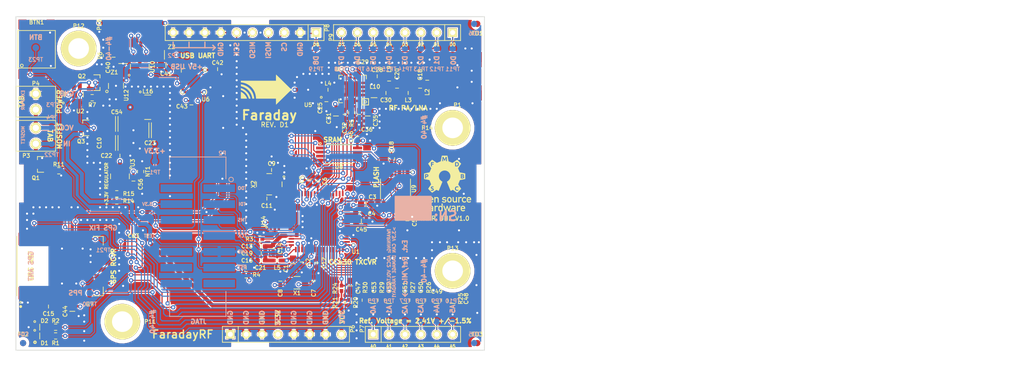
<source format=kicad_pcb>
(kicad_pcb (version 20171130) (host pcbnew "(5.1.12)-1")
  (layers (0 F.Cu signal) (1 InnerA.Cu power) (2 InnerB.Cu power) (31 B.Cu signal) (34 B.Paste user) (35 F.Paste user) (36 B.SilkS user) (37 F.SilkS user) (38 B.Mask user) (39 F.Mask user) (44 Edge.Cuts user))
  (net 0 "")
  (net 1 +3.3V)
  (net 2 +5V)
  (net 3 /CC430/DIGITAL_IO_0)
  (net 4 /CC430/DIGITAL_IO_1)
  (net 5 /CC430/DIGITAL_IO_2)
  (net 6 /CC430/DIGITAL_IO_3)
  (net 7 /CC430/DIGITAL_IO_4)
  (net 8 /CC430/DIGITAL_IO_5)
  (net 9 /CC430/DIGITAL_IO_6)
  (net 10 /CC430/DIGITAL_IO_7)
  (net 11 /CC430/DIGITAL_IO_8)
  (net 12 /CC430/GPS-PPS)
  (net 13 /CC430/GPS-RX)
  (net 14 /CC430/GPS-TX)
  (net 15 "/CC430/MEM ~CS0~")
  (net 16 "/CC430/MEM ~CS1~")
  (net 17 "/CC430/MEM ~HOLD0~")
  (net 18 "/CC430/MEM ~HOLD1~")
  (net 19 /CC430/MOSFET_CNTL)
  (net 20 /CC430/P1_7)
  (net 21 /CC430/P2_1)
  (net 22 /CC430/P2_2)
  (net 23 /CC430/P2_3)
  (net 24 /CC430/P2_4)
  (net 25 /CC430/P2_6)
  (net 26 /CC430/P2_7)
  (net 27 /CC430/P3_6)
  (net 28 /CC430/P3_7)
  (net 29 /CC430/P5_0)
  (net 30 /CC430/P5_1)
  (net 31 /CC430/RF-PWR)
  (net 32 /CC430/RF_N)
  (net 33 /CC430/RF_P)
  (net 34 /CC430/TCK)
  (net 35 /CC430/TDI)
  (net 36 /CC430/TDO)
  (net 37 /CC430/TEST)
  (net 38 /CC430/TMS)
  (net 39 /CC430/~RST~)
  (net 40 /GPS/HRST)
  (net 41 /GPS/STDBY)
  (net 42 "/Power Supply/3V3_SW")
  (net 43 "/RF Front End/50Z-1")
  (net 44 "/RF Front End/50Z-2")
  (net 45 "/RF Front End/50Z_3")
  (net 46 "/RF Front End/50Z_4")
  (net 47 "/RF Front End/50Z_5")
  (net 48 "/RF Front End/CC1190-CC430-RF")
  (net 49 "/RF Front End/HGM_Select")
  (net 50 "/RF Front End/LNA_Enable")
  (net 51 "/RF Front End/PA_Enable")
  (net 52 "/RF Front End/RF_IN_OUT_Antenna")
  (net 53 "/Shield Connector/AD_0")
  (net 54 "/Shield Connector/AD_1")
  (net 55 "/Shield Connector/AD_2")
  (net 56 "/Shield Connector/AD_3")
  (net 57 "/Shield Connector/AD_4")
  (net 58 "/Shield Connector/AD_5")
  (net 59 "/Shield Connector/CONN_CS")
  (net 60 "/Shield Connector/CONN_MISO/SCL")
  (net 61 "/Shield Connector/CONN_MOSI/SDA")
  (net 62 "/Shield Connector/CONN_SCK")
  (net 63 "/Shield Connector/MOSFET Channel/IN")
  (net 64 "/Shield Connector/VCC-MON")
  (net 65 "/USB to Serial/RXD")
  (net 66 "/USB to Serial/TXD")
  (net 67 DGND)
  (net 68 GNDPWR)
  (net 69 N-0000019)
  (net 70 N-0000020)
  (net 71 N-0000021)
  (net 72 N-0000035)
  (net 73 N-0000040)
  (net 74 N-0000041)
  (net 75 N-0000042)
  (net 76 N-0000043)
  (net 77 N-0000044)
  (net 78 N-0000045)
  (net 79 N-0000048)
  (net 80 N-0000049)
  (net 81 N-0000050)
  (net 82 N-0000053)
  (net 83 N-0000054)
  (net 84 N-0000055)
  (net 85 N-0000057)
  (net 86 N-0000064)
  (net 87 N-0000067)
  (net 88 N-0000070)
  (net 89 N-0000071)
  (net 90 N-0000072)
  (net 91 N-0000074)
  (net 92 N-0000075)
  (net 93 N-0000076)
  (net 94 N-0000079)
  (net 95 N-0000080)
  (net 96 N-0000082)
  (net 97 VCC)
  (module faradayRF (layer F.Cu) (at 186.309 111.125)
    (fp_text reference G2 hide)
    (fp_text value FARADAYRF hide)
  )
  (module OSHW (layer F.Cu) (at 214.63 125.73)
    (fp_text reference G1 hide)
    (fp_text value OSHW hide)
  )
  (module CONSMA001-SMD-G (layer F.Cu) (at 216.662 108.585 90)
    (fp_text reference P1 (at -4.6 0 180) (layer F.SilkS) (effects (font (size 0.635 0.635) (thickness 0.127))))
    (fp_text value RF_FEMALE hide)
    (pad 2 smd rect (at 2.66 -2.66 90) (size 2.44 2.44) (layers F.Cu F.Paste F.Mask) (net 67 DGND))
    (pad 2 smd rect (at 2.66 2.66 90) (size 2.44 2.44) (layers F.Cu F.Paste F.Mask) (net 67 DGND))
    (pad 2 smd rect (at -2.66 2.66 90) (size 2.44 2.44) (layers F.Cu F.Paste F.Mask) (net 67 DGND))
    (pad 1 smd circle (at 0 0 90) (size 2.05 2.05) (layers F.Cu F.Paste F.Mask) (net 52 "/RF Front End/RF_IN_OUT_Antenna"))
    (pad 2 smd rect (at -3.08 0 90) (size 1.6 7.76) (layers F.Cu F.Paste F.Mask) (net 67 DGND))
    (pad 2 smd rect (at 3.08 0 90) (size 1.6 7.76) (layers F.Cu F.Paste F.Mask) (net 67 DGND))
    (pad 2 smd rect (at -2.66 -2.66 90) (size 2.44 2.44) (layers F.Cu F.Paste F.Mask) (net 67 DGND))
  )
  (module MTH-4-40-Tight (layer F.Cu) (at 215.9 116.84)
    (fp_text reference P14 (at -4.064 0) (layer F.SilkS) (effects (font (size 0.635 0.635) (thickness 0.127))))
    (fp_text value DNP hide)
    (pad 1 thru_hole circle (at 0 0) (size 5.7 5.7) (drill 3.3) (layers *.Cu *.Mask F.SilkS) (net 68 GNDPWR) (clearance 0.635))
  )
  (module MTH-4-40-Tight (layer F.Cu) (at 163.068 147.828)
    (fp_text reference P11 (at 4.445 0) (layer F.SilkS) (effects (font (size 0.635 0.635) (thickness 0.127))))
    (fp_text value DNP hide)
    (pad 1 thru_hole circle (at 0 0) (size 5.7 5.7) (drill 3.3) (layers *.Cu *.Mask F.SilkS) (net 68 GNDPWR) (clearance 0.635))
  )
  (module MTH-4-40-Tight (layer F.Cu) (at 156.083 104.14)
    (fp_text reference P12 (at 0 -3.6) (layer F.SilkS) (effects (font (size 0.635 0.635) (thickness 0.127))))
    (fp_text value DNP hide)
    (pad 1 thru_hole circle (at 0 0) (size 5.7 5.7) (drill 3.3) (layers *.Cu *.Mask F.SilkS) (net 68 GNDPWR) (clearance 0.635))
  )
  (module MTH-4-40-Tight (layer F.Cu) (at 215.9 139.7)
    (fp_text reference P13 (at 0 -3.6) (layer F.SilkS) (effects (font (size 0.635 0.635) (thickness 0.127))))
    (fp_text value DNP hide)
    (pad 1 thru_hole circle (at 0 0) (size 5.7 5.7) (drill 3.3) (layers *.Cu *.Mask F.SilkS) (net 68 GNDPWR) (clearance 0.635))
  )
  (module LPS4018 (layer F.Cu) (at 167.132 113.538)
    (fp_text reference L16 (at 0 -2.54) (layer F.SilkS) (effects (font (size 0.635 0.635) (thickness 0.127))))
    (fp_text value 4.7uH hide)
    (pad 1 smd trapezoid (at -1.92 0 90) (size 3.34 0.56) (rect_delta 0 0.55) (layers F.Cu F.Paste F.Mask) (net 42 "/Power Supply/3V3_SW"))
    (pad 2 smd trapezoid (at 1.92 0 270) (size 3.34 0.56) (rect_delta 0 0.55) (layers F.Cu F.Paste F.Mask) (net 1 +3.3V))
    (pad 1 smd rect (at -1.195 -1.5575) (size 0.89 0.775) (layers F.Cu F.Paste F.Mask) (net 42 "/Power Supply/3V3_SW"))
    (pad 1 smd rect (at -1.195 1.5575) (size 0.89 0.775) (layers F.Cu F.Paste F.Mask) (net 42 "/Power Supply/3V3_SW"))
    (pad 2 smd rect (at 1.195 1.5575) (size 0.89 0.775) (layers F.Cu F.Paste F.Mask) (net 1 +3.3V))
    (pad 2 smd rect (at 1.195 -1.5575) (size 0.89 0.775) (layers F.Cu F.Paste F.Mask) (net 1 +3.3V))
    (pad 1 smd rect (at -1.41 -1.24 315) (size 1.0293 0.83092) (layers F.Cu F.Paste F.Mask) (net 42 "/Power Supply/3V3_SW"))
    (pad 1 smd rect (at -1.765 0) (size 0.87 2.79) (layers F.Cu F.Paste F.Mask) (net 42 "/Power Supply/3V3_SW"))
    (pad 1 smd rect (at -1.41 1.24 45) (size 1.0293 0.83092) (layers F.Cu F.Paste F.Mask) (net 42 "/Power Supply/3V3_SW"))
    (pad 2 smd rect (at 1.41 -1.24 45) (size 1.0293 0.83092) (layers F.Cu F.Paste F.Mask) (net 1 +3.3V))
    (pad 2 smd rect (at 1.41 1.24 315) (size 1.0293 0.83092) (layers F.Cu F.Paste F.Mask) (net 1 +3.3V))
    (pad 2 smd rect (at 1.765 0) (size 0.87 2.79) (layers F.Cu F.Paste F.Mask) (net 1 +3.3V))
  )
  (module LGL29K (layer F.Cu) (at 149.86 150.114)
    (fp_text reference D1 (at 0.762 1.143) (layer F.SilkS) (effects (font (size 0.635 0.635) (thickness 0.127))))
    (fp_text value LED-IPC hide)
    (pad 1 smd rect (at -0.75 0) (size 0.8 0.8) (layers F.Cu F.Mask) (net 67 DGND))
    (pad 2 smd rect (at 0.75 0) (size 0.8 0.8) (layers F.Cu F.Mask) (net 70 N-0000020))
  )
  (module LGL29K (layer F.Cu) (at 149.86 148.717)
    (fp_text reference D2 (at 0.762 -1.016) (layer F.SilkS) (effects (font (size 0.635 0.635) (thickness 0.127))))
    (fp_text value LED-IPC hide)
    (pad 1 smd rect (at -0.75 0) (size 0.8 0.8) (layers F.Cu F.Mask) (net 67 DGND))
    (pad 2 smd rect (at 0.75 0) (size 0.8 0.8) (layers F.Cu F.Mask) (net 71 N-0000021))
  )
  (module L0805 (layer F.Cu) (at 163.195 106.553 270)
    (fp_text reference Z1 (at 1.397 1.397) (layer F.SilkS) (effects (font (size 0.635 0.635) (thickness 0.127))))
    (fp_text value MI0805K400R-10 hide)
    (pad 1 smd rect (at -0.95 0 270) (size 0.9 1.2) (layers F.Cu F.Paste F.Mask) (net 91 N-0000074))
    (pad 2 smd rect (at 0.95 0 270) (size 0.9 1.2) (layers F.Cu F.Paste F.Mask) (net 67 DGND))
  )
  (module L0805 (layer F.Cu) (at 169.799 105.156)
    (fp_text reference Z2 (at 1.143 -1.27) (layer F.SilkS) (effects (font (size 0.635 0.635) (thickness 0.127))))
    (fp_text value MI0805K400R-10 hide)
    (pad 1 smd rect (at -0.95 0) (size 0.9 1.2) (layers F.Cu F.Paste F.Mask) (net 86 N-0000064))
    (pad 2 smd rect (at 0.95 0) (size 0.9 1.2) (layers F.Cu F.Paste F.Mask) (net 2 +5V))
  )
  (module SF2049E (layer F.Cu) (at 192.786 110.744 180)
    (fp_text reference U5 (at 0 -2.413 180) (layer F.SilkS) (effects (font (size 0.635 0.635) (thickness 0.127))))
    (fp_text value SF2049E hide)
    (pad 1 smd rect (at -0.75 -1.195 180) (size 1.7 0.81) (layers F.Cu F.Paste F.Mask) (net 67 DGND))
    (pad 2 smd rect (at -1.075 0 180) (size 1.05 0.81) (layers F.Cu F.Paste F.Mask) (net 43 "/RF Front End/50Z-1"))
    (pad 3 smd rect (at -1.075 1.195 180) (size 1.05 0.81) (layers F.Cu F.Paste F.Mask) (net 67 DGND))
    (pad 4 smd rect (at 1.075 1.195 180) (size 1.05 0.81) (layers F.Cu F.Paste F.Mask) (net 67 DGND))
    (pad 5 smd rect (at 1.075 0 180) (size 1.05 0.81) (layers F.Cu F.Paste F.Mask) (net 48 "/RF Front End/CC1190-CC430-RF"))
    (pad 6 smd rect (at 1.075 -1.195 180) (size 1.05 0.81) (layers F.Cu F.Paste F.Mask) (net 67 DGND))
  )
  (module ST3215SB32768H5HPWAA (layer F.Cu) (at 191.008 141.605 180)
    (fp_text reference X1 (at 0 -1.651 180) (layer F.SilkS) (effects (font (size 0.635 0.635) (thickness 0.127))))
    (fp_text value ST3215SB32768H5HPWAA hide)
    (pad 1 smd rect (at -1.3 0 180) (size 1 1.55) (layers F.Cu F.Paste F.Mask) (net 29 /CC430/P5_0))
    (pad 2 smd rect (at 1.3 0 180) (size 1 1.55) (layers F.Cu F.Paste F.Mask) (net 30 /CC430/P5_1))
  )
  (module SC70-6 (layer F.Cu) (at 162.052 110.109 90)
    (fp_text reference U12 (at -1.524 1.651 90) (layer F.SilkS) (effects (font (size 0.635 0.635) (thickness 0.127))))
    (fp_text value MIC94072YC6 hide)
    (pad 1 smd rect (at -0.9 -0.65 90) (size 1 0.47) (layers F.Cu F.Paste F.Mask) (net 81 N-0000050))
    (pad 2 smd rect (at -0.9 0 90) (size 1 0.47) (layers F.Cu F.Paste F.Mask) (net 67 DGND))
    (pad 3 smd rect (at -0.9 0.65 90) (size 1 0.47) (layers F.Cu F.Paste F.Mask) (net 2 +5V))
    (pad 4 smd rect (at 0.9 0.65 90) (size 1 0.47) (layers F.Cu F.Paste F.Mask) (net 2 +5V))
    (pad 5 smd rect (at 0.9 0 90) (size 1 0.47) (layers F.Cu F.Paste F.Mask) (net 67 DGND))
    (pad 6 smd rect (at 0.9 -0.65 90) (size 1 0.47) (layers F.Cu F.Paste F.Mask))
  )
  (module TSSOP8 (layer F.Cu) (at 197.739 121.031)
    (fp_text reference U8 (at 0 2.032) (layer F.SilkS) (effects (font (size 0.635 0.635) (thickness 0.127))))
    (fp_text value 23K256T-I/ST hide)
    (pad 1 smd rect (at -2.95 -0.975) (size 1.45 0.45) (layers F.Cu F.Paste F.Mask) (net 15 "/CC430/MEM ~CS0~"))
    (pad 2 smd rect (at -2.95 -0.325) (size 1.45 0.45) (layers F.Cu F.Paste F.Mask) (net 60 "/Shield Connector/CONN_MISO/SCL"))
    (pad 3 smd rect (at -2.95 0.325) (size 1.45 0.45) (layers F.Cu F.Paste F.Mask))
    (pad 4 smd rect (at -2.95 0.975) (size 1.45 0.45) (layers F.Cu F.Paste F.Mask) (net 67 DGND))
    (pad 5 smd rect (at 2.95 0.975) (size 1.45 0.45) (layers F.Cu F.Paste F.Mask) (net 61 "/Shield Connector/CONN_MOSI/SDA"))
    (pad 6 smd rect (at 2.95 0.325) (size 1.45 0.45) (layers F.Cu F.Paste F.Mask) (net 62 "/Shield Connector/CONN_SCK"))
    (pad 7 smd rect (at 2.95 -0.325) (size 1.45 0.45) (layers F.Cu F.Paste F.Mask) (net 17 "/CC430/MEM ~HOLD0~"))
    (pad 8 smd rect (at 2.95 -0.975) (size 1.45 0.45) (layers F.Cu F.Paste F.Mask) (net 1 +3.3V))
  )
  (module SOIC8-150MIL (layer F.Cu) (at 206.756 126.619 270)
    (fp_text reference U9 (at -0.05 -2.95 270) (layer F.SilkS) (effects (font (size 0.635 0.635) (thickness 0.127))))
    (fp_text value DNP hide)
    (pad 1 smd rect (at -2.7 -1.905 270) (size 1.55 0.6) (layers F.Cu F.Paste F.Mask) (net 16 "/CC430/MEM ~CS1~"))
    (pad 2 smd rect (at -2.7 -0.635 270) (size 1.55 0.6) (layers F.Cu F.Paste F.Mask) (net 60 "/Shield Connector/CONN_MISO/SCL"))
    (pad 3 smd rect (at -2.7 0.635 270) (size 1.55 0.6) (layers F.Cu F.Paste F.Mask) (net 96 N-0000082))
    (pad 4 smd rect (at -2.7 1.905 270) (size 1.55 0.6) (layers F.Cu F.Paste F.Mask) (net 67 DGND))
    (pad 5 smd rect (at 2.7 1.905 270) (size 1.55 0.6) (layers F.Cu F.Paste F.Mask) (net 61 "/Shield Connector/CONN_MOSI/SDA"))
    (pad 6 smd rect (at 2.7 0.635 270) (size 1.55 0.6) (layers F.Cu F.Paste F.Mask) (net 62 "/Shield Connector/CONN_SCK"))
    (pad 7 smd rect (at 2.7 -0.635 270) (size 1.55 0.6) (layers F.Cu F.Paste F.Mask) (net 18 "/CC430/MEM ~HOLD1~"))
    (pad 8 smd rect (at 2.7 -1.905 270) (size 1.55 0.6) (layers F.Cu F.Paste F.Mask) (net 1 +3.3V))
  )
  (module TSOT23-6 (layer F.Cu) (at 162.687 124.587 270)
    (fp_text reference U3 (at -2.159 -2.032 270) (layer F.SilkS) (effects (font (size 0.635 0.635) (thickness 0.127))))
    (fp_text value TPS562201DDCR hide)
    (pad 1 smd rect (at -1.31 -0.95 270) (size 1.22 0.62) (layers F.Cu F.Paste F.Mask) (net 67 DGND))
    (pad 2 smd rect (at -1.31 0 270) (size 1.22 0.62) (layers F.Cu F.Paste F.Mask) (net 42 "/Power Supply/3V3_SW"))
    (pad 3 smd rect (at -1.31 0.95 270) (size 1.22 0.62) (layers F.Cu F.Paste F.Mask) (net 75 N-0000042))
    (pad 4 smd rect (at 1.31 0.95 270) (size 1.22 0.62) (layers F.Cu F.Paste F.Mask) (net 77 N-0000044))
    (pad 5 smd rect (at 1.31 0 270) (size 1.22 0.62) (layers F.Cu F.Paste F.Mask) (net 75 N-0000042))
    (pad 6 smd rect (at 1.31 -0.95 270) (size 1.22 0.62) (layers F.Cu F.Paste F.Mask) (net 76 N-0000043))
  )
  (module TSOT23-6 (layer F.Cu) (at 165.862 107.061 90)
    (fp_text reference U10 (at 0 2.032 90) (layer F.SilkS) (effects (font (size 0.635 0.635) (thickness 0.127))))
    (fp_text value NUF2101MT1G hide)
    (pad 1 smd rect (at -1.31 -0.95 90) (size 1.22 0.62) (layers F.Cu F.Paste F.Mask) (net 87 N-0000067))
    (pad 2 smd rect (at -1.31 0 90) (size 1.22 0.62) (layers F.Cu F.Paste F.Mask) (net 91 N-0000074))
    (pad 3 smd rect (at -1.31 0.95 90) (size 1.22 0.62) (layers F.Cu F.Paste F.Mask) (net 90 N-0000072))
    (pad 4 smd rect (at 1.31 0.95 90) (size 1.22 0.62) (layers F.Cu F.Paste F.Mask) (net 89 N-0000071))
    (pad 5 smd rect (at 1.31 0 90) (size 1.22 0.62) (layers F.Cu F.Paste F.Mask) (net 86 N-0000064))
    (pad 6 smd rect (at 1.31 -0.95 90) (size 1.22 0.62) (layers F.Cu F.Paste F.Mask) (net 88 N-0000070))
  )
  (module SOT23-NXP (layer F.Cu) (at 150.241 122.682 180)
    (fp_text reference Q1 (at 1.016 -2.159 180) (layer F.SilkS) (effects (font (size 0.635 0.635) (thickness 0.127))))
    (fp_text value IRLML6346TRPBF hide)
    (pad 1 smd rect (at -1 -0.95 180) (size 0.7 0.6) (layers F.Cu F.Paste F.Mask) (net 19 /CC430/MOSFET_CNTL))
    (pad 2 smd rect (at -1 0.95 180) (size 0.7 0.6) (layers F.Cu F.Paste F.Mask) (net 67 DGND))
    (pad 3 smd rect (at 1 0 180) (size 0.7 0.6) (layers F.Cu F.Paste F.Mask) (net 63 "/Shield Connector/MOSFET Channel/IN"))
  )
  (module C0402 (layer F.Cu) (at 195.707 112.649 270)
    (fp_text reference C25 (at 1.016 1.016 270) (layer F.SilkS) (effects (font (size 0.635 0.635) (thickness 0.127))))
    (fp_text value 0.8pF hide)
    (pad 1 smd rect (at -0.65 0 270) (size 0.8 0.6) (layers F.Cu F.Paste F.Mask) (net 43 "/RF Front End/50Z-1"))
    (pad 2 smd rect (at 0.64 0 270) (size 0.8 0.6) (layers F.Cu F.Paste F.Mask) (net 67 DGND))
  )
  (module C0402 (layer F.Cu) (at 210.693 110.49 90)
    (fp_text reference C18 (at 2.159 0 90) (layer F.SilkS) (effects (font (size 0.635 0.635) (thickness 0.127))))
    (fp_text value 7.5pF hide)
    (pad 1 smd rect (at -0.65 0 90) (size 0.8 0.6) (layers F.Cu F.Paste F.Mask) (net 47 "/RF Front End/50Z_5"))
    (pad 2 smd rect (at 0.64 0 90) (size 0.8 0.6) (layers F.Cu F.Paste F.Mask) (net 67 DGND))
  )
  (module C0402 (layer F.Cu) (at 207.01 110.49 90)
    (fp_text reference C20 (at 2.286 0 90) (layer F.SilkS) (effects (font (size 0.635 0.635) (thickness 0.127))))
    (fp_text value 3.3pF hide)
    (pad 1 smd rect (at -0.65 0 90) (size 0.8 0.6) (layers F.Cu F.Paste F.Mask) (net 46 "/RF Front End/50Z_4"))
    (pad 2 smd rect (at 0.64 0 90) (size 0.8 0.6) (layers F.Cu F.Paste F.Mask) (net 67 DGND))
  )
  (module L0402 (layer F.Cu) (at 195.961 110.744 180)
    (fp_text reference L4 (at 0 1.016 180) (layer F.SilkS) (effects (font (size 0.635 0.635) (thickness 0.127))))
    (fp_text value 10nH hide)
    (pad 1 smd rect (at -0.65 0 180) (size 0.8 0.6) (layers F.Cu F.Paste F.Mask) (net 44 "/RF Front End/50Z-2"))
    (pad 2 smd rect (at 0.64 0 180) (size 0.8 0.6) (layers F.Cu F.Paste F.Mask) (net 43 "/RF Front End/50Z-1"))
  )
  (module L0402 (layer F.Cu) (at 211.836 109.22 270)
    (fp_text reference L2 (at 1.905 0 270) (layer F.SilkS) (effects (font (size 0.635 0.635) (thickness 0.127))))
    (fp_text value 9.1nH hide)
    (pad 1 smd rect (at -0.65 0 270) (size 0.8 0.6) (layers F.Cu F.Paste F.Mask) (net 52 "/RF Front End/RF_IN_OUT_Antenna"))
    (pad 2 smd rect (at 0.64 0 270) (size 0.8 0.6) (layers F.Cu F.Paste F.Mask) (net 47 "/RF Front End/50Z_5"))
  )
  (module L0402 (layer F.Cu) (at 208.788 111.252 180)
    (fp_text reference L3 (at 0 -1.143 180) (layer F.SilkS) (effects (font (size 0.635 0.635) (thickness 0.127))))
    (fp_text value 2.9nH hide)
    (pad 1 smd rect (at -0.65 0 180) (size 0.8 0.6) (layers F.Cu F.Paste F.Mask) (net 47 "/RF Front End/50Z_5"))
    (pad 2 smd rect (at 0.64 0 180) (size 0.8 0.6) (layers F.Cu F.Paste F.Mask) (net 46 "/RF Front End/50Z_4"))
  )
  (module TEST-POINT-42MIL (layer B.Cu) (at 205.74 104.14)
    (fp_text reference TP15 (at 0 3.302) (layer B.SilkS) (effects (font (size 0.635 0.635) (thickness 0.127)) (justify mirror)))
    (fp_text value TEST-POINT hide)
    (pad 1 smd circle (at 0 0) (size 1.0668 1.0668) (layers B.Cu B.Mask) (net 7 /CC430/DIGITAL_IO_4))
  )
  (module TEST-POINT-42MIL (layer B.Cu) (at 210.82 104.14)
    (fp_text reference TP13 (at 0 3.302) (layer B.SilkS) (effects (font (size 0.635 0.635) (thickness 0.127)) (justify mirror)))
    (fp_text value TEST-POINT hide)
    (pad 1 smd circle (at 0 0) (size 1.0668 1.0668) (layers B.Cu B.Mask) (net 5 /CC430/DIGITAL_IO_2))
  )
  (module TEST-POINT-42MIL (layer B.Cu) (at 213.36 104.14)
    (fp_text reference TP12 (at 0 3.302) (layer B.SilkS) (effects (font (size 0.635 0.635) (thickness 0.127)) (justify mirror)))
    (fp_text value TEST-POINT hide)
    (pad 1 smd circle (at 0 0) (size 1.0668 1.0668) (layers B.Cu B.Mask) (net 4 /CC430/DIGITAL_IO_1))
  )
  (module TEST-POINT-42MIL (layer B.Cu) (at 173.355 105.283)
    (fp_text reference TP2 (at -2.159 0) (layer B.SilkS) (effects (font (size 0.635 0.635) (thickness 0.127)) (justify mirror)))
    (fp_text value TEST-POINT hide)
    (pad 1 smd circle (at 0 0) (size 1.0668 1.0668) (layers B.Cu B.Mask) (net 2 +5V))
  )
  (module TEST-POINT-42MIL (layer B.Cu) (at 215.9 104.14)
    (fp_text reference TP11 (at 0 3.302) (layer B.SilkS) (effects (font (size 0.635 0.635) (thickness 0.127)) (justify mirror)))
    (fp_text value TEST-POINT hide)
    (pad 1 smd circle (at 0 0) (size 1.0668 1.0668) (layers B.Cu B.Mask) (net 3 /CC430/DIGITAL_IO_0))
  )
  (module TEST-POINT-42MIL (layer B.Cu) (at 215.9 147.828)
    (fp_text reference TP10 (at 0 -3.302) (layer B.SilkS) (effects (font (size 0.635 0.635) (thickness 0.127)) (justify mirror)))
    (fp_text value TEST-POINT hide)
    (pad 1 smd circle (at 0 0) (size 1.0668 1.0668) (layers B.Cu B.Mask) (net 58 "/Shield Connector/AD_5"))
  )
  (module TEST-POINT-42MIL (layer B.Cu) (at 213.36 147.828)
    (fp_text reference TP9 (at 0 -3.302) (layer B.SilkS) (effects (font (size 0.635 0.635) (thickness 0.127)) (justify mirror)))
    (fp_text value TEST-POINT hide)
    (pad 1 smd circle (at 0 0) (size 1.0668 1.0668) (layers B.Cu B.Mask) (net 57 "/Shield Connector/AD_4"))
  )
  (module TEST-POINT-42MIL (layer B.Cu) (at 210.82 147.828)
    (fp_text reference TP8 (at 0 -3.302) (layer B.SilkS) (effects (font (size 0.635 0.635) (thickness 0.127)) (justify mirror)))
    (fp_text value TEST-POINT hide)
    (pad 1 smd circle (at 0 0) (size 1.0668 1.0668) (layers B.Cu B.Mask) (net 56 "/Shield Connector/AD_3"))
  )
  (module TEST-POINT-42MIL (layer B.Cu) (at 208.28 147.828)
    (fp_text reference TP7 (at 0 -3.302) (layer B.SilkS) (effects (font (size 0.635 0.635) (thickness 0.127)) (justify mirror)))
    (fp_text value TEST-POINT hide)
    (pad 1 smd circle (at 0 0) (size 1.0668 1.0668) (layers B.Cu B.Mask) (net 55 "/Shield Connector/AD_2"))
  )
  (module TEST-POINT-42MIL (layer B.Cu) (at 205.74 147.828)
    (fp_text reference TP6 (at 0 -3.302) (layer B.SilkS) (effects (font (size 0.635 0.635) (thickness 0.127)) (justify mirror)))
    (fp_text value TEST-POINT hide)
    (pad 1 smd circle (at 0 0) (size 1.0668 1.0668) (layers B.Cu B.Mask) (net 54 "/Shield Connector/AD_1"))
  )
  (module TEST-POINT-42MIL (layer B.Cu) (at 203.2 147.828)
    (fp_text reference TP5 (at 0 -3.302) (layer B.SilkS) (effects (font (size 0.635 0.635) (thickness 0.127)) (justify mirror)))
    (fp_text value TEST-POINT hide)
    (pad 1 smd circle (at 0 0) (size 1.0668 1.0668) (layers B.Cu B.Mask) (net 53 "/Shield Connector/AD_0"))
  )
  (module TEST-POINT-42MIL (layer B.Cu) (at 168.275 122.174)
    (fp_text reference TP1 (at 0 1.778) (layer B.SilkS) (effects (font (size 0.635 0.635) (thickness 0.127)) (justify mirror)))
    (fp_text value TEST-POINT hide)
    (pad 1 smd circle (at 0 0) (size 1.0668 1.0668) (layers B.Cu B.Mask) (net 1 +3.3V))
  )
  (module TEST-POINT-42MIL (layer B.Cu) (at 151.765 116.84)
    (fp_text reference TP4 (at 0 -1.651) (layer B.SilkS) (effects (font (size 0.635 0.635) (thickness 0.127)) (justify mirror)))
    (fp_text value TEST-POINT hide)
    (pad 1 smd circle (at 0 0) (size 1.0668 1.0668) (layers B.Cu B.Mask) (net 97 VCC))
  )
  (module TEST-POINT-42MIL (layer B.Cu) (at 203.2 104.14)
    (fp_text reference TP16 (at 0 3.302) (layer B.SilkS) (effects (font (size 0.635 0.635) (thickness 0.127)) (justify mirror)))
    (fp_text value TEST-POINT hide)
    (pad 1 smd circle (at 0 0) (size 1.0668 1.0668) (layers B.Cu B.Mask) (net 8 /CC430/DIGITAL_IO_5))
  )
  (module TEST-POINT-42MIL (layer B.Cu) (at 208.28 104.14)
    (fp_text reference TP14 (at 0 3.302) (layer B.SilkS) (effects (font (size 0.635 0.635) (thickness 0.127)) (justify mirror)))
    (fp_text value TEST-POINT hide)
    (pad 1 smd circle (at 0 0) (size 1.0668 1.0668) (layers B.Cu B.Mask) (net 6 /CC430/DIGITAL_IO_3))
  )
  (module TEST-POINT-42MIL (layer B.Cu) (at 200.66 104.14)
    (fp_text reference TP17 (at 0 3.302) (layer B.SilkS) (effects (font (size 0.635 0.635) (thickness 0.127)) (justify mirror)))
    (fp_text value TEST-POINT hide)
    (pad 1 smd circle (at 0 0) (size 1.0668 1.0668) (layers B.Cu B.Mask) (net 9 /CC430/DIGITAL_IO_6))
  )
  (module TEST-POINT-42MIL (layer B.Cu) (at 160.02 134.62)
    (fp_text reference TP21 (at 0 1.778) (layer B.SilkS) (effects (font (size 0.635 0.635) (thickness 0.127)) (justify mirror)))
    (fp_text value TEST-POINT hide)
    (pad 1 smd circle (at 0 0) (size 1.0668 1.0668) (layers B.Cu B.Mask) (net 93 N-0000076))
  )
  (module TEST-POINT-42MIL (layer B.Cu) (at 157.861 143.256)
    (fp_text reference TP20 (at 0 1.778) (layer B.SilkS) (effects (font (size 0.635 0.635) (thickness 0.127)) (justify mirror)))
    (fp_text value TEST-POINT hide)
    (pad 1 smd circle (at 0 0) (size 1.0668 1.0668) (layers B.Cu B.Mask) (net 12 /CC430/GPS-PPS))
  )
  (module TEST-POINT-42MIL (layer B.Cu) (at 194.056 104.14)
    (fp_text reference TP19 (at 0 3.302) (layer B.SilkS) (effects (font (size 0.635 0.635) (thickness 0.127)) (justify mirror)))
    (fp_text value TEST-POINT hide)
    (pad 1 smd circle (at 0 0) (size 1.0668 1.0668) (layers B.Cu B.Mask) (net 11 /CC430/DIGITAL_IO_8))
  )
  (module TEST-POINT-42MIL (layer B.Cu) (at 198.12 104.14)
    (fp_text reference TP18 (at 0 3.302) (layer B.SilkS) (effects (font (size 0.635 0.635) (thickness 0.127)) (justify mirror)))
    (fp_text value TEST-POINT hide)
    (pad 1 smd circle (at 0 0) (size 1.0668 1.0668) (layers B.Cu B.Mask) (net 10 /CC430/DIGITAL_IO_7))
  )
  (module TEST-POINT-42MIL (layer B.Cu) (at 151.765 119.38)
    (fp_text reference TP22 (at 0 1.778) (layer B.SilkS) (effects (font (size 0.635 0.635) (thickness 0.127)) (justify mirror)))
    (fp_text value TEST-POINT hide)
    (pad 1 smd circle (at 0 0) (size 1.0668 1.0668) (layers B.Cu B.Mask) (net 63 "/Shield Connector/MOSFET Channel/IN"))
  )
  (module TEST-POINT-42MIL (layer B.Cu) (at 149.225 104.013)
    (fp_text reference TP23 (at 0 1.905) (layer B.SilkS) (effects (font (size 0.635 0.635) (thickness 0.127)) (justify mirror)))
    (fp_text value TEST-POINT hide)
    (pad 1 smd circle (at 0 0) (size 1.0668 1.0668) (layers B.Cu B.Mask) (net 20 /CC430/P1_7))
  )
  (module TEST-POINT-42MIL (layer B.Cu) (at 151.765 111.379)
    (fp_text reference TP3 (at 0 1.778) (layer B.SilkS) (effects (font (size 0.635 0.635) (thickness 0.127)) (justify mirror)))
    (fp_text value TEST-POINT hide)
    (pad 1 smd circle (at 0 0) (size 1.0668 1.0668) (layers B.Cu B.Mask) (net 67 DGND))
  )
  (module C0603 (layer F.Cu) (at 201.295 131.826)
    (fp_text reference C45 (at 0 1.27) (layer F.SilkS) (effects (font (size 0.635 0.635) (thickness 0.127))))
    (fp_text value 470nF hide)
    (pad 1 smd rect (at -0.8 0) (size 1 1) (layers F.Cu F.Paste F.Mask) (net 69 N-0000019))
    (pad 2 smd rect (at 0.8 0) (size 1 1) (layers F.Cu F.Paste F.Mask) (net 67 DGND))
  )
  (module 0915BM15A0001E (layer F.Cu) (at 187.452 131.826 90)
    (fp_text reference U14 (at 0 -1.8 90) (layer F.SilkS) (effects (font (size 0.635 0.635) (thickness 0.127))))
    (fp_text value 0915BM15A0001E hide)
    (pad 1 smd rect (at -0.9 -0.65 180) (size 0.35 1) (layers F.Cu F.Paste F.Mask) (net 48 "/RF Front End/CC1190-CC430-RF"))
    (pad 2 smd rect (at -0.9 0 180) (size 0.35 1) (layers F.Cu F.Paste F.Mask) (net 67 DGND))
    (pad 3 smd rect (at -0.9 0.65 180) (size 0.35 1) (layers F.Cu F.Paste F.Mask) (net 32 /CC430/RF_N))
    (pad 4 smd rect (at 0.9 0.65 180) (size 0.35 1) (layers F.Cu F.Paste F.Mask) (net 33 /CC430/RF_P))
    (pad 5 smd rect (at 0.9 0 180) (size 0.35 1) (layers F.Cu F.Paste F.Mask) (net 67 DGND))
    (pad 6 smd rect (at 0.9 -0.65 180) (size 0.35 1) (layers F.Cu F.Paste F.Mask) (net 67 DGND))
  )
  (module C0402 (layer F.Cu) (at 162.687 121.285)
    (fp_text reference C22 (at -2.159 0) (layer F.SilkS) (effects (font (size 0.635 0.635) (thickness 0.127))))
    (fp_text value DNP hide)
    (pad 1 smd rect (at -0.65 0) (size 0.8 0.6) (layers F.Cu F.Paste F.Mask) (net 75 N-0000042))
    (pad 2 smd rect (at 0.64 0) (size 0.8 0.6) (layers F.Cu F.Paste F.Mask) (net 67 DGND))
  )
  (module C0402 (layer F.Cu) (at 208.661 131.699 270)
    (fp_text reference C57 (at 0 -1.143 270) (layer F.SilkS) (effects (font (size 0.635 0.635) (thickness 0.127))))
    (fp_text value DNP hide)
    (pad 1 smd rect (at -0.65 0 270) (size 0.8 0.6) (layers F.Cu F.Paste F.Mask) (net 1 +3.3V))
    (pad 2 smd rect (at 0.64 0 270) (size 0.8 0.6) (layers F.Cu F.Paste F.Mask) (net 67 DGND))
  )
  (module C1210 (layer F.Cu) (at 162.179 116.205)
    (fp_text reference C54 (at 0 -1.905) (layer F.SilkS) (effects (font (size 0.635 0.635) (thickness 0.127))))
    (fp_text value 10uF hide)
    (pad 1 smd rect (at -1.4 0) (size 1.5 2.4) (layers F.Cu F.Paste F.Mask) (net 75 N-0000042))
    (pad 2 smd rect (at 1.4 0) (size 1.5 2.4) (layers F.Cu F.Paste F.Mask) (net 67 DGND))
  )
  (module C0603 (layer F.Cu) (at 210.82 144.907 270)
    (fp_text reference C50 (at -2.54 0 270) (layer F.SilkS) (effects (font (size 0.635 0.635) (thickness 0.127))))
    (fp_text value 1uF hide)
    (pad 1 smd rect (at -0.8 0 270) (size 1 1) (layers F.Cu F.Paste F.Mask) (net 24 /CC430/P2_4))
    (pad 2 smd rect (at 0.8 0 270) (size 1 1) (layers F.Cu F.Paste F.Mask) (net 67 DGND))
  )
  (module C0603 (layer F.Cu) (at 215.9 144.907 270)
    (fp_text reference C48 (at -0.762 -2.159 270) (layer F.SilkS) (effects (font (size 0.635 0.635) (thickness 0.127))))
    (fp_text value 1uF hide)
    (pad 1 smd rect (at -0.8 0 270) (size 1 1) (layers F.Cu F.Paste F.Mask) (net 22 /CC430/P2_2))
    (pad 2 smd rect (at 0.8 0 270) (size 1 1) (layers F.Cu F.Paste F.Mask) (net 67 DGND))
  )
  (module C0603 (layer F.Cu) (at 208.28 144.907 270)
    (fp_text reference C51 (at -2.54 0 270) (layer F.SilkS) (effects (font (size 0.635 0.635) (thickness 0.127))))
    (fp_text value DNP hide)
    (pad 1 smd rect (at -0.8 0 270) (size 1 1) (layers F.Cu F.Paste F.Mask) (net 55 "/Shield Connector/AD_2"))
    (pad 2 smd rect (at 0.8 0 270) (size 1 1) (layers F.Cu F.Paste F.Mask) (net 67 DGND))
  )
  (module C0603 (layer F.Cu) (at 205.74 144.907 270)
    (fp_text reference C52 (at -2.54 0 270) (layer F.SilkS) (effects (font (size 0.635 0.635) (thickness 0.127))))
    (fp_text value 1uF hide)
    (pad 1 smd rect (at -0.8 0 270) (size 1 1) (layers F.Cu F.Paste F.Mask) (net 25 /CC430/P2_6))
    (pad 2 smd rect (at 0.8 0 270) (size 1 1) (layers F.Cu F.Paste F.Mask) (net 67 DGND))
  )
  (module C0603 (layer F.Cu) (at 203.2 144.907 270)
    (fp_text reference C53 (at -2.54 -0.127 270) (layer F.SilkS) (effects (font (size 0.635 0.635) (thickness 0.127))))
    (fp_text value 1uF hide)
    (pad 1 smd rect (at -0.8 0 270) (size 1 1) (layers F.Cu F.Paste F.Mask) (net 26 /CC430/P2_7))
    (pad 2 smd rect (at 0.8 0 270) (size 1 1) (layers F.Cu F.Paste F.Mask) (net 67 DGND))
  )
  (module C0603 (layer F.Cu) (at 199.517 142.113 270)
    (fp_text reference C47 (at 0.381 -1.27 270) (layer F.SilkS) (effects (font (size 0.635 0.635) (thickness 0.127))))
    (fp_text value 1uF hide)
    (pad 1 smd rect (at -0.8 0 270) (size 1 1) (layers F.Cu F.Paste F.Mask) (net 21 /CC430/P2_1))
    (pad 2 smd rect (at 0.8 0 270) (size 1 1) (layers F.Cu F.Paste F.Mask) (net 67 DGND))
  )
  (module C0603 (layer F.Cu) (at 213.36 144.907 270)
    (fp_text reference C49 (at -1.905 0) (layer F.SilkS) (effects (font (size 0.635 0.635) (thickness 0.127))))
    (fp_text value 1uF hide)
    (pad 1 smd rect (at -0.8 0 270) (size 1 1) (layers F.Cu F.Paste F.Mask) (net 23 /CC430/P2_3))
    (pad 2 smd rect (at 0.8 0 270) (size 1 1) (layers F.Cu F.Paste F.Mask) (net 67 DGND))
  )
  (module C0603 (layer F.Cu) (at 197.231 114.935 90)
    (fp_text reference C31 (at -0.381 -1.143 90) (layer F.SilkS) (effects (font (size 0.635 0.635) (thickness 0.127))))
    (fp_text value 1uF hide)
    (pad 1 smd rect (at -0.8 0 90) (size 1 1) (layers F.Cu F.Paste F.Mask) (net 67 DGND))
    (pad 2 smd rect (at 0.8 0 90) (size 1 1) (layers F.Cu F.Paste F.Mask) (net 1 +3.3V))
  )
  (module C0603 (layer F.Cu) (at 202.311 114.935 90)
    (fp_text reference C35 (at -0.762 1.27 90) (layer F.SilkS) (effects (font (size 0.635 0.635) (thickness 0.127))))
    (fp_text value 1uF hide)
    (pad 1 smd rect (at -0.8 0 90) (size 1 1) (layers F.Cu F.Paste F.Mask) (net 67 DGND))
    (pad 2 smd rect (at 0.8 0 90) (size 1 1) (layers F.Cu F.Paste F.Mask) (net 1 +3.3V))
  )
  (module C0603 (layer F.Cu) (at 190.373 138.557 270)
    (fp_text reference C1 (at 0.762 1.143 270) (layer F.SilkS) (effects (font (size 0.635 0.635) (thickness 0.127))))
    (fp_text value 1uF hide)
    (pad 1 smd rect (at -0.8 0 270) (size 1 1) (layers F.Cu F.Paste F.Mask) (net 1 +3.3V))
    (pad 2 smd rect (at 0.8 0 270) (size 1 1) (layers F.Cu F.Paste F.Mask) (net 67 DGND))
  )
  (module C0603 (layer F.Cu) (at 202.057 129.032)
    (fp_text reference C3 (at 1.016 -1.143) (layer F.SilkS) (effects (font (size 0.635 0.635) (thickness 0.127))))
    (fp_text value 1uF hide)
    (pad 1 smd rect (at -0.8 0) (size 1 1) (layers F.Cu F.Paste F.Mask) (net 1 +3.3V))
    (pad 2 smd rect (at 0.8 0) (size 1 1) (layers F.Cu F.Paste F.Mask) (net 67 DGND))
  )
  (module C0603 (layer F.Cu) (at 192.913 125.095 90)
    (fp_text reference C5 (at 0 -1.143 90) (layer F.SilkS) (effects (font (size 0.635 0.635) (thickness 0.127))))
    (fp_text value 1uF hide)
    (pad 1 smd rect (at -0.8 0 90) (size 1 1) (layers F.Cu F.Paste F.Mask) (net 1 +3.3V))
    (pad 2 smd rect (at 0.8 0 90) (size 1 1) (layers F.Cu F.Paste F.Mask) (net 67 DGND))
  )
  (module C0603 (layer F.Cu) (at 170.053 106.807 180)
    (fp_text reference C41 (at 0 -1.397 180) (layer F.SilkS) (effects (font (size 0.635 0.635) (thickness 0.127))))
    (fp_text value 1uF hide)
    (pad 1 smd rect (at -0.8 0 180) (size 1 1) (layers F.Cu F.Paste F.Mask) (net 2 +5V))
    (pad 2 smd rect (at 0.8 0 180) (size 1 1) (layers F.Cu F.Paste F.Mask) (net 67 DGND))
  )
  (module C0603 (layer F.Cu) (at 155.067 146.177 270)
    (fp_text reference C44 (at 0 1.143 270) (layer F.SilkS) (effects (font (size 0.635 0.635) (thickness 0.127))))
    (fp_text value 1uF hide)
    (pad 1 smd rect (at -0.8 0 270) (size 1 1) (layers F.Cu F.Paste F.Mask) (net 1 +3.3V))
    (pad 2 smd rect (at 0.8 0 270) (size 1 1) (layers F.Cu F.Paste F.Mask) (net 67 DGND))
  )
  (module PTS645-SMD (layer F.Cu) (at 149.352 104.267 90)
    (fp_text reference BTN1 (at 4.318 0 180) (layer F.SilkS) (effects (font (size 0.635 0.635) (thickness 0.127))))
    (fp_text value DNP hide)
    (pad 1 smd rect (at -3.975 -2.25 90) (size 1.55 1.3) (layers F.Cu F.Paste F.Mask) (net 20 /CC430/P1_7))
    (pad 2 smd rect (at 3.975 -2.25 90) (size 1.55 1.3) (layers F.Cu F.Paste F.Mask) (net 20 /CC430/P1_7))
    (pad 3 smd rect (at -3.975 2.25 90) (size 1.55 1.3) (layers F.Cu F.Paste F.Mask) (net 67 DGND))
    (pad 4 smd rect (at 3.975 2.25 90) (size 1.55 1.3) (layers F.Cu F.Paste F.Mask) (net 67 DGND))
  )
  (module C0402 (layer F.Cu) (at 203.835 108.585 180)
    (fp_text reference C28 (at 0 1.016 180) (layer F.SilkS) (effects (font (size 0.635 0.635) (thickness 0.127))))
    (fp_text value 12pF hide)
    (pad 1 smd rect (at -0.65 0 180) (size 0.8 0.6) (layers F.Cu F.Paste F.Mask) (net 85 N-0000057))
    (pad 2 smd rect (at 0.64 0 180) (size 0.8 0.6) (layers F.Cu F.Paste F.Mask) (net 82 N-0000053))
  )
  (module C0402 (layer F.Cu) (at 205.232 111.252 180)
    (fp_text reference C30 (at 0 -1.143 180) (layer F.SilkS) (effects (font (size 0.635 0.635) (thickness 0.127))))
    (fp_text value 47pF hide)
    (pad 1 smd rect (at -0.65 0 180) (size 0.8 0.6) (layers F.Cu F.Paste F.Mask) (net 46 "/RF Front End/50Z_4"))
    (pad 2 smd rect (at 0.64 0 180) (size 0.8 0.6) (layers F.Cu F.Paste F.Mask) (net 45 "/RF Front End/50Z_3"))
  )
  (module C0402 (layer F.Cu) (at 200.66 118.237 90)
    (fp_text reference C46 (at 0 -1.016 90) (layer F.SilkS) (effects (font (size 0.635 0.635) (thickness 0.127))))
    (fp_text value 0.1uF hide)
    (pad 1 smd rect (at -0.65 0 90) (size 0.8 0.6) (layers F.Cu F.Paste F.Mask) (net 1 +3.3V))
    (pad 2 smd rect (at 0.64 0 90) (size 0.8 0.6) (layers F.Cu F.Paste F.Mask) (net 67 DGND))
  )
  (module C0402 (layer F.Cu) (at 167.005 134.112 180)
    (fp_text reference C63 (at 2.159 0 180) (layer F.SilkS) (effects (font (size 0.635 0.635) (thickness 0.127))))
    (fp_text value 12pF hide)
    (pad 1 smd rect (at -0.65 0 180) (size 0.8 0.6) (layers F.Cu F.Paste F.Mask) (net 37 /CC430/TEST))
    (pad 2 smd rect (at 0.64 0 180) (size 0.8 0.6) (layers F.Cu F.Paste F.Mask) (net 67 DGND))
  )
  (module C0402 (layer F.Cu) (at 164.846 125.349 90)
    (fp_text reference C56 (at -0.508 1.143 90) (layer F.SilkS) (effects (font (size 0.635 0.635) (thickness 0.127))))
    (fp_text value 0.1uF hide)
    (pad 1 smd rect (at -0.65 0 90) (size 0.8 0.6) (layers F.Cu F.Paste F.Mask) (net 76 N-0000043))
    (pad 2 smd rect (at 0.64 0 90) (size 0.8 0.6) (layers F.Cu F.Paste F.Mask) (net 42 "/Power Supply/3V3_SW"))
  )
  (module C0402 (layer F.Cu) (at 198.628 114.681 90)
    (fp_text reference C32 (at -2.159 0 90) (layer F.SilkS) (effects (font (size 0.635 0.635) (thickness 0.127))))
    (fp_text value 0.1uF hide)
    (pad 1 smd rect (at -0.65 0 90) (size 0.8 0.6) (layers F.Cu F.Paste F.Mask) (net 67 DGND))
    (pad 2 smd rect (at 0.64 0 90) (size 0.8 0.6) (layers F.Cu F.Paste F.Mask) (net 1 +3.3V))
  )
  (module C0402 (layer F.Cu) (at 182.88 139.192)
    (fp_text reference C21 (at 2.286 0) (layer F.SilkS) (effects (font (size 0.635 0.635) (thickness 0.127))))
    (fp_text value 2.2nF hide)
    (pad 1 smd rect (at -0.65 0) (size 0.8 0.6) (layers F.Cu F.Paste F.Mask) (net 39 /CC430/~RST~))
    (pad 2 smd rect (at 0.64 0) (size 0.8 0.6) (layers F.Cu F.Paste F.Mask) (net 67 DGND))
  )
  (module C0402 (layer F.Cu) (at 188.341 141.351 90)
    (fp_text reference C8 (at -1.905 0 90) (layer F.SilkS) (effects (font (size 0.635 0.635) (thickness 0.127))))
    (fp_text value DNP hide)
    (pad 1 smd rect (at -0.65 0 90) (size 0.8 0.6) (layers F.Cu F.Paste F.Mask) (net 30 /CC430/P5_1))
    (pad 2 smd rect (at 0.64 0 90) (size 0.8 0.6) (layers F.Cu F.Paste F.Mask) (net 67 DGND))
  )
  (module C0402 (layer F.Cu) (at 193.675 141.351 90)
    (fp_text reference C7 (at -1.905 0 90) (layer F.SilkS) (effects (font (size 0.635 0.635) (thickness 0.127))))
    (fp_text value DNP hide)
    (pad 1 smd rect (at -0.65 0 90) (size 0.8 0.6) (layers F.Cu F.Paste F.Mask) (net 29 /CC430/P5_0))
    (pad 2 smd rect (at 0.64 0 90) (size 0.8 0.6) (layers F.Cu F.Paste F.Mask) (net 67 DGND))
  )
  (module C0402 (layer F.Cu) (at 186.182 128.143)
    (fp_text reference C11 (at 0 1.143) (layer F.SilkS) (effects (font (size 0.635 0.635) (thickness 0.127))))
    (fp_text value 30pF hide)
    (pad 1 smd rect (at -0.65 0) (size 0.8 0.6) (layers F.Cu F.Paste F.Mask) (net 74 N-0000041))
    (pad 2 smd rect (at 0.64 0) (size 0.8 0.6) (layers F.Cu F.Paste F.Mask) (net 67 DGND))
  )
  (module C0402 (layer F.Cu) (at 186.944 123.571 180)
    (fp_text reference C9 (at 0 1.016 180) (layer F.SilkS) (effects (font (size 0.635 0.635) (thickness 0.127))))
    (fp_text value 30pF hide)
    (pad 1 smd rect (at -0.65 0 180) (size 0.8 0.6) (layers F.Cu F.Paste F.Mask) (net 73 N-0000040))
    (pad 2 smd rect (at 0.64 0 180) (size 0.8 0.6) (layers F.Cu F.Paste F.Mask) (net 67 DGND))
  )
  (module C0402 (layer F.Cu) (at 185.293 135.763 180)
    (fp_text reference C13 (at 2.286 0 180) (layer F.SilkS) (effects (font (size 0.635 0.635) (thickness 0.127))))
    (fp_text value 0.1uF hide)
    (pad 1 smd rect (at -0.65 0 180) (size 0.8 0.6) (layers F.Cu F.Paste F.Mask) (net 31 /CC430/RF-PWR))
    (pad 2 smd rect (at 0.64 0 180) (size 0.8 0.6) (layers F.Cu F.Paste F.Mask) (net 67 DGND))
  )
  (module C0402 (layer F.Cu) (at 187.198 136.144 270)
    (fp_text reference C14 (at 0 -1.1 270) (layer F.SilkS) (effects (font (size 0.635 0.635) (thickness 0.127))))
    (fp_text value 12pF hide)
    (pad 1 smd rect (at -0.65 0 270) (size 0.8 0.6) (layers F.Cu F.Paste F.Mask) (net 31 /CC430/RF-PWR))
    (pad 2 smd rect (at 0.64 0 270) (size 0.8 0.6) (layers F.Cu F.Paste F.Mask) (net 67 DGND))
  )
  (module C0402 (layer F.Cu) (at 185.293 136.906 180)
    (fp_text reference C19 (at 2.286 0 180) (layer F.SilkS) (effects (font (size 0.635 0.635) (thickness 0.127))))
    (fp_text value 12pF hide)
    (pad 1 smd rect (at -0.65 0 180) (size 0.8 0.6) (layers F.Cu F.Paste F.Mask) (net 31 /CC430/RF-PWR))
    (pad 2 smd rect (at 0.64 0 180) (size 0.8 0.6) (layers F.Cu F.Paste F.Mask) (net 67 DGND))
  )
  (module C0402 (layer F.Cu) (at 191.77 138.303 270)
    (fp_text reference C2 (at 0 -1.016 270) (layer F.SilkS) (effects (font (size 0.635 0.635) (thickness 0.127))))
    (fp_text value 0.1uF hide)
    (pad 1 smd rect (at -0.65 0 270) (size 0.8 0.6) (layers F.Cu F.Paste F.Mask) (net 1 +3.3V))
    (pad 2 smd rect (at 0.64 0 270) (size 0.8 0.6) (layers F.Cu F.Paste F.Mask) (net 67 DGND))
  )
  (module C0402 (layer F.Cu) (at 201.041 130.429)
    (fp_text reference C4 (at 1.905 0.127) (layer F.SilkS) (effects (font (size 0.635 0.635) (thickness 0.127))))
    (fp_text value 0.1uF hide)
    (pad 1 smd rect (at -0.65 0) (size 0.8 0.6) (layers F.Cu F.Paste F.Mask) (net 1 +3.3V))
    (pad 2 smd rect (at 0.64 0) (size 0.8 0.6) (layers F.Cu F.Paste F.Mask) (net 67 DGND))
  )
  (module C0402 (layer F.Cu) (at 194.31 125.349 90)
    (fp_text reference C6 (at 0 1.143 90) (layer F.SilkS) (effects (font (size 0.635 0.635) (thickness 0.127))))
    (fp_text value 0.1uF hide)
    (pad 1 smd rect (at -0.65 0 90) (size 0.8 0.6) (layers F.Cu F.Paste F.Mask) (net 1 +3.3V))
    (pad 2 smd rect (at 0.64 0 90) (size 0.8 0.6) (layers F.Cu F.Paste F.Mask) (net 67 DGND))
  )
  (module C0402 (layer F.Cu) (at 185.293 138.049 180)
    (fp_text reference C16 (at 2.286 0 180) (layer F.SilkS) (effects (font (size 0.635 0.635) (thickness 0.127))))
    (fp_text value 0.1uF hide)
    (pad 1 smd rect (at -0.65 0 180) (size 0.8 0.6) (layers F.Cu F.Paste F.Mask) (net 31 /CC430/RF-PWR))
    (pad 2 smd rect (at 0.64 0 180) (size 0.8 0.6) (layers F.Cu F.Paste F.Mask) (net 67 DGND))
  )
  (module C0402 (layer F.Cu) (at 178.308 107.442)
    (fp_text reference C42 (at 0 -1.016) (layer F.SilkS) (effects (font (size 0.635 0.635) (thickness 0.127))))
    (fp_text value 0.1uF hide)
    (pad 1 smd rect (at -0.65 0) (size 0.8 0.6) (layers F.Cu F.Paste F.Mask) (net 92 N-0000075))
    (pad 2 smd rect (at 0.64 0) (size 0.8 0.6) (layers F.Cu F.Paste F.Mask) (net 67 DGND))
  )
  (module C0402 (layer F.Cu) (at 174.117 113.157 270)
    (fp_text reference C43 (at 0.254 1.524) (layer F.SilkS) (effects (font (size 0.635 0.635) (thickness 0.127))))
    (fp_text value 0.1uF hide)
    (pad 1 smd rect (at -0.65 0 270) (size 0.8 0.6) (layers F.Cu F.Paste F.Mask) (net 2 +5V))
    (pad 2 smd rect (at 0.64 0 270) (size 0.8 0.6) (layers F.Cu F.Paste F.Mask) (net 67 DGND))
  )
  (module C0402 (layer F.Cu) (at 200.914 114.681 90)
    (fp_text reference C36 (at -2.413 1.27 180) (layer F.SilkS) (effects (font (size 0.635 0.635) (thickness 0.127))))
    (fp_text value 0.1uF hide)
    (pad 1 smd rect (at -0.65 0 90) (size 0.8 0.6) (layers F.Cu F.Paste F.Mask) (net 67 DGND))
    (pad 2 smd rect (at 0.64 0 90) (size 0.8 0.6) (layers F.Cu F.Paste F.Mask) (net 1 +3.3V))
  )
  (module C0402 (layer F.Cu) (at 161.671 105.537 270)
    (fp_text reference C40 (at 1.651 0.889 270) (layer F.SilkS) (effects (font (size 0.635 0.635) (thickness 0.127))))
    (fp_text value 0.1uF hide)
    (pad 1 smd rect (at -0.65 0 270) (size 0.8 0.6) (layers F.Cu F.Paste F.Mask) (net 68 GNDPWR))
    (pad 2 smd rect (at 0.64 0 270) (size 0.8 0.6) (layers F.Cu F.Paste F.Mask) (net 67 DGND))
  )
  (module C0402 (layer F.Cu) (at 201.549 107.315 180)
    (fp_text reference C29 (at 0 1.016 180) (layer F.SilkS) (effects (font (size 0.635 0.635) (thickness 0.127))))
    (fp_text value 12pF hide)
    (pad 1 smd rect (at -0.65 0 180) (size 0.8 0.6) (layers F.Cu F.Paste F.Mask) (net 82 N-0000053))
    (pad 2 smd rect (at 0.64 0 180) (size 0.8 0.6) (layers F.Cu F.Paste F.Mask) (net 84 N-0000055))
  )
  (module C0402 (layer F.Cu) (at 194.183 138.43 270)
    (fp_text reference C12 (at 0 -1.143 270) (layer F.SilkS) (effects (font (size 0.635 0.635) (thickness 0.127))))
    (fp_text value 0.1uF hide)
    (pad 1 smd rect (at -0.65 0 270) (size 0.8 0.6) (layers F.Cu F.Paste F.Mask) (net 1 +3.3V))
    (pad 2 smd rect (at 0.64 0 270) (size 0.8 0.6) (layers F.Cu F.Paste F.Mask) (net 67 DGND))
  )
  (module L0402 (layer F.Cu) (at 205.74 109.347 90)
    (fp_text reference L9 (at 1.905 0 90) (layer F.SilkS) (effects (font (size 0.635 0.635) (thickness 0.127))))
    (fp_text value 7.5nH hide)
    (pad 1 smd rect (at -0.65 0 90) (size 0.8 0.6) (layers F.Cu F.Paste F.Mask) (net 46 "/RF Front End/50Z_4"))
    (pad 2 smd rect (at 0.64 0 90) (size 0.8 0.6) (layers F.Cu F.Paste F.Mask) (net 85 N-0000057))
  )
  (module L0402 (layer F.Cu) (at 187.833 138.049)
    (fp_text reference L5 (at 0 1.143) (layer F.SilkS) (effects (font (size 0.635 0.635) (thickness 0.127))))
    (fp_text value BLM15HG102SN1D hide)
    (pad 1 smd rect (at -0.65 0) (size 0.8 0.6) (layers F.Cu F.Paste F.Mask) (net 31 /CC430/RF-PWR))
    (pad 2 smd rect (at 0.64 0) (size 0.8 0.6) (layers F.Cu F.Paste F.Mask) (net 1 +3.3V))
  )
  (module C1210 (layer F.Cu) (at 162.179 119.253)
    (fp_text reference C10 (at -2.794 0 90) (layer F.SilkS) (effects (font (size 0.635 0.635) (thickness 0.127))))
    (fp_text value 10uF hide)
    (pad 1 smd rect (at -1.4 0) (size 1.5 2.4) (layers F.Cu F.Paste F.Mask) (net 75 N-0000042))
    (pad 2 smd rect (at 1.4 0) (size 1.5 2.4) (layers F.Cu F.Paste F.Mask) (net 67 DGND))
  )
  (module C1210 (layer F.Cu) (at 167.513 117.221 180)
    (fp_text reference C23 (at 0 -2.032 180) (layer F.SilkS) (effects (font (size 0.635 0.635) (thickness 0.127))))
    (fp_text value 47uF hide)
    (pad 1 smd rect (at -1.4 0 180) (size 1.5 2.4) (layers F.Cu F.Paste F.Mask) (net 1 +3.3V))
    (pad 2 smd rect (at 1.4 0 180) (size 1.5 2.4) (layers F.Cu F.Paste F.Mask) (net 67 DGND))
  )
  (module SIL-6 (layer F.Cu) (at 209.55 149.86)
    (fp_text reference P7 (at -8.128 -0.889 90) (layer F.SilkS) (effects (font (size 0.635 0.635) (thickness 0.127))))
    (fp_text value DNP hide)
    (pad 1 thru_hole rect (at -6.35 0) (size 1.397 1.397) (drill 0.8128) (layers *.Cu *.Mask F.SilkS) (net 53 "/Shield Connector/AD_0"))
    (pad 2 thru_hole circle (at -3.81 0) (size 1.397 1.397) (drill 0.8128) (layers *.Cu *.Mask F.SilkS) (net 54 "/Shield Connector/AD_1"))
    (pad 3 thru_hole circle (at -1.27 0) (size 1.397 1.397) (drill 0.8128) (layers *.Cu *.Mask F.SilkS) (net 55 "/Shield Connector/AD_2"))
    (pad 4 thru_hole circle (at 1.27 0) (size 1.397 1.397) (drill 0.8128) (layers *.Cu *.Mask F.SilkS) (net 56 "/Shield Connector/AD_3"))
    (pad 5 thru_hole circle (at 3.81 0) (size 1.397 1.397) (drill 0.8128) (layers *.Cu *.Mask F.SilkS) (net 57 "/Shield Connector/AD_4"))
    (pad 6 thru_hole circle (at 6.35 0) (size 1.397 1.397) (drill 0.8128) (layers *.Cu *.Mask F.SilkS) (net 58 "/Shield Connector/AD_5"))
  )
  (module SIL-8 (layer F.Cu) (at 207.01 101.6 180)
    (fp_text reference P9 (at 10.541 -0.762 270) (layer F.SilkS) (effects (font (size 0.635 0.635) (thickness 0.127))))
    (fp_text value DNP hide)
    (pad 1 thru_hole rect (at -8.89 0 180) (size 1.397 1.397) (drill 0.8128) (layers *.Cu *.Mask F.SilkS) (net 3 /CC430/DIGITAL_IO_0))
    (pad 2 thru_hole circle (at -6.35 0 180) (size 1.397 1.397) (drill 0.8128) (layers *.Cu *.Mask F.SilkS) (net 4 /CC430/DIGITAL_IO_1))
    (pad 3 thru_hole circle (at -3.81 0 180) (size 1.397 1.397) (drill 0.8128) (layers *.Cu *.Mask F.SilkS) (net 5 /CC430/DIGITAL_IO_2))
    (pad 4 thru_hole circle (at -1.27 0 180) (size 1.397 1.397) (drill 0.8128) (layers *.Cu *.Mask F.SilkS) (net 6 /CC430/DIGITAL_IO_3))
    (pad 5 thru_hole circle (at 1.27 0 180) (size 1.397 1.397) (drill 0.8128) (layers *.Cu *.Mask F.SilkS) (net 7 /CC430/DIGITAL_IO_4))
    (pad 6 thru_hole circle (at 3.81 0 180) (size 1.397 1.397) (drill 0.8128) (layers *.Cu *.Mask F.SilkS) (net 8 /CC430/DIGITAL_IO_5))
    (pad 7 thru_hole circle (at 6.35 0 180) (size 1.397 1.397) (drill 0.8128) (layers *.Cu *.Mask F.SilkS) (net 9 /CC430/DIGITAL_IO_6))
    (pad 8 thru_hole circle (at 8.89 0 180) (size 1.397 1.397) (drill 0.8128) (layers *.Cu *.Mask F.SilkS) (net 10 /CC430/DIGITAL_IO_7))
  )
  (module SIL-10 (layer F.Cu) (at 182.626 101.6 180)
    (fp_text reference P8 (at -13.208 0.762 270) (layer F.SilkS) (effects (font (size 0.635 0.635) (thickness 0.127))))
    (fp_text value DNP hide)
    (pad 1 thru_hole rect (at -11.43 0 180) (size 1.397 1.397) (drill 0.8128) (layers *.Cu *.Mask F.SilkS) (net 11 /CC430/DIGITAL_IO_8))
    (pad 2 thru_hole circle (at -8.89 0 180) (size 1.397 1.397) (drill 0.8128) (layers *.Cu *.Mask F.SilkS) (net 67 DGND))
    (pad 3 thru_hole circle (at -6.35 0 180) (size 1.397 1.397) (drill 0.8128) (layers *.Cu *.Mask F.SilkS) (net 59 "/Shield Connector/CONN_CS"))
    (pad 4 thru_hole circle (at -3.81 0 180) (size 1.397 1.397) (drill 0.8128) (layers *.Cu *.Mask F.SilkS) (net 61 "/Shield Connector/CONN_MOSI/SDA"))
    (pad 5 thru_hole circle (at -1.27 0 180) (size 1.397 1.397) (drill 0.8128) (layers *.Cu *.Mask F.SilkS) (net 60 "/Shield Connector/CONN_MISO/SCL"))
    (pad 6 thru_hole circle (at 1.27 0 180) (size 1.397 1.397) (drill 0.8128) (layers *.Cu *.Mask F.SilkS) (net 62 "/Shield Connector/CONN_SCK"))
    (pad 7 thru_hole circle (at 3.81 0 180) (size 1.397 1.397) (drill 0.8128) (layers *.Cu *.Mask F.SilkS) (net 67 DGND))
    (pad 8 thru_hole circle (at 6.35 0 180) (size 1.397 1.397) (drill 0.8128) (layers *.Cu *.Mask F.SilkS) (net 67 DGND))
    (pad 9 thru_hole circle (at 8.89 0 180) (size 1.397 1.397) (drill 0.8128) (layers *.Cu *.Mask F.SilkS) (net 67 DGND))
    (pad 10 thru_hole circle (at 11.43 0 180) (size 1.397 1.397) (drill 0.8128) (layers *.Cu *.Mask F.SilkS) (net 67 DGND))
  )
  (module SIL-8 (layer F.Cu) (at 189.23 149.86)
    (fp_text reference P6 (at 10.668 -0.889 90) (layer F.SilkS) (effects (font (size 0.635 0.635) (thickness 0.127))))
    (fp_text value DNP hide)
    (pad 1 thru_hole rect (at -8.89 0) (size 1.397 1.397) (drill 0.8128) (layers *.Cu *.Mask F.SilkS) (net 67 DGND))
    (pad 2 thru_hole circle (at -6.35 0) (size 1.397 1.397) (drill 0.8128) (layers *.Cu *.Mask F.SilkS) (net 67 DGND))
    (pad 3 thru_hole circle (at -3.81 0) (size 1.397 1.397) (drill 0.8128) (layers *.Cu *.Mask F.SilkS) (net 67 DGND))
    (pad 4 thru_hole circle (at -1.27 0) (size 1.397 1.397) (drill 0.8128) (layers *.Cu *.Mask F.SilkS) (net 1 +3.3V))
    (pad 5 thru_hole circle (at 1.27 0) (size 1.397 1.397) (drill 0.8128) (layers *.Cu *.Mask F.SilkS) (net 67 DGND))
    (pad 6 thru_hole circle (at 3.81 0) (size 1.397 1.397) (drill 0.8128) (layers *.Cu *.Mask F.SilkS) (net 67 DGND))
    (pad 7 thru_hole circle (at 6.35 0) (size 1.397 1.397) (drill 0.8128) (layers *.Cu *.Mask F.SilkS) (net 67 DGND))
    (pad 8 thru_hole circle (at 8.89 0) (size 1.397 1.397) (drill 0.8128) (layers *.Cu *.Mask F.SilkS) (net 97 VCC))
  )
  (module 2514-6002UB (layer B.Cu) (at 175.133 126.492 270)
    (fp_text reference P2 (at -5.588 -3.937 180) (layer B.SilkS) (effects (font (size 0.635 0.635) (thickness 0.127)) (justify mirror)))
    (fp_text value DNP hide)
    (pad 1 smd rect (at 0 -3.429 270) (size 1.27 5.08) (layers B.Cu B.Paste B.Mask) (net 36 /CC430/TDO))
    (pad 3 smd rect (at 2.54 -3.429 270) (size 1.27 5.08) (layers B.Cu B.Paste B.Mask) (net 35 /CC430/TDI))
    (pad 5 smd rect (at 5.08 -3.429 270) (size 1.27 5.08) (layers B.Cu B.Paste B.Mask) (net 38 /CC430/TMS))
    (pad 7 smd rect (at 7.62 -3.429 270) (size 1.27 5.08) (layers B.Cu B.Paste B.Mask) (net 34 /CC430/TCK))
    (pad 9 smd rect (at 10.16 -3.429 270) (size 1.27 5.08) (layers B.Cu B.Paste B.Mask) (net 67 DGND))
    (pad 11 smd rect (at 12.7 -3.429 270) (size 1.27 5.08) (layers B.Cu B.Paste B.Mask) (net 39 /CC430/~RST~))
    (pad 13 smd rect (at 15.24 -3.429 270) (size 1.27 5.08) (layers B.Cu B.Paste B.Mask))
    (pad 14 smd rect (at 15.24 3.429 270) (size 1.27 5.08) (layers B.Cu B.Paste B.Mask))
    (pad 12 smd rect (at 12.7 3.429 270) (size 1.27 5.08) (layers B.Cu B.Paste B.Mask))
    (pad 10 smd rect (at 10.16 3.429 270) (size 1.27 5.08) (layers B.Cu B.Paste B.Mask))
    (pad 8 smd rect (at 7.62 3.429 270) (size 1.27 5.08) (layers B.Cu B.Paste B.Mask) (net 37 /CC430/TEST))
    (pad 6 smd rect (at 5.08 3.429 270) (size 1.27 5.08) (layers B.Cu B.Paste B.Mask))
    (pad 4 smd rect (at 2.54 3.429 270) (size 1.27 5.08) (layers B.Cu B.Paste B.Mask) (net 1 +3.3V))
    (pad 2 smd rect (at 0 3.429 270) (size 1.27 5.08) (layers B.Cu B.Paste B.Mask))
  )
  (module FD1 (layer B.Cu) (at 219.329 100.203)
    (fp_text reference FD6 (at 0 1.524) (layer B.SilkS) (effects (font (size 0.635 0.635) (thickness 0.127)) (justify mirror)))
    (fp_text value FIDUCIAL hide)
    (pad "" smd circle (at 0 0) (size 1 1) (layers B.Cu B.Mask) (clearance 0.5))
  )
  (module FD1 (layer F.Cu) (at 219.837 100.203)
    (fp_text reference FD1 (at 0 1.524) (layer F.SilkS) (effects (font (size 0.635 0.635) (thickness 0.127))))
    (fp_text value FIDUCIAL hide)
    (pad "" smd circle (at 0 0) (size 1 1) (layers F.Cu F.Mask) (clearance 0.5))
  )
  (module FD1 (layer F.Cu) (at 219.837 151.257)
    (fp_text reference FD3 (at 0 -1.4) (layer F.SilkS) (effects (font (size 0.635 0.635) (thickness 0.127))))
    (fp_text value FIDUCIAL hide)
    (pad "" smd circle (at 0 0) (size 1 1) (layers F.Cu F.Mask) (clearance 0.5))
  )
  (module FD1 (layer B.Cu) (at 219.329 151.257)
    (fp_text reference FD5 (at 0 -1.397) (layer B.SilkS) (effects (font (size 0.635 0.635) (thickness 0.127)) (justify mirror)))
    (fp_text value FIDUCIAL hide)
    (pad "" smd circle (at 0 0) (size 1 1) (layers B.Cu B.Mask) (clearance 0.5))
  )
  (module FD1 (layer F.Cu) (at 147.193 151.257)
    (fp_text reference FD2 (at 0 -1.4) (layer F.SilkS) (effects (font (size 0.635 0.635) (thickness 0.127))))
    (fp_text value FIDUCIAL hide)
    (pad "" smd circle (at 0 0) (size 1 1) (layers F.Cu F.Mask) (clearance 0.5))
  )
  (module FD1 (layer B.Cu) (at 147.193 151.257)
    (fp_text reference FD4 (at 0 -1.397) (layer B.SilkS) (effects (font (size 0.635 0.635) (thickness 0.127)) (justify mirror)))
    (fp_text value FIDUCIAL hide)
    (pad "" smd circle (at 0 0) (size 1 1) (layers B.Cu B.Mask) (clearance 0.5))
  )
  (module 10118192-0001LF (layer F.Cu) (at 164.719 100.584 180)
    (fp_text reference P16 (at 5.334 0.254 270) (layer F.SilkS) (effects (font (size 0.635 0.635) (thickness 0.127))))
    (fp_text value USB-MICRO-B hide)
    (pad 1 smd rect (at -1.3 -2.675 180) (size 0.4 1.35) (layers F.Cu F.Paste F.Mask) (net 86 N-0000064) (clearance 0.127))
    (pad 2 smd rect (at -0.65 -2.675 180) (size 0.4 1.35) (layers F.Cu F.Paste F.Mask) (net 89 N-0000071) (clearance 0.127))
    (pad 3 smd rect (at 0 -2.675 180) (size 0.4 1.35) (layers F.Cu F.Paste F.Mask) (net 88 N-0000070) (clearance 0.127))
    (pad 4 smd rect (at 0.65 -2.675 180) (size 0.4 1.35) (layers F.Cu F.Paste F.Mask) (clearance 0.127))
    (pad 5 smd rect (at 1.3 -2.675 180) (size 0.4 1.35) (layers F.Cu F.Paste F.Mask) (net 91 N-0000074) (clearance 0.127))
    (pad 6 smd rect (at -3.1 -2.55 180) (size 2.1 1.6) (layers F.Cu F.Paste F.Mask) (net 68 GNDPWR))
    (pad 6 smd rect (at -3.8 0 180) (size 1.8 1.9) (layers F.Cu F.Paste F.Mask) (net 68 GNDPWR))
    (pad 6 smd rect (at -1.2 0 180) (size 1.9 1.9) (layers F.Cu F.Paste F.Mask) (net 68 GNDPWR))
    (pad 6 smd rect (at 1.2 0 180) (size 1.9 1.9) (layers F.Cu F.Paste F.Mask) (net 68 GNDPWR))
    (pad 6 smd rect (at 3.8 0 180) (size 1.8 1.9) (layers F.Cu F.Paste F.Mask) (net 68 GNDPWR))
    (pad 6 smd rect (at 3.1 -2.55 180) (size 2.1 1.6) (layers F.Cu F.Paste F.Mask) (net 68 GNDPWR))
  )
  (module NETTIE-0402 (layer F.Cu) (at 165.989 123.825 270)
    (fp_text reference NT1 (at 0 -1.143 270) (layer F.SilkS) (effects (font (size 0.635 0.635) (thickness 0.127))))
    (fp_text value NETTIE hide)
    (fp_line (start -0.4 0) (end 0.4 0) (layer F.Cu) (width 0.55))
    (pad 1 smd rect (at -0.425 0 270) (size 0.6 0.55) (layers F.Cu F.Mask) (net 67 DGND))
    (pad 2 smd rect (at 0.425 0 270) (size 0.6 0.55) (layers F.Cu F.Mask) (net 78 N-0000045))
  )
  (module 0022232021 (layer F.Cu) (at 149.225 118.11 270)
    (fp_text reference P3 (at 3.175 1.524) (layer F.SilkS) (effects (font (size 0.635 0.635) (thickness 0.127))))
    (fp_text value 0022232021 hide)
    (pad 1 thru_hole circle (at -1.27 0 270) (size 1.72 1.72) (drill 1.02) (layers *.Cu *.Mask F.SilkS) (net 97 VCC))
    (pad 2 thru_hole circle (at 1.27 0 270) (size 1.72 1.72) (drill 1.02) (layers *.Cu *.Mask F.SilkS) (net 63 "/Shield Connector/MOSFET Channel/IN"))
  )
  (module 0022232021 (layer F.Cu) (at 149.225 112.649 90)
    (fp_text reference P4 (at 2.921 0 180) (layer F.SilkS) (effects (font (size 0.635 0.635) (thickness 0.127))))
    (fp_text value 0022232021 hide)
    (pad 1 thru_hole circle (at -1.27 0 90) (size 1.72 1.72) (drill 1.02) (layers *.Cu *.Mask F.SilkS) (net 97 VCC))
    (pad 2 thru_hole circle (at 1.27 0 90) (size 1.72 1.72) (drill 1.02) (layers *.Cu *.Mask F.SilkS) (net 67 DGND))
  )
  (module L0603 (layer F.Cu) (at 203.327 112.014 90)
    (fp_text reference L10 (at 1.778 0.127 180) (layer F.SilkS) (effects (font (size 0.635 0.635) (thickness 0.127))))
    (fp_text value 22nH hide)
    (pad 1 smd rect (at -0.725 0 90) (size 0.625 0.85) (layers F.Cu F.Paste F.Mask) (net 1 +3.3V))
    (pad 2 smd rect (at 0.725 0 90) (size 0.625 0.85) (layers F.Cu F.Paste F.Mask) (net 45 "/RF Front End/50Z_3"))
  )
  (module ABM8G (layer F.Cu) (at 186.563 125.857 270)
    (fp_text reference X2 (at 0 2.54 270) (layer F.SilkS) (effects (font (size 0.635 0.635) (thickness 0.127))))
    (fp_text value ABM8G-26.000MHZ-18-D2Y-T hide)
    (pad 2 smd rect (at -0.85 1.1 270) (size 1.2 1.4) (layers F.Cu F.Paste F.Mask) (net 67 DGND))
    (pad 3 smd rect (at 0.85 1.1 270) (size 1.2 1.4) (layers F.Cu F.Paste F.Mask) (net 74 N-0000041))
    (pad 4 smd rect (at 0.85 -1.1 270) (size 1.2 1.4) (layers F.Cu F.Paste F.Mask) (net 67 DGND))
    (pad 1 smd rect (at -0.85 -1.1 270) (size 1.2 1.4) (layers F.Cu F.Paste F.Mask) (net 73 N-0000040))
  )
  (module TSOT23-6 (layer F.Cu) (at 155.321 111.506 90)
    (fp_text reference U2 (at -2.667 1.016 180) (layer F.SilkS) (effects (font (size 0.635 0.635) (thickness 0.127))))
    (fp_text value LTC4412 hide)
    (pad 1 smd rect (at -1.31 -0.95 90) (size 1.22 0.62) (layers F.Cu F.Paste F.Mask) (net 81 N-0000050))
    (pad 2 smd rect (at -1.31 0 90) (size 1.22 0.62) (layers F.Cu F.Paste F.Mask) (net 67 DGND))
    (pad 3 smd rect (at -1.31 0.95 90) (size 1.22 0.62) (layers F.Cu F.Paste F.Mask) (net 67 DGND))
    (pad 4 smd rect (at 1.31 0.95 90) (size 1.22 0.62) (layers F.Cu F.Paste F.Mask) (net 80 N-0000049))
    (pad 5 smd rect (at 1.31 0 90) (size 1.22 0.62) (layers F.Cu F.Paste F.Mask) (net 79 N-0000048))
    (pad 6 smd rect (at 1.31 -0.95 90) (size 1.22 0.62) (layers F.Cu F.Paste F.Mask) (net 75 N-0000042))
  )
  (module SOT23-NXP (layer F.Cu) (at 157.48 116.84 180)
    (fp_text reference Q3 (at 1.016 -2.159 180) (layer F.SilkS) (effects (font (size 0.635 0.635) (thickness 0.127))))
    (fp_text value PMV48XP hide)
    (pad 1 smd rect (at -1 -0.95 180) (size 0.7 0.6) (layers F.Cu F.Paste F.Mask) (net 80 N-0000049))
    (pad 2 smd rect (at -1 0.95 180) (size 0.7 0.6) (layers F.Cu F.Paste F.Mask) (net 75 N-0000042))
    (pad 3 smd rect (at 1 0 180) (size 0.7 0.6) (layers F.Cu F.Paste F.Mask) (net 97 VCC))
  )
  (module SOT23-NXP (layer F.Cu) (at 158.75 109.601)
    (fp_text reference Q2 (at -2.159 -1.016) (layer F.SilkS) (effects (font (size 0.635 0.635) (thickness 0.127))))
    (fp_text value PMV48XP hide)
    (pad 1 smd rect (at -1 -0.95) (size 0.7 0.6) (layers F.Cu F.Paste F.Mask) (net 79 N-0000048))
    (pad 2 smd rect (at -1 0.95) (size 0.7 0.6) (layers F.Cu F.Paste F.Mask) (net 75 N-0000042))
    (pad 3 smd rect (at 1 0) (size 0.7 0.6) (layers F.Cu F.Paste F.Mask) (net 81 N-0000050))
  )
  (module C0402 (layer F.Cu) (at 151.257 145.415)
    (fp_text reference C15 (at 0 1.143) (layer F.SilkS) (effects (font (size 0.635 0.635) (thickness 0.127))))
    (fp_text value 12pF hide)
    (pad 1 smd rect (at -0.65 0) (size 0.8 0.6) (layers F.Cu F.Paste F.Mask) (net 95 N-0000080))
    (pad 2 smd rect (at 0.64 0) (size 0.8 0.6) (layers F.Cu F.Paste F.Mask) (net 94 N-0000079))
  )
  (module RGC (layer F.Cu) (at 194.564 131.826 180)
    (fp_text reference U1 (at -5.842 -4.826 180) (layer F.SilkS) (effects (font (size 0.635 0.635) (thickness 0.127))))
    (fp_text value CC430F6137 hide)
    (pad 56 smd rect (at 0.25 -4.475 180) (size 0.28 0.85) (layers F.Cu F.Paste F.Mask) (net 1 +3.3V))
    (pad 55 smd rect (at 0.75 -4.475 180) (size 0.28 0.85) (layers F.Cu F.Paste F.Mask) (net 29 /CC430/P5_0))
    (pad 54 smd rect (at 1.25 -4.475 180) (size 0.28 0.85) (layers F.Cu F.Paste F.Mask) (net 30 /CC430/P5_1))
    (pad 53 smd rect (at 1.75 -4.475 180) (size 0.28 0.85) (layers F.Cu F.Paste F.Mask) (net 67 DGND))
    (pad 52 smd rect (at 2.25 -4.475 180) (size 0.28 0.85) (layers F.Cu F.Paste F.Mask) (net 1 +3.3V))
    (pad 51 smd rect (at 2.75 -4.475 180) (size 0.28 0.85) (layers F.Cu F.Paste F.Mask) (net 39 /CC430/~RST~))
    (pad 50 smd rect (at 3.25 -4.475 180) (size 0.28 0.85) (layers F.Cu F.Paste F.Mask) (net 37 /CC430/TEST))
    (pad 49 smd rect (at 3.75 -4.475 180) (size 0.28 0.85) (layers F.Cu F.Paste F.Mask) (net 34 /CC430/TCK))
    (pad 57 smd rect (at -0.25 -4.475 180) (size 0.28 0.85) (layers F.Cu F.Paste F.Mask) (net 26 /CC430/P2_7))
    (pad 58 smd rect (at -0.75 -4.475 180) (size 0.28 0.85) (layers F.Cu F.Paste F.Mask) (net 25 /CC430/P2_6))
    (pad 59 smd rect (at -1.25 -4.475 180) (size 0.28 0.85) (layers F.Cu F.Paste F.Mask) (net 55 "/Shield Connector/AD_2"))
    (pad 60 smd rect (at -1.75 -4.475 180) (size 0.28 0.85) (layers F.Cu F.Paste F.Mask) (net 24 /CC430/P2_4))
    (pad 61 smd rect (at -2.25 -4.475 180) (size 0.28 0.85) (layers F.Cu F.Paste F.Mask) (net 23 /CC430/P2_3))
    (pad 62 smd rect (at -2.75 -4.475 180) (size 0.28 0.85) (layers F.Cu F.Paste F.Mask) (net 22 /CC430/P2_2))
    (pad 63 smd rect (at -3.25 -4.475 180) (size 0.28 0.85) (layers F.Cu F.Paste F.Mask) (net 21 /CC430/P2_1))
    (pad 64 smd rect (at -3.75 -4.475 180) (size 0.28 0.85) (layers F.Cu F.Paste F.Mask) (net 14 /CC430/GPS-TX))
    (pad 1 smd rect (at -4.475 -3.75 270) (size 0.28 0.85) (layers F.Cu F.Paste F.Mask) (net 20 /CC430/P1_7))
    (pad 2 smd rect (at -4.475 -3.25 270) (size 0.28 0.85) (layers F.Cu F.Paste F.Mask) (net 65 "/USB to Serial/RXD"))
    (pad 3 smd rect (at -4.475 -2.75 270) (size 0.28 0.85) (layers F.Cu F.Paste F.Mask) (net 66 "/USB to Serial/TXD"))
    (pad 4 smd rect (at -4.475 -2.25 270) (size 0.28 0.85) (layers F.Cu F.Paste F.Mask) (net 67 DGND))
    (pad 5 smd rect (at -4.475 -1.75 270) (size 0.28 0.85) (layers F.Cu F.Paste F.Mask))
    (pad 6 smd rect (at -4.475 -1.25 270) (size 0.28 0.85) (layers F.Cu F.Paste F.Mask) (net 18 "/CC430/MEM ~HOLD1~"))
    (pad 7 smd rect (at -4.475 -0.75 270) (size 0.28 0.85) (layers F.Cu F.Paste F.Mask) (net 17 "/CC430/MEM ~HOLD0~"))
    (pad 8 smd rect (at -4.475 -0.25 270) (size 0.28 0.85) (layers F.Cu F.Paste F.Mask) (net 15 "/CC430/MEM ~CS0~"))
    (pad 9 smd rect (at -4.475 0.25 270) (size 0.28 0.85) (layers F.Cu F.Paste F.Mask) (net 19 /CC430/MOSFET_CNTL))
    (pad 10 smd rect (at -4.475 0.75 270) (size 0.28 0.85) (layers F.Cu F.Paste F.Mask) (net 69 N-0000019))
    (pad 11 smd rect (at -4.475 1.25 270) (size 0.28 0.85) (layers F.Cu F.Paste F.Mask) (net 1 +3.3V))
    (pad 12 smd rect (at -4.475 1.75 270) (size 0.28 0.85) (layers F.Cu F.Paste F.Mask) (net 62 "/Shield Connector/CONN_SCK"))
    (pad 13 smd rect (at -4.475 2.25 270) (size 0.28 0.85) (layers F.Cu F.Paste F.Mask) (net 61 "/Shield Connector/CONN_MOSI/SDA"))
    (pad 14 smd rect (at -4.475 2.75 270) (size 0.28 0.85) (layers F.Cu F.Paste F.Mask) (net 60 "/Shield Connector/CONN_MISO/SCL"))
    (pad 15 smd rect (at -4.475 3.25 270) (size 0.28 0.85) (layers F.Cu F.Paste F.Mask) (net 59 "/Shield Connector/CONN_CS"))
    (pad 16 smd rect (at -4.475 3.75 270) (size 0.28 0.85) (layers F.Cu F.Paste F.Mask) (net 12 /CC430/GPS-PPS))
    (pad 48 smd rect (at 4.475 -3.75 270) (size 0.28 0.85) (layers F.Cu F.Paste F.Mask) (net 38 /CC430/TMS))
    (pad 47 smd rect (at 4.475 -3.25 270) (size 0.28 0.85) (layers F.Cu F.Paste F.Mask) (net 35 /CC430/TDI))
    (pad 46 smd rect (at 4.475 -2.75 270) (size 0.28 0.85) (layers F.Cu F.Paste F.Mask) (net 36 /CC430/TDO))
    (pad 45 smd rect (at 4.475 -2.25 270) (size 0.28 0.85) (layers F.Cu F.Paste F.Mask) (net 31 /CC430/RF-PWR))
    (pad 44 smd rect (at 4.475 -1.75 270) (size 0.28 0.85) (layers F.Cu F.Paste F.Mask) (net 72 N-0000035))
    (pad 43 smd rect (at 4.475 -1.25 270) (size 0.28 0.85) (layers F.Cu F.Paste F.Mask) (net 31 /CC430/RF-PWR))
    (pad 42 smd rect (at 4.475 -0.75 270) (size 0.28 0.85) (layers F.Cu F.Paste F.Mask) (net 31 /CC430/RF-PWR))
    (pad 41 smd rect (at 4.475 -0.25 270) (size 0.28 0.85) (layers F.Cu F.Paste F.Mask) (net 32 /CC430/RF_N))
    (pad 40 smd rect (at 4.475 0.25 270) (size 0.28 0.85) (layers F.Cu F.Paste F.Mask) (net 33 /CC430/RF_P))
    (pad 39 smd rect (at 4.475 0.75 270) (size 0.28 0.85) (layers F.Cu F.Paste F.Mask) (net 31 /CC430/RF-PWR))
    (pad 38 smd rect (at 4.475 1.25 270) (size 0.28 0.85) (layers F.Cu F.Paste F.Mask) (net 31 /CC430/RF-PWR))
    (pad 37 smd rect (at 4.475 1.75 270) (size 0.28 0.85) (layers F.Cu F.Paste F.Mask) (net 74 N-0000041))
    (pad 36 smd rect (at 4.475 2.25 270) (size 0.28 0.85) (layers F.Cu F.Paste F.Mask) (net 73 N-0000040))
    (pad 35 smd rect (at 4.475 2.75 270) (size 0.28 0.85) (layers F.Cu F.Paste F.Mask) (net 11 /CC430/DIGITAL_IO_8))
    (pad 34 smd rect (at 4.475 3.25 270) (size 0.28 0.85) (layers F.Cu F.Paste F.Mask) (net 13 /CC430/GPS-RX))
    (pad 33 smd rect (at 4.475 3.75 270) (size 0.28 0.85) (layers F.Cu F.Paste F.Mask) (net 10 /CC430/DIGITAL_IO_7))
    (pad 32 smd rect (at 3.75 4.475 180) (size 0.28 0.85) (layers F.Cu F.Paste F.Mask) (net 9 /CC430/DIGITAL_IO_6))
    (pad 31 smd rect (at 3.25 4.475 180) (size 0.28 0.85) (layers F.Cu F.Paste F.Mask) (net 8 /CC430/DIGITAL_IO_5))
    (pad 30 smd rect (at 2.75 4.475 180) (size 0.28 0.85) (layers F.Cu F.Paste F.Mask) (net 7 /CC430/DIGITAL_IO_4))
    (pad 29 smd rect (at 2.25 4.475 180) (size 0.28 0.85) (layers F.Cu F.Paste F.Mask) (net 6 /CC430/DIGITAL_IO_3))
    (pad 28 smd rect (at 1.75 4.475 180) (size 0.28 0.85) (layers F.Cu F.Paste F.Mask) (net 51 "/RF Front End/PA_Enable"))
    (pad 27 smd rect (at 1.25 4.475 180) (size 0.28 0.85) (layers F.Cu F.Paste F.Mask) (net 50 "/RF Front End/LNA_Enable"))
    (pad 26 smd rect (at 0.75 4.475 180) (size 0.28 0.85) (layers F.Cu F.Paste F.Mask) (net 49 "/RF Front End/HGM_Select"))
    (pad 25 smd rect (at 0.25 4.475 180) (size 0.28 0.85) (layers F.Cu F.Paste F.Mask) (net 1 +3.3V))
    (pad 24 smd rect (at -0.25 4.475 180) (size 0.28 0.85) (layers F.Cu F.Paste F.Mask) (net 5 /CC430/DIGITAL_IO_2))
    (pad 23 smd rect (at -0.75 4.475 180) (size 0.28 0.85) (layers F.Cu F.Paste F.Mask) (net 4 /CC430/DIGITAL_IO_1))
    (pad 22 smd rect (at -1.25 4.475 180) (size 0.28 0.85) (layers F.Cu F.Paste F.Mask) (net 3 /CC430/DIGITAL_IO_0))
    (pad 21 smd rect (at -1.75 4.475 180) (size 0.28 0.85) (layers F.Cu F.Paste F.Mask) (net 40 /GPS/HRST))
    (pad 20 smd rect (at -2.25 4.475 180) (size 0.28 0.85) (layers F.Cu F.Paste F.Mask) (net 41 /GPS/STDBY))
    (pad 19 smd rect (at -2.75 4.475 180) (size 0.28 0.85) (layers F.Cu F.Paste F.Mask) (net 16 "/CC430/MEM ~CS1~"))
    (pad 18 smd rect (at -3.25 4.475 180) (size 0.28 0.85) (layers F.Cu F.Paste F.Mask) (net 27 /CC430/P3_6))
    (pad 17 smd rect (at -3.75 4.475 180) (size 0.28 0.85) (layers F.Cu F.Paste F.Mask) (net 28 /CC430/P3_7))
    (pad 65 smd rect (at 0 0 180) (size 4.25 4.25) (layers F.Cu F.Mask) (net 67 DGND))
  )
  (module R0402 (layer F.Cu) (at 158.242 112.014 180)
    (fp_text reference R7 (at 0 -1.143 180) (layer F.SilkS) (effects (font (size 0.635 0.635) (thickness 0.127))))
    (fp_text value 56K hide)
    (pad 1 smd rect (at -0.425 0 180) (size 0.6 0.55) (layers F.Cu F.Paste F.Mask) (net 75 N-0000042))
    (pad 2 smd rect (at 0.425 0 180) (size 0.6 0.55) (layers F.Cu F.Paste F.Mask) (net 80 N-0000049))
  )
  (module R0402 (layer F.Cu) (at 198.12 142.494 90)
    (fp_text reference R24 (at 0 -1.016 90) (layer F.SilkS) (effects (font (size 0.635 0.635) (thickness 0.127))))
    (fp_text value 10K hide)
    (pad 1 smd rect (at -0.425 0 90) (size 0.6 0.55) (layers F.Cu F.Paste F.Mask) (net 64 "/Shield Connector/VCC-MON"))
    (pad 2 smd rect (at 0.425 0 90) (size 0.6 0.55) (layers F.Cu F.Paste F.Mask) (net 21 /CC430/P2_1))
  )
  (module R0402 (layer F.Cu) (at 162.179 128.524 180)
    (fp_text reference R14 (at -1.905 0 180) (layer F.SilkS) (effects (font (size 0.635 0.635) (thickness 0.127))))
    (fp_text value 33.2K hide)
    (pad 1 smd rect (at -0.425 0 180) (size 0.6 0.55) (layers F.Cu F.Paste F.Mask) (net 1 +3.3V))
    (pad 2 smd rect (at 0.425 0 180) (size 0.6 0.55) (layers F.Cu F.Paste F.Mask) (net 77 N-0000044))
  )
  (module R0402 (layer F.Cu) (at 185.039 134.62 180)
    (fp_text reference R3 (at 1.651 0 180) (layer F.SilkS) (effects (font (size 0.635 0.635) (thickness 0.127))))
    (fp_text value 56K hide)
    (pad 1 smd rect (at -0.425 0 180) (size 0.6 0.55) (layers F.Cu F.Paste F.Mask) (net 72 N-0000035))
    (pad 2 smd rect (at 0.425 0 180) (size 0.6 0.55) (layers F.Cu F.Paste F.Mask) (net 67 DGND))
  )
  (module R0402 (layer F.Cu) (at 162.179 127.381)
    (fp_text reference R15 (at 1.905 0) (layer F.SilkS) (effects (font (size 0.635 0.635) (thickness 0.127))))
    (fp_text value 10K hide)
    (pad 1 smd rect (at -0.425 0) (size 0.6 0.55) (layers F.Cu F.Paste F.Mask) (net 77 N-0000044))
    (pad 2 smd rect (at 0.425 0) (size 0.6 0.55) (layers F.Cu F.Paste F.Mask) (net 78 N-0000045))
  )
  (module R0402 (layer F.Cu) (at 182.88 140.335 180)
    (fp_text reference R4 (at -1.651 0 180) (layer F.SilkS) (effects (font (size 0.635 0.635) (thickness 0.127))))
    (fp_text value 56K hide)
    (pad 1 smd rect (at -0.425 0 180) (size 0.6 0.55) (layers F.Cu F.Paste F.Mask) (net 1 +3.3V))
    (pad 2 smd rect (at 0.425 0 180) (size 0.6 0.55) (layers F.Cu F.Paste F.Mask) (net 39 /CC430/~RST~))
  )
  (module R0402 (layer F.Cu) (at 152.4 148.717 180)
    (fp_text reference R2 (at 0 1.016 180) (layer F.SilkS) (effects (font (size 0.635 0.635) (thickness 0.127))))
    (fp_text value 360 hide)
    (pad 1 smd rect (at -0.425 0 180) (size 0.6 0.55) (layers F.Cu F.Paste F.Mask) (net 28 /CC430/P3_7))
    (pad 2 smd rect (at 0.425 0 180) (size 0.6 0.55) (layers F.Cu F.Paste F.Mask) (net 71 N-0000021))
  )
  (module R0402 (layer F.Cu) (at 160.528 105.283 90)
    (fp_text reference R6 (at 0 -1.016 90) (layer F.SilkS) (effects (font (size 0.635 0.635) (thickness 0.127))))
    (fp_text value 1M hide)
    (pad 1 smd rect (at -0.425 0 90) (size 0.6 0.55) (layers F.Cu F.Paste F.Mask) (net 67 DGND))
    (pad 2 smd rect (at 0.425 0 90) (size 0.6 0.55) (layers F.Cu F.Paste F.Mask) (net 68 GNDPWR))
  )
  (module R0402 (layer F.Cu) (at 152.4 150.114 180)
    (fp_text reference R1 (at 0 -1.143 180) (layer F.SilkS) (effects (font (size 0.635 0.635) (thickness 0.127))))
    (fp_text value 360 hide)
    (pad 1 smd rect (at -0.425 0 180) (size 0.6 0.55) (layers F.Cu F.Paste F.Mask) (net 27 /CC430/P3_6))
    (pad 2 smd rect (at 0.425 0 180) (size 0.6 0.55) (layers F.Cu F.Paste F.Mask) (net 70 N-0000020))
  )
  (module R0402 (layer F.Cu) (at 199.771 114.427 270)
    (fp_text reference R5 (at 1.651 0 270) (layer F.SilkS) (effects (font (size 0.635 0.635) (thickness 0.127))))
    (fp_text value 3.3K hide)
    (pad 1 smd rect (at -0.425 0 270) (size 0.6 0.55) (layers F.Cu F.Paste F.Mask) (net 83 N-0000054))
    (pad 2 smd rect (at 0.425 0 270) (size 0.6 0.55) (layers F.Cu F.Paste F.Mask) (net 67 DGND))
  )
  (module R0402 (layer F.Cu) (at 206.121 121.793 90)
    (fp_text reference R18 (at 1.905 0 90) (layer F.SilkS) (effects (font (size 0.635 0.635) (thickness 0.127))))
    (fp_text value DNP hide)
    (pad 1 smd rect (at -0.425 0 90) (size 0.6 0.55) (layers F.Cu F.Paste F.Mask) (net 96 N-0000082))
    (pad 2 smd rect (at 0.425 0 90) (size 0.6 0.55) (layers F.Cu F.Paste F.Mask) (net 1 +3.3V))
  )
  (module R0402 (layer F.Cu) (at 199.263 144.78 270)
    (fp_text reference R20 (at 0 -1.143 270) (layer F.SilkS) (effects (font (size 0.635 0.635) (thickness 0.127))))
    (fp_text value 3.3K hide)
    (pad 1 smd rect (at -0.425 0 270) (size 0.6 0.55) (layers F.Cu F.Paste F.Mask) (net 64 "/Shield Connector/VCC-MON"))
    (pad 2 smd rect (at 0.425 0 270) (size 0.6 0.55) (layers F.Cu F.Paste F.Mask) (net 67 DGND))
  )
  (module R0402 (layer F.Cu) (at 198.12 144.78 90)
    (fp_text reference R21 (at 0 -1.016 90) (layer F.SilkS) (effects (font (size 0.635 0.635) (thickness 0.127))))
    (fp_text value 33.2K hide)
    (pad 1 smd rect (at -0.425 0 90) (size 0.6 0.55) (layers F.Cu F.Paste F.Mask) (net 97 VCC))
    (pad 2 smd rect (at 0.425 0 90) (size 0.6 0.55) (layers F.Cu F.Paste F.Mask) (net 64 "/Shield Connector/VCC-MON"))
  )
  (module R0402 (layer F.Cu) (at 201.93 144.399 90)
    (fp_text reference R30 (at 2.032 0 90) (layer F.SilkS) (effects (font (size 0.635 0.635) (thickness 0.127))))
    (fp_text value 10K hide)
    (pad 1 smd rect (at -0.425 0 90) (size 0.6 0.55) (layers F.Cu F.Paste F.Mask) (net 53 "/Shield Connector/AD_0"))
    (pad 2 smd rect (at 0.425 0 90) (size 0.6 0.55) (layers F.Cu F.Paste F.Mask) (net 26 /CC430/P2_7))
  )
  (module R0402 (layer F.Cu) (at 204.47 144.399 90)
    (fp_text reference R29 (at 2.032 0.127 90) (layer F.SilkS) (effects (font (size 0.635 0.635) (thickness 0.127))))
    (fp_text value 10K hide)
    (pad 1 smd rect (at -0.425 0 90) (size 0.6 0.55) (layers F.Cu F.Paste F.Mask) (net 54 "/Shield Connector/AD_1"))
    (pad 2 smd rect (at 0.425 0 90) (size 0.6 0.55) (layers F.Cu F.Paste F.Mask) (net 25 /CC430/P2_6))
  )
  (module R0402 (layer F.Cu) (at 209.55 144.399 90)
    (fp_text reference R27 (at 2.032 0 90) (layer F.SilkS) (effects (font (size 0.635 0.635) (thickness 0.127))))
    (fp_text value 10K hide)
    (pad 1 smd rect (at -0.425 0 90) (size 0.6 0.55) (layers F.Cu F.Paste F.Mask) (net 56 "/Shield Connector/AD_3"))
    (pad 2 smd rect (at 0.425 0 90) (size 0.6 0.55) (layers F.Cu F.Paste F.Mask) (net 24 /CC430/P2_4))
  )
  (module R0402 (layer F.Cu) (at 212.09 144.399 90)
    (fp_text reference R26 (at 2.032 0 90) (layer F.SilkS) (effects (font (size 0.635 0.635) (thickness 0.127))))
    (fp_text value 10K hide)
    (pad 1 smd rect (at -0.425 0 90) (size 0.6 0.55) (layers F.Cu F.Paste F.Mask) (net 57 "/Shield Connector/AD_4"))
    (pad 2 smd rect (at 0.425 0 90) (size 0.6 0.55) (layers F.Cu F.Paste F.Mask) (net 23 /CC430/P2_3))
  )
  (module R0402 (layer F.Cu) (at 214.63 144.399 90)
    (fp_text reference R25 (at 0.254 2.54 90) (layer F.SilkS) (effects (font (size 0.635 0.635) (thickness 0.127))))
    (fp_text value 10K hide)
    (pad 1 smd rect (at -0.425 0 90) (size 0.6 0.55) (layers F.Cu F.Paste F.Mask) (net 58 "/Shield Connector/AD_5"))
    (pad 2 smd rect (at 0.425 0 90) (size 0.6 0.55) (layers F.Cu F.Paste F.Mask) (net 22 /CC430/P2_2))
  )
  (module R0402 (layer F.Cu) (at 152.908 123.698)
    (fp_text reference R11 (at 0 -1.016) (layer F.SilkS) (effects (font (size 0.635 0.635) (thickness 0.127))))
    (fp_text value 10K hide)
    (pad 1 smd rect (at -0.425 0) (size 0.6 0.55) (layers F.Cu F.Paste F.Mask) (net 19 /CC430/MOSFET_CNTL))
    (pad 2 smd rect (at 0.425 0) (size 0.6 0.55) (layers F.Cu F.Paste F.Mask) (net 67 DGND))
  )
  (module QFN-16-4x4 (layer F.Cu) (at 174.498 109.347 270)
    (fp_text reference U6 (at 2.921 -1.905) (layer F.SilkS) (effects (font (size 0.635 0.635) (thickness 0.127))))
    (fp_text value FT230XQ-R hide)
    (pad 13 smd rect (at 0.975 -1.8 270) (size 0.28 0.8) (layers F.Cu F.Paste F.Mask) (net 67 DGND))
    (pad 14 smd rect (at 0.325 -1.8 270) (size 0.28 0.8) (layers F.Cu F.Paste F.Mask))
    (pad 15 smd rect (at -0.325 -1.8 270) (size 0.28 0.8) (layers F.Cu F.Paste F.Mask) (net 66 "/USB to Serial/TXD"))
    (pad 16 smd rect (at -0.975 -1.8 270) (size 0.28 0.8) (layers F.Cu F.Paste F.Mask))
    (pad 1 smd rect (at -1.8 -0.975 270) (size 0.8 0.28) (layers F.Cu F.Paste F.Mask) (net 92 N-0000075))
    (pad 2 smd rect (at -1.8 -0.325 270) (size 0.8 0.28) (layers F.Cu F.Paste F.Mask) (net 65 "/USB to Serial/RXD"))
    (pad 3 smd rect (at -1.8 0.325 270) (size 0.8 0.28) (layers F.Cu F.Paste F.Mask) (net 67 DGND))
    (pad 4 smd rect (at -1.8 0.975 270) (size 0.8 0.28) (layers F.Cu F.Paste F.Mask))
    (pad 5 smd rect (at -0.975 1.8 270) (size 0.28 0.8) (layers F.Cu F.Paste F.Mask))
    (pad 6 smd rect (at -0.325 1.8 270) (size 0.28 0.8) (layers F.Cu F.Paste F.Mask) (net 87 N-0000067))
    (pad 7 smd rect (at 0.325 1.8 270) (size 0.28 0.8) (layers F.Cu F.Paste F.Mask) (net 90 N-0000072))
    (pad 8 smd rect (at 0.975 1.8 270) (size 0.28 0.8) (layers F.Cu F.Paste F.Mask) (net 92 N-0000075))
    (pad 9 smd rect (at 1.8 0.975 270) (size 0.8 0.28) (layers F.Cu F.Paste F.Mask) (net 92 N-0000075))
    (pad 10 smd rect (at 1.8 0.325 270) (size 0.8 0.28) (layers F.Cu F.Paste F.Mask) (net 2 +5V))
    (pad 11 smd rect (at 1.8 -0.325 270) (size 0.8 0.28) (layers F.Cu F.Paste F.Mask) (net 37 /CC430/TEST))
    (pad 12 smd rect (at 1.8 -0.975 270) (size 0.8 0.28) (layers F.Cu F.Paste F.Mask) (net 39 /CC430/~RST~))
    (pad 17 smd rect (at 0 0 270) (size 2.1 2.1) (layers F.Cu F.Mask) (net 67 DGND))
  )
  (module RGV (layer F.Cu) (at 199.898 110.617 180)
    (fp_text reference U4 (at 2.159 3.175 180) (layer F.SilkS) (effects (font (size 0.635 0.635) (thickness 0.127))))
    (fp_text value CC1190 hide)
    (pad 13 smd rect (at 0.975 -1.9 180) (size 0.35 1) (layers F.Cu F.Paste F.Mask) (net 1 +3.3V))
    (pad 14 smd rect (at 0.325 -1.9 180) (size 0.35 1) (layers F.Cu F.Paste F.Mask) (net 83 N-0000054))
    (pad 15 smd rect (at -0.325 -1.9 180) (size 0.35 1) (layers F.Cu F.Paste F.Mask) (net 1 +3.3V))
    (pad 16 smd rect (at -0.975 -1.9 180) (size 0.35 1) (layers F.Cu F.Paste F.Mask) (net 1 +3.3V))
    (pad 5 smd rect (at -0.975 1.9 180) (size 0.35 1) (layers F.Cu F.Paste F.Mask) (net 84 N-0000055))
    (pad 6 smd rect (at -0.325 1.9 180) (size 0.35 1) (layers F.Cu F.Paste F.Mask) (net 49 "/RF Front End/HGM_Select"))
    (pad 7 smd rect (at 0.325 1.9 180) (size 0.35 1) (layers F.Cu F.Paste F.Mask) (net 50 "/RF Front End/LNA_Enable"))
    (pad 8 smd rect (at 0.975 1.9 180) (size 0.35 1) (layers F.Cu F.Paste F.Mask) (net 51 "/RF Front End/PA_Enable"))
    (pad 1 smd rect (at -1.9 -0.975 270) (size 0.35 1) (layers F.Cu F.Paste F.Mask) (net 67 DGND))
    (pad 2 smd rect (at -1.9 -0.325 270) (size 0.35 1) (layers F.Cu F.Paste F.Mask) (net 45 "/RF Front End/50Z_3"))
    (pad 3 smd rect (at -1.9 0.325 270) (size 0.35 1) (layers F.Cu F.Paste F.Mask) (net 67 DGND))
    (pad 4 smd rect (at -1.9 0.975 270) (size 0.35 1) (layers F.Cu F.Paste F.Mask) (net 82 N-0000053))
    (pad 9 smd rect (at 1.9 0.975 270) (size 0.35 1) (layers F.Cu F.Paste F.Mask) (net 67 DGND))
    (pad 10 smd rect (at 1.9 0.325 270) (size 0.35 1) (layers F.Cu F.Paste F.Mask) (net 44 "/RF Front End/50Z-2"))
    (pad 11 smd rect (at 1.9 -0.325 270) (size 0.35 1) (layers F.Cu F.Paste F.Mask) (net 44 "/RF Front End/50Z-2"))
    (pad 12 smd rect (at 1.9 -0.975 270) (size 0.35 1) (layers F.Cu F.Paste F.Mask) (net 67 DGND))
    (pad 17 smd rect (at 0 0 180) (size 2.16 2.16) (layers F.Cu F.Mask) (net 67 DGND))
  )
  (module M10478-A2 (layer F.Cu) (at 153.416 138.938 90)
    (fp_text reference U7 (at -6.096 4.445 180) (layer F.SilkS) (effects (font (size 0.635 0.635) (thickness 0.127))))
    (fp_text value M10478-A2 hide)
    (pad 1 smd rect (at -4.32 -6.6 90) (size 2 0.7) (layers F.Cu F.Paste F.Mask) (net 67 DGND))
    (pad 2 smd rect (at -4.32 -5.5 90) (size 2 0.7) (layers F.Cu F.Paste F.Mask) (net 67 DGND))
    (pad 3 smd rect (at -4.32 -4.4 90) (size 2 0.7) (layers F.Cu F.Paste F.Mask) (net 67 DGND))
    (pad 4 smd rect (at -4.32 -3.3 90) (size 2 0.7) (layers F.Cu F.Paste F.Mask) (net 95 N-0000080))
    (pad 5 smd rect (at -4.32 -2.2 90) (size 2 0.7) (layers F.Cu F.Paste F.Mask) (net 67 DGND))
    (pad 6 smd rect (at -4.32 -1.1 90) (size 2 0.7) (layers F.Cu F.Paste F.Mask) (net 94 N-0000079))
    (pad 7 smd rect (at -4.32 0 90) (size 2 0.7) (layers F.Cu F.Paste F.Mask) (net 67 DGND))
    (pad 8 smd rect (at -4.32 1.1 90) (size 2 0.7) (layers F.Cu F.Paste F.Mask) (net 1 +3.3V))
    (pad 9 smd rect (at -4.32 2.2 90) (size 2 0.7) (layers F.Cu F.Paste F.Mask) (net 67 DGND))
    (pad 10 smd rect (at -4.32 3.3 90) (size 2 0.7) (layers F.Cu F.Paste F.Mask) (net 40 /GPS/HRST))
    (pad 11 smd rect (at -4.32 4.4 90) (size 2 0.7) (layers F.Cu F.Paste F.Mask) (net 12 /CC430/GPS-PPS))
    (pad 12 smd rect (at -2.75 6.2 180) (size 2 0.7) (layers F.Cu F.Paste F.Mask) (net 1 +3.3V))
    (pad 13 smd rect (at -1.65 6.2 180) (size 2 0.7) (layers F.Cu F.Paste F.Mask))
    (pad 14 smd rect (at -0.55 6.2 180) (size 2 0.7) (layers F.Cu F.Paste F.Mask))
    (pad 15 smd rect (at 0.55 6.2 180) (size 2 0.7) (layers F.Cu F.Paste F.Mask) (net 67 DGND))
    (pad 16 smd rect (at 1.65 6.2 180) (size 2 0.7) (layers F.Cu F.Paste F.Mask) (net 67 DGND))
    (pad 17 smd rect (at 2.75 6.2 180) (size 2 0.7) (layers F.Cu F.Paste F.Mask) (net 67 DGND))
    (pad 18 smd rect (at 4.32 4.4 90) (size 2 0.7) (layers F.Cu F.Paste F.Mask) (net 93 N-0000076))
    (pad 19 smd rect (at 4.32 3.3 90) (size 2 0.7) (layers F.Cu F.Paste F.Mask) (net 67 DGND))
    (pad 20 smd rect (at 4.32 2.2 90) (size 2 0.7) (layers F.Cu F.Paste F.Mask) (net 14 /CC430/GPS-TX))
    (pad 21 smd rect (at 4.32 1.1 90) (size 2 0.7) (layers F.Cu F.Paste F.Mask) (net 13 /CC430/GPS-RX))
    (pad 22 smd rect (at 4.32 0 90) (size 2 0.7) (layers F.Cu F.Paste F.Mask) (net 67 DGND))
    (pad 23 smd rect (at 4.32 -1.1 90) (size 2 0.7) (layers F.Cu F.Paste F.Mask) (net 67 DGND))
    (pad 24 smd rect (at 4.32 -2.2 90) (size 2 0.7) (layers F.Cu F.Paste F.Mask) (net 67 DGND))
    (pad 25 smd rect (at 4.32 -3.3 90) (size 2 0.7) (layers F.Cu F.Paste F.Mask) (net 67 DGND))
    (pad 26 smd rect (at 4.32 -4.4 90) (size 2 0.7) (layers F.Cu F.Paste F.Mask) (net 41 /GPS/STDBY))
    (pad 27 smd rect (at 4.32 -5.5 90) (size 2 0.7) (layers F.Cu F.Paste F.Mask) (net 67 DGND))
    (pad 28 smd rect (at 4.32 -6.6 90) (size 2 0.7) (layers F.Cu F.Paste F.Mask) (net 67 DGND))
  )
  (gr_text GND (at 185.42 147.193 90) (layer F.SilkS) (effects (font (size 0.75 0.75) (thickness 0.1875))))
  (gr_text 3.3V (at 187.96 147.193 90) (layer F.SilkS) (effects (font (size 0.75 0.75) (thickness 0.1875))))
  (gr_text GND (at 195.58 147.193 90) (layer F.SilkS) (effects (font (size 0.75 0.75) (thickness 0.1875))))
  (gr_text VCC (at 198.247 147.066 90) (layer F.SilkS) (effects (font (size 0.75 0.75) (thickness 0.1875))))
  (gr_text "GPS ANT" (at 148.463 138.938 90) (layer F.SilkS) (effects (font (size 0.75 0.75) (thickness 0.1875))))
  (gr_text "GPS ANT" (at 148.463 138.938 90) (layer B.SilkS) (effects (font (size 0.75 0.75) (thickness 0.1875)) (justify mirror)))
  (gr_text "!WARNING: ADC2 VOLTAGES \n>3.3V CAN DAMAGE FARADAY!" (at 206.121 138.303 90) (layer B.SilkS) (effects (font (size 0.508 0.508) (thickness 0.127)) (justify mirror)))
  (gr_text "GPS FIX" (at 160.02 132.842) (layer B.SilkS) (effects (font (size 0.75 0.75) (thickness 0.1875)) (justify mirror)))
  (gr_line (start 208.28 143.764) (end 208.661 143.383) (angle 90) (layer B.SilkS) (width 0.2))
  (gr_line (start 208.28 143.764) (end 207.899 143.383) (angle 90) (layer B.SilkS) (width 0.2))
  (gr_line (start 208.28 142.367) (end 208.28 143.764) (angle 90) (layer B.SilkS) (width 0.2))
  (gr_text "Ext. Ref/Mic" (at 208.28 138.303 90) (layer B.SilkS) (effects (font (size 0.75 0.75) (thickness 0.1875)) (justify mirror)))
  (gr_text BTN (at 149.225 102.362) (layer B.SilkS) (effects (font (size 0.75 0.75) (thickness 0.1875)) (justify mirror)))
  (gr_circle (center 149.098 151.13) (end 149.225 151.257) (layer F.SilkS) (width 0.2))
  (gr_circle (center 146.812 145.415) (end 146.812 145.542) (layer F.SilkS) (width 0.2))
  (gr_text "TAPR OHL V1.0" (at 214.63 131.318) (layer F.SilkS) (effects (font (size 0.7 0.7) (thickness 0.127))))
  (gr_text FaradayRF (at 172.72 149.86) (layer F.SilkS) (effects (font (size 1.27 1.27) (thickness 0.22225))))
  (gr_text D8 (at 194.056 103.505) (layer F.SilkS) (effects (font (size 0.508 0.508) (thickness 0.127))))
  (gr_text D7 (at 198.12 103.505) (layer F.SilkS) (effects (font (size 0.508 0.508) (thickness 0.127))))
  (gr_text D6 (at 200.66 103.505) (layer F.SilkS) (effects (font (size 0.508 0.508) (thickness 0.127))))
  (gr_text D5 (at 203.2 103.505) (layer F.SilkS) (effects (font (size 0.508 0.508) (thickness 0.127))))
  (gr_text D4 (at 205.74 103.505) (layer F.SilkS) (effects (font (size 0.508 0.508) (thickness 0.127))))
  (gr_text D3 (at 208.28 103.505) (layer F.SilkS) (effects (font (size 0.508 0.508) (thickness 0.127))))
  (gr_text D2 (at 210.82 103.505) (layer F.SilkS) (effects (font (size 0.508 0.508) (thickness 0.127))))
  (gr_text D1 (at 213.36 103.505) (layer F.SilkS) (effects (font (size 0.508 0.508) (thickness 0.127))))
  (gr_text D0 (at 215.9 103.505) (layer F.SilkS) (effects (font (size 0.508 0.508) (thickness 0.127))))
  (gr_text MOSFET (at 147.193 117.983 90) (layer B.SilkS) (effects (font (size 0.508 0.508) (thickness 0.127)) (justify mirror)))
  (gr_text POWER (at 153.035 112.649 90) (layer F.SilkS) (effects (font (size 0.75 0.75) (thickness 0.1875))))
  (gr_text MOSFET (at 153.035 118.11 90) (layer F.SilkS) (effects (font (size 0.75 0.75) (thickness 0.1875))))
  (gr_text TAB (at 151.511 118.11 270) (layer F.SilkS) (effects (font (size 0.75 0.75) (thickness 0.1875))))
  (gr_text TAB (at 146.939 112.649 90) (layer F.SilkS) (effects (font (size 0.75 0.75) (thickness 0.1875))))
  (gr_text "#4-40" (at 211.328 139.7 90) (layer B.SilkS) (effects (font (size 0.75 0.75) (thickness 0.1875)) (justify mirror)))
  (gr_text "#4-40" (at 211.328 116.713 90) (layer B.SilkS) (effects (font (size 0.75 0.75) (thickness 0.1875)) (justify mirror)))
  (gr_text "#4-40" (at 160.909 104.14 90) (layer B.SilkS) (effects (font (size 0.75 0.75) (thickness 0.1875)) (justify mirror)))
  (gr_text "#4-40" (at 167.894 147.828 90) (layer B.SilkS) (effects (font (size 0.75 0.75) (thickness 0.1875)) (justify mirror)))
  (gr_text GND (at 180.34 147.193 90) (layer B.SilkS) (effects (font (size 0.75 0.75) (thickness 0.1875)) (justify mirror)))
  (gr_text GND (at 182.88 147.193 90) (layer B.SilkS) (effects (font (size 0.75 0.75) (thickness 0.1875)) (justify mirror)))
  (gr_text GND (at 185.42 147.193 90) (layer B.SilkS) (effects (font (size 0.75 0.75) (thickness 0.1875)) (justify mirror)))
  (gr_text GND (at 190.5 147.193 90) (layer B.SilkS) (effects (font (size 0.75 0.75) (thickness 0.1875)) (justify mirror)))
  (gr_text GND (at 191.516 104.267 90) (layer B.SilkS) (effects (font (size 0.75 0.75) (thickness 0.1875)) (justify mirror)))
  (gr_line (start 173.736 103.124) (end 173.736 104.013) (angle 90) (layer B.SilkS) (width 0.2))
  (gr_line (start 176.276 103.124) (end 176.276 104.013) (angle 90) (layer B.SilkS) (width 0.2))
  (gr_line (start 177.927 104.013) (end 177.546 104.394) (angle 90) (layer B.SilkS) (width 0.2))
  (gr_line (start 177.546 103.632) (end 177.927 104.013) (angle 90) (layer B.SilkS) (width 0.2))
  (gr_line (start 177.927 104.013) (end 177.546 103.632) (angle 90) (layer B.SilkS) (width 0.2))
  (gr_line (start 171.196 104.013) (end 177.927 104.013) (angle 90) (layer B.SilkS) (width 0.2))
  (gr_line (start 171.196 103.124) (end 171.196 104.013) (angle 90) (layer B.SilkS) (width 0.2))
  (gr_text ~RST~ (at 182.245 139.192) (layer B.SilkS) (effects (font (size 0.508 0.508) (thickness 0.127)) (justify mirror)))
  (gr_text GND (at 182.245 136.652) (layer B.SilkS) (effects (font (size 0.508 0.508) (thickness 0.127)) (justify mirror)))
  (gr_text TCK (at 182.245 134.112) (layer B.SilkS) (effects (font (size 0.508 0.508) (thickness 0.127)) (justify mirror)))
  (gr_text TMS (at 182.245 131.572) (layer B.SilkS) (effects (font (size 0.508 0.508) (thickness 0.127)) (justify mirror)))
  (gr_text TDI (at 182.245 129.032) (layer B.SilkS) (effects (font (size 0.508 0.508) (thickness 0.127)) (justify mirror)))
  (gr_text TDO (at 182.245 126.492) (layer B.SilkS) (effects (font (size 0.508 0.508) (thickness 0.127)) (justify mirror)))
  (gr_text TEST (at 167.386 134.112) (layer B.SilkS) (effects (font (size 0.508 0.508) (thickness 0.127)) (justify mirror)))
  (gr_text +3.3V (at 167.386 129.032) (layer B.SilkS) (effects (font (size 0.508 0.508) (thickness 0.127)) (justify mirror)))
  (gr_text +3.3V (at 168.275 120.523) (layer B.SilkS) (effects (font (size 0.75 0.75) (thickness 0.1875)) (justify mirror)))
  (gr_text "+5V USB" (at 173.355 107.061) (layer B.SilkS) (effects (font (size 0.75 0.75) (thickness 0.1875)) (justify mirror)))
  (gr_text PPS (at 155.575 143.256) (layer B.SilkS) (effects (font (size 0.75 0.75) (thickness 0.1875)) (justify mirror)))
  (gr_text FLASH (at 203.708 124.714 90) (layer F.SilkS) (effects (font (size 0.75 0.75) (thickness 0.1875))))
  (gr_text SRAM (at 196.723 118.745) (layer F.SilkS) (effects (font (size 0.75 0.75) (thickness 0.1875))))
  (gr_text A5 (at 215.9 151.765) (layer F.SilkS) (effects (font (size 0.508 0.508) (thickness 0.127))))
  (gr_text A4 (at 213.36 151.765) (layer F.SilkS) (effects (font (size 0.508 0.508) (thickness 0.127))))
  (gr_text A3 (at 210.82 151.765) (layer F.SilkS) (effects (font (size 0.508 0.508) (thickness 0.127))))
  (gr_text A2 (at 208.28 151.765) (layer F.SilkS) (effects (font (size 0.508 0.508) (thickness 0.127))))
  (gr_text A1 (at 205.74 151.765) (layer F.SilkS) (effects (font (size 0.508 0.508) (thickness 0.127))))
  (gr_text A0 (at 203.2 151.765) (layer F.SilkS) (effects (font (size 0.508 0.508) (thickness 0.127))))
  (gr_text "+3.3V REGULATOR" (at 160.528 125.857 90) (layer F.SilkS) (effects (font (size 0.508 0.508) (thickness 0.127))))
  (gr_text "CC430 TXCVR" (at 199.898 138.303) (layer F.SilkS) (effects (font (size 0.75 0.75) (thickness 0.1875))))
  (gr_text "USB UART" (at 175.133 105.283) (layer F.SilkS) (effects (font (size 0.75 0.75) (thickness 0.1875))))
  (gr_text "RF PA/LNA" (at 208.788 113.665) (layer F.SilkS) (effects (font (size 0.75 0.75) (thickness 0.1875))))
  (gr_text "GPS RCVR" (at 161.671 138.938 90) (layer F.SilkS) (effects (font (size 0.75 0.75) (thickness 0.1875))))
  (gr_text "Ref. Voltage = 2.41V +/-1.5%" (at 209.931 147.701) (layer F.SilkS) (effects (font (size 0.75 0.75) (thickness 0.1875))))
  (gr_text VCC (at 154.178 116.84) (layer B.SilkS) (effects (font (size 0.75 0.75) (thickness 0.1875)) (justify mirror)))
  (gr_text GND (at 154.178 111.379) (layer B.SilkS) (effects (font (size 0.75 0.75) (thickness 0.1875)) (justify mirror)))
  (gr_text IN (at 154.178 119.38) (layer B.SilkS) (effects (font (size 0.75 0.75) (thickness 0.1875)) (justify mirror)))
  (gr_text "REV. D1" (at 187.452 116.332) (layer F.SilkS) (effects (font (size 0.75 0.75) (thickness 0.127))))
  (gr_text SN: (at 214.757 130.937) (layer B.SilkS) (effects (font (size 1.5 1.5) (thickness 0.3)) (justify mirror)))
  (gr_text JTAG (at 175.26 147.828) (layer B.SilkS) (effects (font (size 0.75 0.75) (thickness 0.1875)) (justify mirror)))
  (gr_text SCK (at 181.356 104.267 90) (layer B.SilkS) (effects (font (size 0.75 0.75) (thickness 0.1875)) (justify mirror)))
  (gr_text MISO (at 183.896 104.394 90) (layer B.SilkS) (effects (font (size 0.75 0.75) (thickness 0.1875)) (justify mirror)))
  (gr_text MOSI (at 186.436 104.394 90) (layer B.SilkS) (effects (font (size 0.75 0.75) (thickness 0.1875)) (justify mirror)))
  (gr_text CS (at 188.976 103.886 90) (layer B.SilkS) (effects (font (size 0.75 0.75) (thickness 0.1875)) (justify mirror)))
  (gr_text D8 (at 194.056 106.045 90) (layer B.SilkS) (effects (font (size 0.75 0.75) (thickness 0.1875)) (justify mirror)))
  (gr_text D0 (at 216.027 106.045 90) (layer B.SilkS) (effects (font (size 0.75 0.75) (thickness 0.1875)) (justify mirror)))
  (gr_text D1 (at 213.36 106.045 90) (layer B.SilkS) (effects (font (size 0.75 0.75) (thickness 0.1875)) (justify mirror)))
  (gr_text D2 (at 210.82 106.045 90) (layer B.SilkS) (effects (font (size 0.75 0.75) (thickness 0.1875)) (justify mirror)))
  (gr_text D3 (at 208.28 106.045 90) (layer B.SilkS) (effects (font (size 0.75 0.75) (thickness 0.1875)) (justify mirror)))
  (gr_text D4 (at 205.74 106.045 90) (layer B.SilkS) (effects (font (size 0.75 0.75) (thickness 0.1875)) (justify mirror)))
  (gr_text D5 (at 203.2 106.045 90) (layer B.SilkS) (effects (font (size 0.75 0.75) (thickness 0.1875)) (justify mirror)))
  (gr_text D6 (at 200.66 106.045 90) (layer B.SilkS) (effects (font (size 0.75 0.75) (thickness 0.1875)) (justify mirror)))
  (gr_text D7 (at 198.12 106.045 90) (layer B.SilkS) (effects (font (size 0.75 0.75) (thickness 0.1875)) (justify mirror)))
  (gr_text GND (at 178.816 104.267 90) (layer B.SilkS) (effects (font (size 0.75 0.75) (thickness 0.1875)) (justify mirror)))
  (gr_text A5 (at 215.9 145.796 90) (layer B.SilkS) (effects (font (size 0.75 0.75) (thickness 0.1875)) (justify mirror)))
  (gr_text A4 (at 213.36 145.796 90) (layer B.SilkS) (effects (font (size 0.75 0.75) (thickness 0.1875)) (justify mirror)))
  (gr_text A3 (at 210.82 145.796 90) (layer B.SilkS) (effects (font (size 0.75 0.75) (thickness 0.1875)) (justify mirror)))
  (gr_text A2 (at 208.28 145.923 90) (layer B.SilkS) (effects (font (size 0.75 0.75) (thickness 0.1875)) (justify mirror)))
  (gr_text A1 (at 205.74 145.923 90) (layer B.SilkS) (effects (font (size 0.75 0.75) (thickness 0.1875)) (justify mirror)))
  (gr_text A0 (at 203.2 145.923 90) (layer B.SilkS) (effects (font (size 0.75 0.75) (thickness 0.1875)) (justify mirror)))
  (gr_text 3.3V (at 187.96 147.193 90) (layer B.SilkS) (effects (font (size 0.75 0.75) (thickness 0.1875)) (justify mirror)))
  (gr_text GND (at 195.58 147.193 90) (layer B.SilkS) (effects (font (size 0.75 0.75) (thickness 0.1875)) (justify mirror)))
  (gr_text EXT.PWR (at 147.193 112.395 90) (layer B.SilkS) (effects (font (size 0.508 0.508) (thickness 0.127)) (justify mirror)))
  (gr_text VCC (at 198.247 147.193 90) (layer B.SilkS) (effects (font (size 0.75 0.75) (thickness 0.1875)) (justify mirror)))
  (gr_text GND (at 193.04 147.193 90) (layer B.SilkS) (effects (font (size 0.75 0.75) (thickness 0.1875)) (justify mirror)))
  (gr_text Faraday (at 181.991 114.808) (layer F.SilkS) (effects (font (size 1.5 1.5) (thickness 0.3)) (justify left)))
  (gr_line (start 146.05 99.06) (end 146.05 152.4) (angle 90) (layer Edge.Cuts) (width 0.1))
  (gr_line (start 220.98 99.06) (end 146.05 99.06) (angle 90) (layer Edge.Cuts) (width 0.1))
  (gr_line (start 220.98 152.4) (end 220.98 99.06) (angle 90) (layer Edge.Cuts) (width 0.1))
  (gr_line (start 146.05 152.4) (end 220.98 152.4) (angle 90) (layer Edge.Cuts) (width 0.1))
  (segment (start 194.183 137.78) (end 194.071 137.78) (width 0.381) (layer F.Cu) (net 1))
  (via (at 193.04 138.811) (size 0.6858) (drill 0.3302) (layers F.Cu B.Cu) (net 1))
  (segment (start 194.071 137.78) (end 193.04 138.811) (width 0.381) (layer F.Cu) (net 1))
  (segment (start 162.604 128.524) (end 166.37 128.524) (width 0.1778) (layer F.Cu) (net 1))
  (segment (start 168.275 126.619) (end 168.275 120.269) (width 0.1778) (layer F.Cu) (net 1))
  (segment (start 166.37 128.524) (end 168.275 126.619) (width 0.1778) (layer F.Cu) (net 1))
  (segment (start 168.275 122.174) (end 168.275 120.269) (width 0.635) (layer B.Cu) (net 1))
  (via (at 168.275 120.269) (size 0.6858) (drill 0.3302) (layers F.Cu B.Cu) (net 1))
  (segment (start 168.913 118.742) (end 168.913 117.221) (width 0.635) (layer F.Cu) (net 1))
  (via (at 168.275 119.38) (size 0.6858) (drill 0.3302) (layers F.Cu B.Cu) (net 1))
  (segment (start 168.913 118.742) (end 168.275 119.38) (width 0.635) (layer F.Cu) (net 1))
  (segment (start 168.275 120.269) (end 168.275 119.38) (width 0.635) (layer F.Cu) (net 1))
  (segment (start 202.311 114.135) (end 202.311 113.538) (width 0.435) (layer F.Cu) (net 1))
  (segment (start 203.11 112.739) (end 203.327 112.739) (width 0.381) (layer F.Cu) (net 1))
  (segment (start 202.311 113.538) (end 203.11 112.739) (width 0.435) (layer F.Cu) (net 1))
  (segment (start 202.311 114.135) (end 203.416 114.135) (width 0.635) (layer F.Cu) (net 1))
  (via (at 203.454 114.173) (size 0.6858) (drill 0.3302) (layers F.Cu B.Cu) (net 1))
  (segment (start 203.416 114.135) (end 203.454 114.173) (width 0.635) (layer F.Cu) (net 1))
  (segment (start 199.039 130.576) (end 200.244 130.576) (width 0.381) (layer F.Cu) (net 1))
  (segment (start 200.244 130.576) (end 200.391 130.429) (width 0.381) (layer F.Cu) (net 1))
  (segment (start 155.067 145.377) (end 156.299 145.377) (width 0.381) (layer F.Cu) (net 1))
  (via (at 156.337 145.415) (size 0.6858) (drill 0.3302) (layers F.Cu B.Cu) (net 1))
  (segment (start 156.299 145.377) (end 156.337 145.415) (width 0.381) (layer F.Cu) (net 1))
  (segment (start 154.516 143.258) (end 154.516 144.826) (width 0.381) (layer F.Cu) (net 1))
  (segment (start 154.516 144.826) (end 155.067 145.377) (width 0.381) (layer F.Cu) (net 1))
  (segment (start 197.231 114.135) (end 198.534 114.135) (width 0.508) (layer F.Cu) (net 1))
  (segment (start 198.534 114.135) (end 198.628 114.041) (width 0.381) (layer F.Cu) (net 1))
  (segment (start 197.231 114.135) (end 197.231 113.157) (width 0.508) (layer F.Cu) (net 1))
  (via (at 197.104 113.03) (size 0.6858) (drill 0.3302) (layers F.Cu B.Cu) (net 1))
  (segment (start 197.231 113.157) (end 197.104 113.03) (width 0.508) (layer F.Cu) (net 1))
  (segment (start 200.66 118.887) (end 201.534 118.887) (width 0.381) (layer F.Cu) (net 1))
  (via (at 201.549 118.872) (size 0.6858) (drill 0.3302) (layers F.Cu B.Cu) (net 1))
  (segment (start 201.534 118.887) (end 201.549 118.872) (width 0.381) (layer F.Cu) (net 1))
  (segment (start 200.66 118.887) (end 200.66 120.027) (width 0.381) (layer F.Cu) (net 1))
  (segment (start 200.66 120.027) (end 200.689 120.056) (width 0.381) (layer F.Cu) (net 1))
  (segment (start 198.923 112.517) (end 198.923 113.746) (width 0.508) (layer F.Cu) (net 1))
  (segment (start 198.923 113.746) (end 198.628 114.041) (width 0.508) (layer F.Cu) (net 1))
  (segment (start 200.223 112.517) (end 200.873 112.517) (width 0.381) (layer F.Cu) (net 1))
  (segment (start 200.914 114.041) (end 202.217 114.041) (width 0.381) (layer F.Cu) (net 1))
  (segment (start 202.217 114.041) (end 202.311 114.135) (width 0.381) (layer F.Cu) (net 1))
  (segment (start 200.873 112.517) (end 200.873 114) (width 0.381) (layer F.Cu) (net 1))
  (segment (start 200.873 114) (end 200.914 114.041) (width 0.381) (layer F.Cu) (net 1))
  (segment (start 201.257 129.032) (end 201.257 129.07) (width 0.381) (layer F.Cu) (net 1))
  (segment (start 200.391 129.936) (end 200.391 130.429) (width 0.381) (layer F.Cu) (net 1))
  (segment (start 201.257 129.07) (end 200.391 129.936) (width 0.381) (layer F.Cu) (net 1))
  (segment (start 201.257 129.032) (end 201.257 127.927) (width 0.381) (layer F.Cu) (net 1))
  (via (at 201.295 127.889) (size 0.6858) (drill 0.3302) (layers F.Cu B.Cu) (net 1))
  (segment (start 201.257 127.927) (end 201.295 127.889) (width 0.381) (layer F.Cu) (net 1))
  (segment (start 192.913 125.895) (end 192.913 125.857) (width 0.381) (layer F.Cu) (net 1))
  (via (at 191.897 124.841) (size 0.6858) (drill 0.3302) (layers F.Cu B.Cu) (net 1))
  (segment (start 192.913 125.857) (end 191.897 124.841) (width 0.381) (layer F.Cu) (net 1))
  (segment (start 194.31 125.999) (end 193.017 125.999) (width 0.381) (layer F.Cu) (net 1))
  (segment (start 193.017 125.999) (end 192.913 125.895) (width 0.381) (layer F.Cu) (net 1))
  (segment (start 194.314 127.351) (end 194.314 126.003) (width 0.254) (layer F.Cu) (net 1))
  (segment (start 194.314 126.003) (end 194.31 125.999) (width 0.254) (layer F.Cu) (net 1))
  (segment (start 208.661 131.049) (end 209.408 131.049) (width 0.254) (layer F.Cu) (net 1))
  (via (at 209.423 131.064) (size 0.6858) (drill 0.3302) (layers F.Cu B.Cu) (net 1))
  (segment (start 209.408 131.049) (end 209.423 131.064) (width 0.254) (layer F.Cu) (net 1))
  (segment (start 208.661 131.049) (end 208.661 129.319) (width 0.254) (layer F.Cu) (net 1))
  (segment (start 206.121 120.396) (end 206.121 121.368) (width 0.254) (layer F.Cu) (net 1))
  (via (at 206.121 120.396) (size 0.6858) (drill 0.3302) (layers F.Cu B.Cu) (net 1))
  (segment (start 188.473 138.049) (end 189.357 138.049) (width 0.635) (layer F.Cu) (net 1))
  (segment (start 189.649 137.757) (end 189.357 138.049) (width 0.381) (layer F.Cu) (net 1))
  (via (at 189.357 138.049) (size 0.6858) (drill 0.3302) (layers F.Cu B.Cu) (net 1))
  (segment (start 189.649 137.757) (end 190.373 137.757) (width 0.381) (layer F.Cu) (net 1))
  (segment (start 191.77 137.653) (end 190.477 137.653) (width 0.381) (layer F.Cu) (net 1))
  (segment (start 190.477 137.653) (end 190.373 137.757) (width 0.381) (layer F.Cu) (net 1))
  (segment (start 192.314 136.301) (end 192.314 136.997) (width 0.254) (layer F.Cu) (net 1))
  (segment (start 191.77 137.541) (end 191.77 137.653) (width 0.254) (layer F.Cu) (net 1))
  (segment (start 192.314 136.997) (end 191.77 137.541) (width 0.254) (layer F.Cu) (net 1))
  (segment (start 190.385 137.922) (end 190.627 137.68) (width 0.381) (layer F.Cu) (net 1))
  (segment (start 190.385 137.922) (end 190.627 137.68) (width 0.254) (layer F.Cu) (net 1))
  (segment (start 183.305 140.335) (end 183.305 141.141) (width 0.254) (layer F.Cu) (net 1))
  (via (at 183.388 141.224) (size 0.6858) (drill 0.3302) (layers F.Cu B.Cu) (net 1))
  (segment (start 183.305 141.141) (end 183.388 141.224) (width 0.254) (layer F.Cu) (net 1))
  (segment (start 171.704 129.032) (end 168.275 129.032) (width 0.254) (layer B.Cu) (net 1))
  (via (at 168.275 129.032) (size 0.6858) (drill 0.3302) (layers F.Cu B.Cu) (net 1))
  (segment (start 208.661 130.97) (end 208.6864 130.9954) (width 0.254) (layer F.Cu) (net 1))
  (segment (start 159.616 141.688) (end 161.246 141.688) (width 0.381) (layer F.Cu) (net 1))
  (via (at 161.29 141.732) (size 0.6858) (drill 0.3302) (layers F.Cu B.Cu) (net 1))
  (segment (start 161.246 141.688) (end 161.29 141.732) (width 0.381) (layer F.Cu) (net 1))
  (segment (start 187.833 149.733) (end 187.96 149.86) (width 0.381) (layer F.Cu) (net 1))
  (segment (start 187.833 149.733) (end 187.96 149.86) (width 0.381) (layer F.Cu) (net 1))
  (segment (start 168.327 115.0955) (end 168.327 116.635) (width 0.635) (layer F.Cu) (net 1))
  (segment (start 168.327 116.635) (end 168.913 117.221) (width 0.635) (layer F.Cu) (net 1))
  (segment (start 194.183 137.78) (end 194.183 137.16) (width 0.254) (layer F.Cu) (net 1))
  (segment (start 194.314 137.029) (end 194.314 136.301) (width 0.254) (layer F.Cu) (net 1))
  (segment (start 194.183 137.16) (end 194.314 137.029) (width 0.254) (layer F.Cu) (net 1))
  (segment (start 162.702 111.009) (end 162.702 109.209) (width 0.254) (layer F.Cu) (net 2))
  (segment (start 162.702 109.209) (end 163.692 109.209) (width 0.508) (layer F.Cu) (net 2))
  (segment (start 164.338 106.807) (end 163.703 107.442) (width 0.635) (layer B.Cu) (net 2))
  (segment (start 163.703 107.442) (end 163.703 109.22) (width 0.635) (layer B.Cu) (net 2))
  (via (at 163.703 109.22) (size 0.6858) (drill 0.3302) (layers F.Cu B.Cu) (net 2))
  (segment (start 169.799 106.807) (end 170.815 107.823) (width 0.635) (layer B.Cu) (net 2))
  (segment (start 169.799 106.807) (end 164.338 106.807) (width 0.635) (layer B.Cu) (net 2))
  (segment (start 163.692 109.209) (end 163.703 109.22) (width 0.508) (layer F.Cu) (net 2))
  (segment (start 171.704 105.156) (end 172.339 105.156) (width 0.635) (layer B.Cu) (net 2))
  (segment (start 170.749 105.156) (end 171.704 105.156) (width 0.635) (layer F.Cu) (net 2))
  (via (at 171.704 105.156) (size 0.6858) (drill 0.3302) (layers F.Cu B.Cu) (net 2))
  (segment (start 172.466 105.283) (end 173.355 105.283) (width 0.635) (layer B.Cu) (net 2))
  (segment (start 172.339 105.156) (end 172.466 105.283) (width 0.635) (layer B.Cu) (net 2))
  (segment (start 174.117 112.507) (end 173.34 112.507) (width 0.254) (layer F.Cu) (net 2))
  (segment (start 173.34 112.507) (end 173.228 112.395) (width 0.254) (layer F.Cu) (net 2))
  (segment (start 174.117 112.507) (end 174.117 111.203) (width 0.254) (layer F.Cu) (net 2))
  (segment (start 174.117 111.203) (end 174.173 111.147) (width 0.254) (layer F.Cu) (net 2))
  (segment (start 170.853 107.785) (end 170.853 106.807) (width 0.635) (layer F.Cu) (net 2))
  (segment (start 170.853 107.785) (end 170.815 107.823) (width 0.635) (layer F.Cu) (net 2))
  (via (at 170.815 107.823) (size 0.6858) (drill 0.3302) (layers F.Cu B.Cu) (net 2))
  (segment (start 170.749 105.156) (end 170.749 106.703) (width 0.635) (layer F.Cu) (net 2))
  (segment (start 170.749 106.703) (end 170.853 106.807) (width 0.635) (layer F.Cu) (net 2))
  (via (at 173.228 112.395) (size 0.6858) (drill 0.3302) (layers F.Cu B.Cu) (net 2))
  (segment (start 173.261 112.428) (end 173.228 112.395) (width 0.254) (layer F.Cu) (net 2))
  (segment (start 195.814 127.351) (end 195.814 126.639) (width 0.1778) (layer F.Cu) (net 3))
  (segment (start 215.9 102.743) (end 215.9 101.6) (width 0.1778) (layer F.Cu) (net 3))
  (segment (start 215.392 103.251) (end 215.9 102.743) (width 0.1778) (layer F.Cu) (net 3))
  (segment (start 213.614 103.251) (end 215.392 103.251) (width 0.1778) (layer F.Cu) (net 3))
  (segment (start 211.201 105.664) (end 213.614 103.251) (width 0.1778) (layer F.Cu) (net 3))
  (segment (start 195.326 105.664) (end 211.201 105.664) (width 0.1778) (layer F.Cu) (net 3))
  (segment (start 194.183 106.807) (end 195.326 105.664) (width 0.1778) (layer F.Cu) (net 3))
  (segment (start 191.897 106.807) (end 194.183 106.807) (width 0.1778) (layer F.Cu) (net 3))
  (segment (start 189.865 108.839) (end 191.897 106.807) (width 0.1778) (layer F.Cu) (net 3))
  (segment (start 189.865 112.649) (end 189.865 108.839) (width 0.1778) (layer F.Cu) (net 3))
  (segment (start 190.119 112.903) (end 189.865 112.649) (width 0.1778) (layer F.Cu) (net 3))
  (segment (start 192.278 112.903) (end 190.119 112.903) (width 0.1778) (layer F.Cu) (net 3))
  (segment (start 197.739 118.364) (end 192.278 112.903) (width 0.1778) (layer F.Cu) (net 3))
  (segment (start 197.739 124.714) (end 197.739 118.364) (width 0.1778) (layer F.Cu) (net 3))
  (segment (start 195.814 126.639) (end 197.739 124.714) (width 0.1778) (layer F.Cu) (net 3))
  (segment (start 215.9 101.6) (end 215.9 104.14) (width 0.1778) (layer B.Cu) (net 3))
  (segment (start 195.314 127.351) (end 195.314 126.631) (width 0.1778) (layer F.Cu) (net 4))
  (segment (start 213.36 102.743) (end 213.36 101.6) (width 0.1778) (layer F.Cu) (net 4))
  (segment (start 210.947 105.156) (end 213.36 102.743) (width 0.1778) (layer F.Cu) (net 4))
  (segment (start 195.072 105.156) (end 210.947 105.156) (width 0.1778) (layer F.Cu) (net 4))
  (segment (start 193.929 106.299) (end 195.072 105.156) (width 0.1778) (layer F.Cu) (net 4))
  (segment (start 191.643 106.299) (end 193.929 106.299) (width 0.1778) (layer F.Cu) (net 4))
  (segment (start 189.23 108.712) (end 191.643 106.299) (width 0.1778) (layer F.Cu) (net 4))
  (segment (start 189.23 113.157) (end 189.23 108.712) (width 0.1778) (layer F.Cu) (net 4))
  (segment (start 189.484 113.411) (end 189.23 113.157) (width 0.1778) (layer F.Cu) (net 4))
  (segment (start 192.151 113.411) (end 189.484 113.411) (width 0.1778) (layer F.Cu) (net 4))
  (segment (start 197.358 118.618) (end 192.151 113.411) (width 0.1778) (layer F.Cu) (net 4))
  (segment (start 197.358 124.587) (end 197.358 118.618) (width 0.1778) (layer F.Cu) (net 4))
  (segment (start 195.314 126.631) (end 197.358 124.587) (width 0.1778) (layer F.Cu) (net 4))
  (segment (start 213.36 101.6) (end 213.36 104.14) (width 0.1778) (layer B.Cu) (net 4))
  (segment (start 194.814 127.351) (end 194.814 126.623) (width 0.1778) (layer F.Cu) (net 5))
  (segment (start 210.82 103.632) (end 210.82 101.6) (width 0.1778) (layer F.Cu) (net 5))
  (segment (start 209.804 104.648) (end 210.82 103.632) (width 0.1778) (layer F.Cu) (net 5))
  (segment (start 194.818 104.648) (end 209.804 104.648) (width 0.1778) (layer F.Cu) (net 5))
  (segment (start 193.675 105.791) (end 194.818 104.648) (width 0.1778) (layer F.Cu) (net 5))
  (segment (start 191.389 105.791) (end 193.675 105.791) (width 0.1778) (layer F.Cu) (net 5))
  (segment (start 188.595 108.585) (end 191.389 105.791) (width 0.1778) (layer F.Cu) (net 5))
  (segment (start 188.595 113.284) (end 188.595 108.585) (width 0.1778) (layer F.Cu) (net 5))
  (segment (start 189.23 113.919) (end 188.595 113.284) (width 0.1778) (layer F.Cu) (net 5))
  (segment (start 192.024 113.919) (end 189.23 113.919) (width 0.1778) (layer F.Cu) (net 5))
  (segment (start 196.977 118.872) (end 192.024 113.919) (width 0.1778) (layer F.Cu) (net 5))
  (segment (start 196.977 124.46) (end 196.977 118.872) (width 0.1778) (layer F.Cu) (net 5))
  (segment (start 194.814 126.623) (end 196.977 124.46) (width 0.1778) (layer F.Cu) (net 5))
  (segment (start 210.82 101.6) (end 210.82 104.14) (width 0.1778) (layer B.Cu) (net 5))
  (segment (start 196.596 119.126) (end 196.596 122.174) (width 0.1778) (layer F.Cu) (net 6))
  (segment (start 195.326 122.809) (end 194.437 123.698) (width 0.1778) (layer F.Cu) (net 6))
  (segment (start 191.897 126.238) (end 192.4558 126.238) (width 0.1778) (layer B.Cu) (net 6))
  (segment (start 192.314 126.655) (end 191.897 126.238) (width 0.1778) (layer F.Cu) (net 6))
  (via (at 191.897 126.238) (size 0.6858) (drill 0.3302) (layers F.Cu B.Cu) (net 6))
  (segment (start 192.314 127.351) (end 192.314 126.655) (width 0.1778) (layer F.Cu) (net 6))
  (via (at 194.437 123.698) (size 0.6858) (drill 0.3302) (layers F.Cu B.Cu) (net 6))
  (segment (start 194.437 124.2568) (end 194.437 123.698) (width 0.1778) (layer B.Cu) (net 6))
  (segment (start 192.4558 126.238) (end 194.437 124.2568) (width 0.1778) (layer B.Cu) (net 6))
  (segment (start 187.96 113.284) (end 187.96 108.331) (width 0.1778) (layer F.Cu) (net 6))
  (segment (start 194.437 104.267) (end 207.264 104.267) (width 0.1778) (layer F.Cu) (net 6))
  (segment (start 207.264 104.267) (end 208.28 103.251) (width 0.1778) (layer F.Cu) (net 6))
  (segment (start 208.28 103.251) (end 208.28 101.6) (width 0.1778) (layer F.Cu) (net 6))
  (segment (start 196.596 119.126) (end 194.183 116.713) (width 0.1778) (layer F.Cu) (net 6))
  (segment (start 194.183 116.713) (end 194.183 116.713) (width 0.1778) (layer F.Cu) (net 6))
  (segment (start 194.183 116.713) (end 191.897 114.427) (width 0.1778) (layer F.Cu) (net 6))
  (segment (start 191.897 114.427) (end 189.103 114.427) (width 0.1778) (layer F.Cu) (net 6))
  (segment (start 189.103 114.427) (end 187.96 113.284) (width 0.1778) (layer F.Cu) (net 6))
  (segment (start 193.421 105.283) (end 194.437 104.267) (width 0.1778) (layer F.Cu) (net 6))
  (segment (start 191.008 105.283) (end 193.421 105.283) (width 0.1778) (layer F.Cu) (net 6))
  (segment (start 187.96 108.331) (end 191.008 105.283) (width 0.1778) (layer F.Cu) (net 6))
  (segment (start 195.961 122.809) (end 196.596 122.174) (width 0.1778) (layer F.Cu) (net 6))
  (segment (start 195.961 122.809) (end 195.326 122.809) (width 0.1778) (layer F.Cu) (net 6))
  (segment (start 208.28 101.6) (end 208.28 104.14) (width 0.1778) (layer B.Cu) (net 6))
  (segment (start 193.294 122.301) (end 193.294 116.586) (width 0.1778) (layer F.Cu) (net 7))
  (segment (start 192.024 128.651) (end 191.77 128.397) (width 0.1778) (layer B.Cu) (net 7))
  (segment (start 191.77 128.397) (end 191.77 127) (width 0.1778) (layer B.Cu) (net 7))
  (segment (start 191.77 127) (end 191.262 126.492) (width 0.1778) (layer B.Cu) (net 7))
  (segment (start 191.262 126.492) (end 191.262 125.984) (width 0.1778) (layer B.Cu) (net 7))
  (segment (start 191.262 125.984) (end 191.643 125.603) (width 0.1778) (layer B.Cu) (net 7))
  (segment (start 191.643 125.603) (end 192.1764 125.603) (width 0.1778) (layer B.Cu) (net 7))
  (segment (start 191.814 127.351) (end 191.814 128.822) (width 0.1778) (layer F.Cu) (net 7))
  (via (at 192.024 129.032) (size 0.6858) (drill 0.3302) (layers F.Cu B.Cu) (net 7))
  (segment (start 191.814 128.822) (end 192.024 129.032) (width 0.1778) (layer F.Cu) (net 7))
  (segment (start 192.024 129.032) (end 192.024 128.651) (width 0.1778) (layer B.Cu) (net 7))
  (segment (start 192.1764 125.603) (end 193.675 124.1044) (width 0.1778) (layer B.Cu) (net 7))
  (segment (start 187.325 108.077) (end 190.627 104.775) (width 0.1778) (layer F.Cu) (net 7))
  (segment (start 190.627 104.775) (end 193.167 104.775) (width 0.1778) (layer F.Cu) (net 7))
  (segment (start 193.167 104.775) (end 194.056 103.886) (width 0.1778) (layer F.Cu) (net 7))
  (segment (start 193.675 122.682) (end 193.294 122.301) (width 0.1778) (layer F.Cu) (net 7))
  (segment (start 193.675 123.19) (end 193.675 124.1044) (width 0.1778) (layer B.Cu) (net 7))
  (via (at 193.675 123.19) (size 0.6858) (drill 0.3302) (layers F.Cu B.Cu) (net 7))
  (segment (start 193.675 123.19) (end 193.675 122.682) (width 0.1778) (layer F.Cu) (net 7))
  (segment (start 205.74 102.997) (end 205.74 101.6) (width 0.1778) (layer F.Cu) (net 7))
  (segment (start 204.851 103.886) (end 205.74 102.997) (width 0.1778) (layer F.Cu) (net 7))
  (segment (start 194.056 103.886) (end 204.851 103.886) (width 0.1778) (layer F.Cu) (net 7))
  (segment (start 187.325 113.538) (end 187.325 108.077) (width 0.1778) (layer F.Cu) (net 7))
  (segment (start 188.722 114.935) (end 187.325 113.538) (width 0.1778) (layer F.Cu) (net 7))
  (segment (start 191.643 114.935) (end 188.722 114.935) (width 0.1778) (layer F.Cu) (net 7))
  (segment (start 193.294 116.586) (end 191.643 114.935) (width 0.1778) (layer F.Cu) (net 7))
  (segment (start 205.74 101.6) (end 205.74 104.14) (width 0.1778) (layer B.Cu) (net 7))
  (segment (start 205.74 101.6) (end 205.74 101.6) (width 0.1778) (layer B.Cu) (net 7))
  (segment (start 186.69 113.665) (end 186.69 107.696) (width 0.1778) (layer F.Cu) (net 8))
  (segment (start 186.69 107.696) (end 190.119 104.267) (width 0.1778) (layer F.Cu) (net 8))
  (segment (start 190.119 104.267) (end 192.913 104.267) (width 0.1778) (layer F.Cu) (net 8))
  (segment (start 192.913 104.267) (end 193.675 103.505) (width 0.1778) (layer F.Cu) (net 8))
  (segment (start 193.675 103.505) (end 202.819 103.505) (width 0.1778) (layer F.Cu) (net 8))
  (segment (start 202.819 103.505) (end 203.2 103.124) (width 0.1778) (layer F.Cu) (net 8))
  (segment (start 203.2 101.6) (end 203.2 103.124) (width 0.1778) (layer F.Cu) (net 8))
  (segment (start 192.786 116.84) (end 191.389 115.443) (width 0.1778) (layer F.Cu) (net 8))
  (segment (start 191.389 115.443) (end 188.468 115.443) (width 0.1778) (layer F.Cu) (net 8))
  (segment (start 188.468 115.443) (end 186.69 113.665) (width 0.1778) (layer F.Cu) (net 8))
  (segment (start 191.314 126.544) (end 191.262 126.492) (width 0.1778) (layer F.Cu) (net 8))
  (segment (start 191.262 126.492) (end 191.262 123.444) (width 0.1778) (layer F.Cu) (net 8))
  (segment (start 191.262 123.444) (end 192.786 121.92) (width 0.1778) (layer F.Cu) (net 8))
  (segment (start 191.314 126.544) (end 191.314 127.351) (width 0.1778) (layer F.Cu) (net 8))
  (segment (start 192.786 121.92) (end 192.786 116.84) (width 0.1778) (layer F.Cu) (net 8))
  (segment (start 203.2 101.6) (end 203.2 104.14) (width 0.1778) (layer B.Cu) (net 8))
  (segment (start 186.055 113.792) (end 186.055 107.442) (width 0.1778) (layer F.Cu) (net 9))
  (segment (start 192.278 117.094) (end 191.135 115.951) (width 0.1778) (layer F.Cu) (net 9))
  (segment (start 191.135 115.951) (end 188.214 115.951) (width 0.1778) (layer F.Cu) (net 9))
  (segment (start 188.214 115.951) (end 186.055 113.792) (width 0.1778) (layer F.Cu) (net 9))
  (segment (start 200.66 101.6) (end 200.66 102.997) (width 0.1778) (layer F.Cu) (net 9))
  (segment (start 200.533 103.124) (end 200.66 102.997) (width 0.1778) (layer F.Cu) (net 9))
  (segment (start 193.294 103.124) (end 200.533 103.124) (width 0.1778) (layer F.Cu) (net 9))
  (segment (start 192.659 103.759) (end 193.294 103.124) (width 0.1778) (layer F.Cu) (net 9))
  (segment (start 189.738 103.759) (end 192.659 103.759) (width 0.1778) (layer F.Cu) (net 9))
  (segment (start 186.055 107.442) (end 189.738 103.759) (width 0.1778) (layer F.Cu) (net 9))
  (segment (start 190.814 123.13) (end 192.278 121.666) (width 0.1778) (layer F.Cu) (net 9))
  (segment (start 190.814 123.13) (end 190.814 127.351) (width 0.1778) (layer F.Cu) (net 9))
  (segment (start 192.278 121.666) (end 192.278 117.094) (width 0.1778) (layer F.Cu) (net 9))
  (segment (start 200.66 101.6) (end 200.66 104.14) (width 0.1778) (layer B.Cu) (net 9))
  (segment (start 185.42 114.046) (end 185.42 107.061) (width 0.1778) (layer F.Cu) (net 10))
  (segment (start 198.12 101.6) (end 198.12 102.489) (width 0.1778) (layer F.Cu) (net 10))
  (segment (start 197.866 102.743) (end 198.12 102.489) (width 0.1778) (layer F.Cu) (net 10))
  (segment (start 192.913 102.743) (end 197.866 102.743) (width 0.1778) (layer F.Cu) (net 10))
  (segment (start 187.833 116.459) (end 185.42 114.046) (width 0.1778) (layer F.Cu) (net 10))
  (segment (start 192.405 103.251) (end 192.913 102.743) (width 0.1778) (layer F.Cu) (net 10))
  (segment (start 189.23 103.251) (end 192.405 103.251) (width 0.1778) (layer F.Cu) (net 10))
  (segment (start 185.42 107.061) (end 189.23 103.251) (width 0.1778) (layer F.Cu) (net 10))
  (segment (start 198.12 101.6) (end 198.12 104.14) (width 0.1778) (layer B.Cu) (net 10))
  (segment (start 190.089 126.776) (end 190.246 126.619) (width 0.1778) (layer F.Cu) (net 10))
  (segment (start 190.246 126.619) (end 190.246 122.936) (width 0.1778) (layer F.Cu) (net 10))
  (segment (start 190.246 122.936) (end 191.77 121.412) (width 0.1778) (layer F.Cu) (net 10))
  (segment (start 190.089 126.776) (end 190.089 128.076) (width 0.1778) (layer F.Cu) (net 10))
  (segment (start 190.881 116.459) (end 187.833 116.459) (width 0.1778) (layer F.Cu) (net 10))
  (segment (start 191.77 117.348) (end 190.881 116.459) (width 0.1778) (layer F.Cu) (net 10))
  (segment (start 191.77 117.348) (end 191.77 121.412) (width 0.1778) (layer F.Cu) (net 10))
  (segment (start 184.785 114.3) (end 184.785 106.807) (width 0.1778) (layer F.Cu) (net 11))
  (segment (start 193.167 101.727) (end 193.929 101.727) (width 0.1778) (layer F.Cu) (net 11))
  (segment (start 194.056 101.6) (end 193.929 101.727) (width 0.1778) (layer F.Cu) (net 11))
  (segment (start 187.452 116.967) (end 184.785 114.3) (width 0.1778) (layer F.Cu) (net 11))
  (segment (start 190.627 116.967) (end 187.452 116.967) (width 0.1778) (layer F.Cu) (net 11))
  (segment (start 191.262 117.602) (end 190.627 116.967) (width 0.1778) (layer F.Cu) (net 11))
  (segment (start 191.262 117.602) (end 191.262 121.158) (width 0.1778) (layer F.Cu) (net 11))
  (segment (start 192.151 102.743) (end 193.167 101.727) (width 0.1778) (layer F.Cu) (net 11))
  (segment (start 188.849 102.743) (end 192.151 102.743) (width 0.1778) (layer F.Cu) (net 11))
  (segment (start 184.785 106.807) (end 188.849 102.743) (width 0.1778) (layer F.Cu) (net 11))
  (segment (start 194.056 101.6) (end 194.056 104.14) (width 0.1778) (layer B.Cu) (net 11))
  (segment (start 189.738 122.682) (end 191.262 121.158) (width 0.1778) (layer F.Cu) (net 11))
  (segment (start 189.738 126.492) (end 189.738 122.682) (width 0.1778) (layer F.Cu) (net 11))
  (segment (start 189.401 129.076) (end 190.089 129.076) (width 0.1778) (layer F.Cu) (net 11))
  (segment (start 189.23 127) (end 189.738 126.492) (width 0.1778) (layer F.Cu) (net 11))
  (segment (start 189.23 128.905) (end 189.23 127) (width 0.1778) (layer F.Cu) (net 11))
  (segment (start 189.401 129.076) (end 189.23 128.905) (width 0.1778) (layer F.Cu) (net 11))
  (segment (start 190.133 129.032) (end 190.089 129.076) (width 0.1778) (layer F.Cu) (net 11))
  (segment (start 167.894 143.129) (end 159.766 143.129) (width 0.1778) (layer F.Cu) (net 12))
  (via (at 167.894 143.129) (size 0.6858) (drill 0.3302) (layers F.Cu B.Cu) (net 12))
  (segment (start 159.639 143.256) (end 159.004 143.256) (width 0.1778) (layer F.Cu) (net 12))
  (segment (start 159.766 143.129) (end 159.639 143.256) (width 0.1778) (layer F.Cu) (net 12))
  (segment (start 170.688 146.304) (end 167.894 143.51) (width 0.1778) (layer B.Cu) (net 12))
  (segment (start 170.688 146.304) (end 171.704 146.304) (width 0.1778) (layer B.Cu) (net 12))
  (segment (start 172.339 145.669) (end 194.691 145.669) (width 0.1778) (layer B.Cu) (net 12))
  (segment (start 171.704 146.304) (end 172.339 145.669) (width 0.1778) (layer B.Cu) (net 12))
  (segment (start 196.596 143.764) (end 194.691 145.669) (width 0.1778) (layer B.Cu) (net 12))
  (segment (start 167.894 143.51) (end 167.894 143.129) (width 0.1778) (layer B.Cu) (net 12))
  (segment (start 196.596 130.937) (end 196.596 143.764) (width 0.1778) (layer B.Cu) (net 12))
  (segment (start 197.358 130.175) (end 197.358 129.286) (width 0.1778) (layer B.Cu) (net 12))
  (segment (start 197.358 129.286) (end 197.739 128.905) (width 0.1778) (layer B.Cu) (net 12))
  (segment (start 197.358 130.175) (end 196.596 130.937) (width 0.1778) (layer B.Cu) (net 12))
  (via (at 199.0725 127.381) (size 0.6858) (drill 0.3302) (layers F.Cu B.Cu) (net 12))
  (segment (start 197.739 128.905) (end 198.12 128.905) (width 0.1778) (layer B.Cu) (net 12))
  (segment (start 198.12 128.905) (end 199.0725 127.9525) (width 0.1778) (layer B.Cu) (net 12))
  (segment (start 199.0725 127.9525) (end 199.0725 127.381) (width 0.1778) (layer B.Cu) (net 12))
  (segment (start 167.894 143.129) (end 167.894 143.129) (width 0.1778) (layer B.Cu) (net 12))
  (segment (start 199.039 128.076) (end 199.039 127.4145) (width 0.1778) (layer F.Cu) (net 12))
  (segment (start 157.816 143.258) (end 159.002 143.258) (width 0.1778) (layer F.Cu) (net 12))
  (segment (start 159.002 143.258) (end 159.004 143.256) (width 0.1778) (layer F.Cu) (net 12))
  (segment (start 159.004 143.256) (end 157.861 143.256) (width 0.1778) (layer B.Cu) (net 12))
  (via (at 159.004 143.256) (size 0.6858) (drill 0.3302) (layers F.Cu B.Cu) (net 12))
  (segment (start 166.243 130.302) (end 155.575 130.302) (width 0.1778) (layer F.Cu) (net 13))
  (segment (start 168.402 132.461) (end 168.402 130.937) (width 0.1778) (layer B.Cu) (net 13))
  (segment (start 169.418 133.477) (end 168.402 132.461) (width 0.1778) (layer F.Cu) (net 13))
  (via (at 168.402 132.461) (size 0.6858) (drill 0.3302) (layers F.Cu B.Cu) (net 13))
  (segment (start 191.135 132.207) (end 190.119 133.223) (width 0.1778) (layer B.Cu) (net 13))
  (segment (start 190.089 128.576) (end 191.083 128.576) (width 0.1778) (layer F.Cu) (net 13))
  (segment (start 191.135 128.524) (end 191.083 128.576) (width 0.1778) (layer F.Cu) (net 13))
  (via (at 191.135 128.524) (size 0.6858) (drill 0.3302) (layers F.Cu B.Cu) (net 13))
  (segment (start 191.135 128.524) (end 191.135 132.207) (width 0.1778) (layer B.Cu) (net 13))
  (via (at 183.515 133.477) (size 0.6858) (drill 0.3302) (layers F.Cu B.Cu) (net 13))
  (segment (start 184.023 132.969) (end 183.515 133.477) (width 0.1778) (layer B.Cu) (net 13))
  (segment (start 186.055 132.969) (end 184.023 132.969) (width 0.1778) (layer B.Cu) (net 13))
  (segment (start 186.309 133.223) (end 186.055 132.969) (width 0.1778) (layer B.Cu) (net 13))
  (segment (start 190.119 133.223) (end 186.309 133.223) (width 0.1778) (layer B.Cu) (net 13))
  (segment (start 183.515 133.477) (end 169.418 133.477) (width 0.1778) (layer F.Cu) (net 13))
  (via (at 166.243 130.302) (size 0.6858) (drill 0.3302) (layers F.Cu B.Cu) (net 13))
  (segment (start 168.402 130.937) (end 167.767 130.302) (width 0.1778) (layer B.Cu) (net 13))
  (segment (start 167.767 130.302) (end 166.243 130.302) (width 0.1778) (layer B.Cu) (net 13))
  (segment (start 154.516 131.361) (end 154.516 134.618) (width 0.1778) (layer F.Cu) (net 13))
  (segment (start 155.575 130.302) (end 154.516 131.361) (width 0.1778) (layer F.Cu) (net 13))
  (segment (start 155.575 131.826) (end 155.575 134.577) (width 0.1778) (layer F.Cu) (net 14))
  (segment (start 155.956 130.937) (end 155.575 131.318) (width 0.1778) (layer B.Cu) (net 14))
  (segment (start 155.575 131.318) (end 155.575 131.826) (width 0.1778) (layer B.Cu) (net 14))
  (via (at 155.575 131.826) (size 0.6858) (drill 0.3302) (layers F.Cu B.Cu) (net 14))
  (segment (start 166.751 142.748) (end 167.132 142.367) (width 0.1778) (layer B.Cu) (net 14))
  (segment (start 167.132 142.367) (end 167.132 139.192) (width 0.1778) (layer B.Cu) (net 14))
  (segment (start 163.957 133.604) (end 163.957 132.461) (width 0.1778) (layer B.Cu) (net 14))
  (segment (start 163.957 133.985) (end 163.957 133.604) (width 0.1778) (layer F.Cu) (net 14))
  (via (at 163.957 133.604) (size 0.6858) (drill 0.3302) (layers F.Cu B.Cu) (net 14))
  (segment (start 163.957 137.033) (end 164.973 137.033) (width 0.1778) (layer B.Cu) (net 14))
  (via (at 163.957 137.033) (size 0.6858) (drill 0.3302) (layers F.Cu B.Cu) (net 14))
  (segment (start 163.957 137.033) (end 163.957 133.985) (width 0.1778) (layer F.Cu) (net 14))
  (segment (start 163.957 132.461) (end 162.433 130.937) (width 0.1778) (layer B.Cu) (net 14))
  (segment (start 166.751 143.51) (end 166.751 142.748) (width 0.1778) (layer B.Cu) (net 14))
  (segment (start 169.164 145.923) (end 166.751 143.51) (width 0.1778) (layer B.Cu) (net 14))
  (segment (start 171.069 147.701) (end 169.418 147.701) (width 0.1778) (layer B.Cu) (net 14))
  (segment (start 198.912 136.301) (end 199.009 136.398) (width 0.1778) (layer F.Cu) (net 14))
  (via (at 199.009 136.398) (size 0.6858) (drill 0.3302) (layers F.Cu B.Cu) (net 14))
  (segment (start 198.314 136.301) (end 198.912 136.301) (width 0.1778) (layer F.Cu) (net 14))
  (segment (start 197.358 144.526) (end 194.945 146.939) (width 0.1778) (layer B.Cu) (net 14))
  (segment (start 197.358 136.779) (end 197.358 144.526) (width 0.1778) (layer B.Cu) (net 14))
  (segment (start 197.739 136.398) (end 197.358 136.779) (width 0.1778) (layer B.Cu) (net 14))
  (segment (start 199.009 136.398) (end 197.739 136.398) (width 0.1778) (layer B.Cu) (net 14))
  (segment (start 172.085 147.701) (end 172.847 146.939) (width 0.1778) (layer B.Cu) (net 14))
  (segment (start 172.847 146.939) (end 194.945 146.939) (width 0.1778) (layer B.Cu) (net 14))
  (segment (start 171.069 147.701) (end 172.085 147.701) (width 0.1778) (layer B.Cu) (net 14))
  (segment (start 169.164 147.447) (end 169.164 145.923) (width 0.1778) (layer B.Cu) (net 14))
  (segment (start 169.418 147.701) (end 169.164 147.447) (width 0.1778) (layer B.Cu) (net 14))
  (segment (start 167.132 139.192) (end 164.973 137.033) (width 0.1778) (layer B.Cu) (net 14))
  (segment (start 162.433 130.937) (end 155.956 130.937) (width 0.1778) (layer B.Cu) (net 14))
  (segment (start 155.575 134.577) (end 155.616 134.618) (width 0.1778) (layer F.Cu) (net 14))
  (segment (start 194.789 120.056) (end 195.666 120.056) (width 0.1778) (layer F.Cu) (net 15))
  (segment (start 202.692 119.507) (end 196.215 119.507) (width 0.1778) (layer B.Cu) (net 15))
  (segment (start 196.215 119.507) (end 195.961 119.761) (width 0.1778) (layer B.Cu) (net 15))
  (via (at 195.961 119.761) (size 0.6858) (drill 0.3302) (layers F.Cu B.Cu) (net 15))
  (segment (start 203.835 119.634) (end 203.327 120.142) (width 0.1778) (layer B.Cu) (net 15))
  (segment (start 209.931 119.634) (end 203.835 119.634) (width 0.1778) (layer B.Cu) (net 15))
  (segment (start 210.566 120.269) (end 209.931 119.634) (width 0.1778) (layer B.Cu) (net 15))
  (segment (start 210.566 126.873) (end 210.566 120.269) (width 0.1778) (layer B.Cu) (net 15))
  (segment (start 204.851 132.588) (end 210.566 126.873) (width 0.1778) (layer B.Cu) (net 15))
  (via (at 203.327 120.142) (size 0.6858) (drill 0.3302) (layers F.Cu B.Cu) (net 15))
  (segment (start 197.993 132.334) (end 202.057 132.334) (width 0.1778) (layer B.Cu) (net 15))
  (segment (start 198.251 132.076) (end 197.993 132.334) (width 0.1778) (layer F.Cu) (net 15))
  (via (at 197.993 132.334) (size 0.6858) (drill 0.3302) (layers F.Cu B.Cu) (net 15))
  (segment (start 198.251 132.076) (end 199.039 132.076) (width 0.1778) (layer F.Cu) (net 15))
  (segment (start 202.311 132.588) (end 204.851 132.588) (width 0.1778) (layer B.Cu) (net 15))
  (segment (start 202.057 132.334) (end 202.311 132.588) (width 0.1778) (layer B.Cu) (net 15))
  (segment (start 203.327 120.142) (end 202.692 119.507) (width 0.1778) (layer B.Cu) (net 15))
  (segment (start 195.666 120.056) (end 195.961 119.761) (width 0.1778) (layer F.Cu) (net 15))
  (segment (start 200.66 125.73) (end 205.105 125.73) (width 0.1778) (layer B.Cu) (net 16))
  (segment (start 197.314 126.282) (end 197.866 125.73) (width 0.1778) (layer F.Cu) (net 16))
  (segment (start 197.866 125.73) (end 200.66 125.73) (width 0.1778) (layer F.Cu) (net 16))
  (via (at 200.66 125.73) (size 0.6858) (drill 0.3302) (layers F.Cu B.Cu) (net 16))
  (segment (start 197.314 127.351) (end 197.314 126.282) (width 0.1778) (layer F.Cu) (net 16))
  (segment (start 209.517 123.919) (end 208.661 123.919) (width 0.1778) (layer F.Cu) (net 16))
  (segment (start 209.55 123.952) (end 209.517 123.919) (width 0.1778) (layer F.Cu) (net 16))
  (via (at 209.55 123.952) (size 0.6858) (drill 0.3302) (layers F.Cu B.Cu) (net 16))
  (segment (start 206.883 123.952) (end 209.55 123.952) (width 0.1778) (layer B.Cu) (net 16))
  (segment (start 205.105 125.73) (end 206.883 123.952) (width 0.1778) (layer B.Cu) (net 16))
  (segment (start 202.8825 120.7135) (end 200.6965 120.7135) (width 0.1778) (layer F.Cu) (net 17))
  (segment (start 199.039 132.576) (end 205.6504 132.576) (width 0.1778) (layer F.Cu) (net 17))
  (segment (start 205.6504 132.576) (end 206.8068 131.4196) (width 0.1778) (layer F.Cu) (net 17))
  (segment (start 206.8068 131.4196) (end 206.8068 127.1016) (width 0.1778) (layer F.Cu) (net 17))
  (segment (start 206.8068 127.1016) (end 206.2988 126.5936) (width 0.1778) (layer F.Cu) (net 17))
  (segment (start 206.2988 126.5936) (end 205.1304 126.5936) (width 0.1778) (layer F.Cu) (net 17))
  (segment (start 205.1304 126.5936) (end 203.962 125.4252) (width 0.1778) (layer F.Cu) (net 17))
  (segment (start 203.962 121.793) (end 202.8825 120.7135) (width 0.1778) (layer F.Cu) (net 17))
  (segment (start 203.962 125.4252) (end 203.962 122.5804) (width 0.1778) (layer F.Cu) (net 17))
  (segment (start 203.962 122.5804) (end 203.962 121.793) (width 0.1778) (layer F.Cu) (net 17))
  (segment (start 200.6965 120.7135) (end 200.689 120.706) (width 0.1778) (layer F.Cu) (net 17))
  (segment (start 207.391 131.5974) (end 207.391 128.943) (width 0.1778) (layer F.Cu) (net 18))
  (segment (start 205.9124 133.076) (end 207.391 131.5974) (width 0.1778) (layer F.Cu) (net 18))
  (segment (start 199.039 133.076) (end 205.9124 133.076) (width 0.1778) (layer F.Cu) (net 18))
  (segment (start 153.924 132.715) (end 153.924 127) (width 0.1778) (layer F.Cu) (net 19))
  (segment (start 154.178 132.969) (end 153.924 132.715) (width 0.1778) (layer B.Cu) (net 19))
  (via (at 153.924 132.715) (size 0.6858) (drill 0.3302) (layers F.Cu B.Cu) (net 19))
  (segment (start 197.993 131.318) (end 197.358 131.318) (width 0.1778) (layer B.Cu) (net 19))
  (segment (start 198.378 131.576) (end 198.12 131.318) (width 0.254) (layer F.Cu) (net 19))
  (segment (start 198.12 131.318) (end 197.993 131.318) (width 0.254) (layer F.Cu) (net 19))
  (via (at 197.993 131.318) (size 0.6858) (drill 0.3302) (layers F.Cu B.Cu) (net 19))
  (segment (start 199.039 131.576) (end 198.378 131.576) (width 0.254) (layer F.Cu) (net 19))
  (segment (start 161.163 133.35) (end 160.782 132.969) (width 0.1778) (layer B.Cu) (net 19))
  (segment (start 161.163 135.509) (end 161.163 133.35) (width 0.1778) (layer B.Cu) (net 19))
  (segment (start 161.925 136.271) (end 161.163 135.509) (width 0.1778) (layer B.Cu) (net 19))
  (segment (start 164.973 136.271) (end 161.925 136.271) (width 0.1778) (layer B.Cu) (net 19))
  (segment (start 167.64 138.938) (end 164.973 136.271) (width 0.1778) (layer B.Cu) (net 19))
  (segment (start 167.64 142.367) (end 167.64 138.938) (width 0.1778) (layer B.Cu) (net 19))
  (segment (start 167.259 142.748) (end 167.64 142.367) (width 0.1778) (layer B.Cu) (net 19))
  (segment (start 167.259 143.383) (end 167.259 142.748) (width 0.1778) (layer B.Cu) (net 19))
  (segment (start 169.672 145.796) (end 167.259 143.383) (width 0.1778) (layer B.Cu) (net 19))
  (segment (start 169.672 146.558) (end 169.672 145.796) (width 0.1778) (layer B.Cu) (net 19))
  (segment (start 170.053 146.939) (end 169.672 146.558) (width 0.1778) (layer B.Cu) (net 19))
  (segment (start 171.958 146.939) (end 170.053 146.939) (width 0.1778) (layer B.Cu) (net 19))
  (segment (start 172.593 146.304) (end 171.958 146.939) (width 0.1778) (layer B.Cu) (net 19))
  (segment (start 194.691 146.304) (end 172.593 146.304) (width 0.1778) (layer B.Cu) (net 19))
  (segment (start 196.977 144.018) (end 194.691 146.304) (width 0.1778) (layer B.Cu) (net 19))
  (segment (start 196.977 131.699) (end 196.977 144.018) (width 0.1778) (layer B.Cu) (net 19))
  (segment (start 197.358 131.318) (end 196.977 131.699) (width 0.1778) (layer B.Cu) (net 19))
  (segment (start 160.782 132.969) (end 154.178 132.969) (width 0.1778) (layer B.Cu) (net 19))
  (segment (start 152.483 125.559) (end 152.483 123.698) (width 0.1778) (layer F.Cu) (net 19))
  (segment (start 153.924 127) (end 152.483 125.559) (width 0.1778) (layer F.Cu) (net 19))
  (segment (start 151.241 123.632) (end 152.417 123.632) (width 0.1778) (layer F.Cu) (net 19))
  (segment (start 152.417 123.632) (end 152.483 123.698) (width 0.1778) (layer F.Cu) (net 19))
  (segment (start 153.035 122.428) (end 153.035 110.617) (width 0.1778) (layer B.Cu) (net 20))
  (segment (start 162.56 130.429) (end 157.988 130.429) (width 0.1778) (layer B.Cu) (net 20))
  (segment (start 150.749 108.331) (end 153.035 110.617) (width 0.1778) (layer B.Cu) (net 20))
  (segment (start 164.719 133.731) (end 164.719 132.588) (width 0.1778) (layer B.Cu) (net 20))
  (segment (start 165.989 139.192) (end 166.243 138.938) (width 0.1778) (layer F.Cu) (net 20))
  (segment (start 166.243 138.938) (end 166.243 135.255) (width 0.1778) (layer F.Cu) (net 20))
  (via (at 166.243 135.255) (size 0.6858) (drill 0.3302) (layers F.Cu B.Cu) (net 20))
  (segment (start 165.227 139.192) (end 165.989 139.192) (width 0.1778) (layer F.Cu) (net 20))
  (segment (start 166.243 135.255) (end 164.719 133.731) (width 0.1778) (layer B.Cu) (net 20))
  (segment (start 162.56 130.429) (end 164.719 132.588) (width 0.1778) (layer B.Cu) (net 20))
  (segment (start 150.749 108.331) (end 148.336 108.331) (width 0.1778) (layer B.Cu) (net 20))
  (segment (start 155.321 127.762) (end 155.321 124.714) (width 0.1778) (layer B.Cu) (net 20))
  (segment (start 157.988 130.429) (end 155.321 127.762) (width 0.1778) (layer B.Cu) (net 20))
  (segment (start 155.321 124.714) (end 153.035 122.428) (width 0.1778) (layer B.Cu) (net 20))
  (segment (start 149.225 104.013) (end 149.225 106.172) (width 0.1778) (layer B.Cu) (net 20))
  (segment (start 148.336 107.061) (end 148.336 108.331) (width 0.1778) (layer B.Cu) (net 20))
  (segment (start 149.225 106.172) (end 148.336 107.061) (width 0.1778) (layer B.Cu) (net 20))
  (segment (start 148.247 108.242) (end 148.336 108.331) (width 0.1778) (layer F.Cu) (net 20))
  (via (at 148.336 108.331) (size 0.6858) (drill 0.3302) (layers F.Cu B.Cu) (net 20))
  (segment (start 148.247 108.242) (end 147.102 108.242) (width 0.1778) (layer F.Cu) (net 20))
  (segment (start 147.102 100.292) (end 147.102 108.242) (width 0.1778) (layer F.Cu) (net 20))
  (segment (start 165.608 144.018) (end 165.608 142.494) (width 0.1778) (layer B.Cu) (net 20))
  (segment (start 172.593 148.971) (end 173.355 148.209) (width 0.1778) (layer B.Cu) (net 20))
  (segment (start 173.355 148.209) (end 195.326 148.209) (width 0.1778) (layer B.Cu) (net 20))
  (segment (start 200.025 137.16) (end 199.136 138.049) (width 0.1778) (layer B.Cu) (net 20))
  (segment (start 199.136 138.049) (end 199.136 144.399) (width 0.1778) (layer B.Cu) (net 20))
  (segment (start 199.136 144.399) (end 195.326 148.209) (width 0.1778) (layer B.Cu) (net 20))
  (segment (start 199.039 135.576) (end 199.965 135.576) (width 0.1778) (layer F.Cu) (net 20))
  (via (at 200.025 135.636) (size 0.6858) (drill 0.3302) (layers F.Cu B.Cu) (net 20))
  (segment (start 199.965 135.576) (end 200.025 135.636) (width 0.1778) (layer F.Cu) (net 20))
  (segment (start 200.025 135.636) (end 200.025 137.16) (width 0.1778) (layer B.Cu) (net 20))
  (via (at 165.227 139.192) (size 0.6858) (drill 0.3302) (layers F.Cu B.Cu) (net 20))
  (segment (start 167.894 146.304) (end 165.608 144.018) (width 0.1778) (layer B.Cu) (net 20))
  (segment (start 167.894 148.463) (end 167.894 146.304) (width 0.1778) (layer B.Cu) (net 20))
  (segment (start 168.402 148.971) (end 167.894 148.463) (width 0.1778) (layer B.Cu) (net 20))
  (segment (start 172.593 148.971) (end 168.402 148.971) (width 0.1778) (layer B.Cu) (net 20))
  (segment (start 166.116 141.986) (end 166.116 140.081) (width 0.1778) (layer B.Cu) (net 20))
  (segment (start 165.608 142.494) (end 166.116 141.986) (width 0.1778) (layer B.Cu) (net 20))
  (segment (start 166.116 140.081) (end 165.227 139.192) (width 0.1778) (layer B.Cu) (net 20))
  (segment (start 198.12 142.069) (end 198.761 142.069) (width 0.254) (layer F.Cu) (net 21))
  (segment (start 198.761 142.069) (end 199.517 141.313) (width 0.254) (layer F.Cu) (net 21))
  (segment (start 198.12 142.069) (end 198.12 140.97) (width 0.254) (layer F.Cu) (net 21))
  (segment (start 197.814 136.981) (end 197.814 136.301) (width 0.1778) (layer F.Cu) (net 21))
  (segment (start 197.814 136.981) (end 198.12 137.287) (width 0.1778) (layer F.Cu) (net 21))
  (via (at 198.12 137.287) (size 0.6858) (drill 0.3302) (layers F.Cu B.Cu) (net 21))
  (segment (start 198.12 137.287) (end 198.12 140.97) (width 0.1778) (layer B.Cu) (net 21))
  (via (at 198.12 140.97) (size 0.6858) (drill 0.3302) (layers F.Cu B.Cu) (net 21))
  (segment (start 214.63 143.974) (end 215.767 143.974) (width 0.254) (layer F.Cu) (net 22))
  (segment (start 215.767 143.974) (end 215.9 144.107) (width 0.254) (layer F.Cu) (net 22))
  (segment (start 209.296 138.43) (end 197.739 138.43) (width 0.1778) (layer F.Cu) (net 22))
  (segment (start 209.296 138.43) (end 214.376 143.51) (width 0.1778) (layer F.Cu) (net 22))
  (segment (start 214.376 143.51) (end 214.376 143.72) (width 0.1778) (layer F.Cu) (net 22))
  (segment (start 214.63 143.974) (end 214.376 143.72) (width 0.1778) (layer F.Cu) (net 22))
  (segment (start 197.314 138.005) (end 197.314 136.301) (width 0.1778) (layer F.Cu) (net 22))
  (segment (start 197.314 138.005) (end 197.739 138.43) (width 0.1778) (layer F.Cu) (net 22))
  (segment (start 212.09 143.974) (end 213.227 143.974) (width 0.254) (layer F.Cu) (net 23))
  (segment (start 213.227 143.974) (end 213.36 144.107) (width 0.254) (layer F.Cu) (net 23))
  (segment (start 197.485 138.811) (end 208.407 138.811) (width 0.1778) (layer F.Cu) (net 23))
  (segment (start 208.407 138.811) (end 212.09 142.494) (width 0.1778) (layer F.Cu) (net 23))
  (segment (start 212.09 143.974) (end 212.09 142.494) (width 0.1778) (layer F.Cu) (net 23))
  (segment (start 196.814 138.14) (end 197.485 138.811) (width 0.1778) (layer F.Cu) (net 23))
  (segment (start 196.814 138.14) (end 196.814 136.301) (width 0.1778) (layer F.Cu) (net 23))
  (segment (start 209.55 143.974) (end 210.687 143.974) (width 0.254) (layer F.Cu) (net 24))
  (segment (start 210.687 143.974) (end 210.82 144.107) (width 0.254) (layer F.Cu) (net 24))
  (segment (start 206.248 139.192) (end 197.231 139.192) (width 0.1778) (layer F.Cu) (net 24))
  (segment (start 206.248 139.192) (end 209.55 142.494) (width 0.1778) (layer F.Cu) (net 24))
  (segment (start 209.55 143.974) (end 209.55 142.494) (width 0.1778) (layer F.Cu) (net 24))
  (segment (start 196.314 138.275) (end 197.231 139.192) (width 0.1778) (layer F.Cu) (net 24))
  (segment (start 196.314 138.275) (end 196.314 136.301) (width 0.1778) (layer F.Cu) (net 24))
  (segment (start 204.47 143.974) (end 205.607 143.974) (width 0.254) (layer F.Cu) (net 25))
  (segment (start 205.607 143.974) (end 205.74 144.107) (width 0.254) (layer F.Cu) (net 25))
  (segment (start 201.93 139.954) (end 196.723 139.954) (width 0.1778) (layer F.Cu) (net 25))
  (segment (start 204.47 143.974) (end 204.47 142.494) (width 0.1778) (layer F.Cu) (net 25))
  (segment (start 195.314 138.545) (end 196.723 139.954) (width 0.1778) (layer F.Cu) (net 25))
  (segment (start 195.314 138.545) (end 195.314 136.301) (width 0.1778) (layer F.Cu) (net 25))
  (segment (start 201.93 139.954) (end 204.47 142.494) (width 0.1778) (layer F.Cu) (net 25))
  (segment (start 201.93 143.974) (end 203.067 143.974) (width 0.254) (layer F.Cu) (net 26))
  (segment (start 203.067 143.974) (end 203.2 144.107) (width 0.254) (layer F.Cu) (net 26))
  (segment (start 196.469 140.335) (end 200.406 140.335) (width 0.1778) (layer F.Cu) (net 26))
  (segment (start 201.93 143.974) (end 201.93 141.859) (width 0.1778) (layer F.Cu) (net 26))
  (segment (start 194.814 138.68) (end 196.469 140.335) (width 0.1778) (layer F.Cu) (net 26))
  (segment (start 194.814 138.68) (end 194.814 136.301) (width 0.1778) (layer F.Cu) (net 26))
  (segment (start 200.406 140.335) (end 201.93 141.859) (width 0.1778) (layer F.Cu) (net 26))
  (segment (start 197.358 128.397) (end 197.866 127.889) (width 0.1778) (layer F.Cu) (net 27))
  (segment (start 196.977 128.778) (end 197.358 128.397) (width 0.1778) (layer B.Cu) (net 27))
  (segment (start 163.957 143.383) (end 161.29 143.383) (width 0.1778) (layer B.Cu) (net 27))
  (segment (start 164.465 142.875) (end 163.957 143.383) (width 0.1778) (layer B.Cu) (net 27))
  (segment (start 167.386 141.224) (end 164.465 141.224) (width 0.1778) (layer F.Cu) (net 27))
  (via (at 164.465 141.224) (size 0.6858) (drill 0.3302) (layers F.Cu B.Cu) (net 27))
  (segment (start 158.623 146.05) (end 158.623 149.479) (width 0.1778) (layer B.Cu) (net 27))
  (segment (start 196.977 128.981202) (end 196.977 129.794) (width 0.1778) (layer B.Cu) (net 27))
  (segment (start 196.977 129.794) (end 196.215 130.556) (width 0.1778) (layer B.Cu) (net 27))
  (segment (start 196.215 130.556) (end 196.215 143.383) (width 0.1778) (layer B.Cu) (net 27))
  (segment (start 196.215 143.383) (end 194.564 145.034) (width 0.1778) (layer B.Cu) (net 27))
  (via (at 197.358 128.397) (size 0.6858) (drill 0.3302) (layers F.Cu B.Cu) (net 27))
  (segment (start 171.704 145.034) (end 194.564 145.034) (width 0.1778) (layer B.Cu) (net 27))
  (segment (start 171.196 145.542) (end 169.672 145.542) (width 0.1778) (layer F.Cu) (net 27))
  (via (at 171.196 145.542) (size 0.6858) (drill 0.3302) (layers F.Cu B.Cu) (net 27))
  (segment (start 171.196 145.542) (end 171.704 145.034) (width 0.1778) (layer B.Cu) (net 27))
  (segment (start 161.29 143.383) (end 158.623 146.05) (width 0.1778) (layer B.Cu) (net 27))
  (segment (start 169.418 143.256) (end 167.386 141.224) (width 0.1778) (layer F.Cu) (net 27))
  (segment (start 169.418 145.288) (end 169.418 143.256) (width 0.1778) (layer F.Cu) (net 27))
  (segment (start 169.672 145.542) (end 169.418 145.288) (width 0.1778) (layer F.Cu) (net 27))
  (segment (start 152.825 150.114) (end 153.924 150.114) (width 0.1778) (layer F.Cu) (net 27))
  (via (at 153.924 150.114) (size 0.6858) (drill 0.3302) (layers F.Cu B.Cu) (net 27))
  (segment (start 157.988 150.114) (end 153.924 150.114) (width 0.1778) (layer B.Cu) (net 27))
  (segment (start 158.623 149.479) (end 157.988 150.114) (width 0.1778) (layer B.Cu) (net 27))
  (segment (start 164.465 141.224) (end 164.465 142.875) (width 0.1778) (layer B.Cu) (net 27))
  (segment (start 196.977 128.981202) (end 196.977 128.778) (width 0.1778) (layer B.Cu) (net 27))
  (segment (start 197.866 127.403) (end 197.814 127.351) (width 0.1778) (layer F.Cu) (net 27))
  (segment (start 197.866 127.889) (end 197.866 127.403) (width 0.1778) (layer F.Cu) (net 27))
  (segment (start 157.988 145.669) (end 157.988 147.955) (width 0.1778) (layer B.Cu) (net 28))
  (segment (start 160.909 142.748) (end 157.988 145.669) (width 0.1778) (layer B.Cu) (net 28))
  (segment (start 163.83 140.335) (end 162.433 141.732) (width 0.1778) (layer B.Cu) (net 28))
  (segment (start 162.433 141.732) (end 162.433 141.732) (width 0.1778) (layer B.Cu) (net 28))
  (segment (start 162.433 141.732) (end 161.417 142.748) (width 0.1778) (layer B.Cu) (net 28))
  (segment (start 161.417 142.748) (end 160.909 142.748) (width 0.1778) (layer B.Cu) (net 28))
  (segment (start 164.465 140.335) (end 163.83 140.335) (width 0.1778) (layer B.Cu) (net 28))
  (via (at 164.465 140.335) (size 0.6858) (drill 0.3302) (layers F.Cu B.Cu) (net 28))
  (segment (start 198.374 126.365) (end 197.612 126.365) (width 0.1778) (layer B.Cu) (net 28))
  (segment (start 198.314 126.425) (end 198.374 126.365) (width 0.1778) (layer F.Cu) (net 28))
  (via (at 198.374 126.365) (size 0.6858) (drill 0.3302) (layers F.Cu B.Cu) (net 28))
  (segment (start 198.314 127.351) (end 198.314 126.425) (width 0.1778) (layer F.Cu) (net 28))
  (segment (start 195.834 130.175) (end 195.834 143.002) (width 0.1778) (layer B.Cu) (net 28))
  (segment (start 196.596 129.413) (end 195.834 130.175) (width 0.1778) (layer B.Cu) (net 28))
  (segment (start 196.596 127.381) (end 196.596 129.413) (width 0.1778) (layer B.Cu) (net 28))
  (segment (start 197.612 126.365) (end 196.596 127.381) (width 0.1778) (layer B.Cu) (net 28))
  (segment (start 195.834 143.002) (end 194.437 144.399) (width 0.1778) (layer B.Cu) (net 28))
  (segment (start 170.815 144.399) (end 194.437 144.399) (width 0.1778) (layer B.Cu) (net 28))
  (segment (start 170.307 144.907) (end 170.307 143.002) (width 0.1778) (layer F.Cu) (net 28))
  (via (at 170.307 144.907) (size 0.6858) (drill 0.3302) (layers F.Cu B.Cu) (net 28))
  (segment (start 167.64 140.335) (end 164.465 140.335) (width 0.1778) (layer F.Cu) (net 28))
  (segment (start 170.307 143.002) (end 167.64 140.335) (width 0.1778) (layer F.Cu) (net 28))
  (segment (start 170.307 144.907) (end 170.815 144.399) (width 0.1778) (layer B.Cu) (net 28))
  (segment (start 153.924 148.717) (end 152.825 148.717) (width 0.1778) (layer F.Cu) (net 28))
  (via (at 153.924 148.717) (size 0.6858) (drill 0.3302) (layers F.Cu B.Cu) (net 28))
  (segment (start 157.226 148.717) (end 153.924 148.717) (width 0.1778) (layer B.Cu) (net 28))
  (segment (start 157.988 147.955) (end 157.226 148.717) (width 0.1778) (layer B.Cu) (net 28))
  (segment (start 194.056 135.255) (end 194.056 139.446) (width 0.1778) (layer B.Cu) (net 29))
  (segment (start 193.04 141.859) (end 191.262 141.859) (width 0.1778) (layer B.Cu) (net 29))
  (segment (start 191.262 141.859) (end 192.054 141.859) (width 0.1778) (layer F.Cu) (net 29))
  (via (at 191.262 141.859) (size 0.6858) (drill 0.3302) (layers F.Cu B.Cu) (net 29))
  (via (at 194.056 135.255) (size 0.6858) (drill 0.3302) (layers F.Cu B.Cu) (net 29))
  (segment (start 193.814 135.497) (end 194.056 135.255) (width 0.1778) (layer F.Cu) (net 29))
  (segment (start 193.814 136.301) (end 193.814 135.497) (width 0.1778) (layer F.Cu) (net 29))
  (segment (start 192.054 141.859) (end 192.308 141.605) (width 0.1778) (layer F.Cu) (net 29))
  (segment (start 193.675 141.224) (end 193.04 141.859) (width 0.1778) (layer B.Cu) (net 29))
  (segment (start 193.675 139.827) (end 193.675 141.224) (width 0.1778) (layer B.Cu) (net 29))
  (segment (start 194.056 139.446) (end 193.675 139.827) (width 0.1778) (layer B.Cu) (net 29))
  (segment (start 192.308 141.605) (end 192.405 141.605) (width 0.1778) (layer F.Cu) (net 29))
  (segment (start 192.801 142.001) (end 193.675 142.001) (width 0.1778) (layer F.Cu) (net 29))
  (segment (start 192.405 141.605) (end 192.801 142.001) (width 0.1778) (layer F.Cu) (net 29))
  (segment (start 193.294 137.414) (end 188.722 141.986) (width 0.1778) (layer B.Cu) (net 30))
  (via (at 187.452 141.986) (size 0.6858) (drill 0.3302) (layers F.Cu B.Cu) (net 30))
  (segment (start 187.452 141.986) (end 187.467 142.001) (width 0.1778) (layer F.Cu) (net 30))
  (segment (start 188.341 142.001) (end 187.467 142.001) (width 0.1778) (layer F.Cu) (net 30))
  (segment (start 193.314 137.394) (end 193.314 136.301) (width 0.1778) (layer F.Cu) (net 30))
  (segment (start 193.314 137.394) (end 193.294 137.414) (width 0.1778) (layer F.Cu) (net 30))
  (via (at 193.294 137.414) (size 0.6858) (drill 0.3302) (layers F.Cu B.Cu) (net 30))
  (segment (start 188.722 141.986) (end 187.452 141.986) (width 0.1778) (layer B.Cu) (net 30))
  (segment (start 188.341 142.001) (end 189.312 142.001) (width 0.1778) (layer F.Cu) (net 30))
  (segment (start 189.312 142.001) (end 189.708 141.605) (width 0.1778) (layer F.Cu) (net 30))
  (segment (start 189.36 141.572) (end 189.835 141.097) (width 0.254) (layer F.Cu) (net 30))
  (segment (start 189.23 134.112) (end 190.053 134.112) (width 0.254) (layer F.Cu) (net 31))
  (segment (start 187.198 135.410266) (end 188.496266 134.112) (width 0.635) (layer F.Cu) (net 31))
  (segment (start 188.496266 134.112) (end 189.23 134.112) (width 0.635) (layer F.Cu) (net 31))
  (segment (start 187.198 135.494) (end 187.198 135.410266) (width 0.635) (layer F.Cu) (net 31))
  (segment (start 190.053 134.112) (end 190.089 134.076) (width 0.254) (layer F.Cu) (net 31))
  (segment (start 185.943 135.763) (end 186.929 135.763) (width 0.635) (layer F.Cu) (net 31))
  (segment (start 186.929 135.763) (end 187.198 135.494) (width 0.635) (layer F.Cu) (net 31))
  (segment (start 187.198 135.494) (end 187.198 135.382) (width 0.381) (layer F.Cu) (net 31))
  (segment (start 185.943 136.906) (end 185.943 135.763) (width 0.635) (layer F.Cu) (net 31))
  (segment (start 185.943 138.049) (end 185.943 136.906) (width 0.635) (layer F.Cu) (net 31))
  (segment (start 187.183 138.049) (end 185.943 138.049) (width 0.635) (layer F.Cu) (net 31))
  (segment (start 190.089 132.576) (end 190.766 132.576) (width 0.254) (layer F.Cu) (net 31))
  (segment (start 190.766 132.576) (end 191.008 132.334) (width 0.254) (layer F.Cu) (net 31))
  (segment (start 190.089 132.576) (end 190.089 133.076) (width 0.254) (layer F.Cu) (net 31))
  (segment (start 191.008 132.334) (end 191.008 131.318) (width 0.254) (layer F.Cu) (net 31))
  (segment (start 191.008 131.318) (end 190.766 131.076) (width 0.254) (layer F.Cu) (net 31))
  (segment (start 190.734 133.076) (end 190.089 133.076) (width 0.254) (layer F.Cu) (net 31))
  (segment (start 190.881 133.223) (end 190.734 133.076) (width 0.254) (layer F.Cu) (net 31))
  (segment (start 190.881 133.858) (end 190.881 133.223) (width 0.254) (layer F.Cu) (net 31))
  (segment (start 190.663 134.076) (end 190.881 133.858) (width 0.254) (layer F.Cu) (net 31))
  (segment (start 190.089 134.076) (end 190.663 134.076) (width 0.254) (layer F.Cu) (net 31))
  (segment (start 190.089 130.576) (end 190.089 131.076) (width 0.254) (layer F.Cu) (net 31))
  (segment (start 190.766 131.076) (end 190.089 131.076) (width 0.254) (layer F.Cu) (net 31))
  (segment (start 190.089 132.076) (end 189.107 132.076) (width 0.2) (layer F.Cu) (net 32))
  (segment (start 189.107 132.076) (end 188.457 132.726) (width 0.2) (layer F.Cu) (net 32))
  (segment (start 188.457 132.726) (end 188.102 132.726) (width 0.2) (layer F.Cu) (net 32))
  (segment (start 188.457 130.926) (end 188.102 130.926) (width 0.2) (layer F.Cu) (net 33))
  (segment (start 189.107 131.576) (end 188.457 130.926) (width 0.2) (layer F.Cu) (net 33))
  (segment (start 190.089 131.576) (end 189.107 131.576) (width 0.2) (layer F.Cu) (net 33))
  (segment (start 181.864 134.874) (end 181.229 134.874) (width 0.1778) (layer B.Cu) (net 34))
  (segment (start 185.42 137.541) (end 184.531 137.541) (width 0.1778) (layer B.Cu) (net 34))
  (segment (start 185.801 137.16) (end 185.42 137.541) (width 0.1778) (layer B.Cu) (net 34))
  (segment (start 189.23 137.16) (end 185.801 137.16) (width 0.1778) (layer B.Cu) (net 34))
  (segment (start 190.47 136.301) (end 189.611 137.16) (width 0.1778) (layer F.Cu) (net 34))
  (segment (start 189.611 137.16) (end 189.23 137.16) (width 0.1778) (layer F.Cu) (net 34))
  (via (at 189.23 137.16) (size 0.6858) (drill 0.3302) (layers F.Cu B.Cu) (net 34))
  (segment (start 190.814 136.301) (end 190.47 136.301) (width 0.1778) (layer F.Cu) (net 34))
  (segment (start 184.531 137.541) (end 181.864 134.874) (width 0.1778) (layer B.Cu) (net 34))
  (segment (start 180.467 134.112) (end 178.562 134.112) (width 0.1778) (layer B.Cu) (net 34))
  (segment (start 181.229 134.874) (end 180.467 134.112) (width 0.1778) (layer B.Cu) (net 34))
  (segment (start 184.658 135.128) (end 184.15 134.62) (width 0.1778) (layer B.Cu) (net 35))
  (segment (start 188.976 135.128) (end 184.658 135.128) (width 0.1778) (layer B.Cu) (net 35))
  (segment (start 189.028 135.076) (end 188.976 135.128) (width 0.1778) (layer F.Cu) (net 35))
  (via (at 188.976 135.128) (size 0.6858) (drill 0.3302) (layers F.Cu B.Cu) (net 35))
  (segment (start 190.089 135.076) (end 189.028 135.076) (width 0.1778) (layer F.Cu) (net 35))
  (segment (start 178.562 130.048) (end 178.562 129.032) (width 0.1778) (layer B.Cu) (net 35))
  (segment (start 178.816 130.302) (end 178.562 130.048) (width 0.1778) (layer B.Cu) (net 35))
  (segment (start 180.975 130.302) (end 178.816 130.302) (width 0.1778) (layer B.Cu) (net 35))
  (segment (start 181.483 130.81) (end 180.975 130.302) (width 0.1778) (layer B.Cu) (net 35))
  (segment (start 181.483 132.588) (end 181.483 130.81) (width 0.1778) (layer B.Cu) (net 35))
  (segment (start 181.991 133.096) (end 181.483 132.588) (width 0.1778) (layer B.Cu) (net 35))
  (segment (start 181.991 133.731) (end 181.991 133.096) (width 0.1778) (layer B.Cu) (net 35))
  (segment (start 182.88 134.62) (end 181.991 133.731) (width 0.1778) (layer B.Cu) (net 35))
  (segment (start 184.15 134.62) (end 182.88 134.62) (width 0.1778) (layer B.Cu) (net 35))
  (segment (start 184.531 134.366) (end 184.277 134.112) (width 0.1778) (layer B.Cu) (net 36))
  (segment (start 188.087 133.985) (end 191.516 133.985) (width 0.1778) (layer B.Cu) (net 36))
  (segment (start 191.516 133.985) (end 191.897 134.366) (width 0.1778) (layer B.Cu) (net 36))
  (segment (start 190.089 134.576) (end 191.687 134.576) (width 0.1778) (layer F.Cu) (net 36))
  (via (at 191.897 134.366) (size 0.6858) (drill 0.3302) (layers F.Cu B.Cu) (net 36))
  (segment (start 191.687 134.576) (end 191.897 134.366) (width 0.1778) (layer F.Cu) (net 36))
  (segment (start 187.706 134.366) (end 184.531 134.366) (width 0.1778) (layer B.Cu) (net 36))
  (segment (start 187.706 134.366) (end 188.087 133.985) (width 0.1778) (layer B.Cu) (net 36))
  (segment (start 178.562 127.508) (end 178.562 126.492) (width 0.1778) (layer B.Cu) (net 36))
  (segment (start 178.816 127.762) (end 178.562 127.508) (width 0.1778) (layer B.Cu) (net 36))
  (segment (start 180.975 127.762) (end 178.816 127.762) (width 0.1778) (layer B.Cu) (net 36))
  (segment (start 181.356 128.143) (end 180.975 127.762) (width 0.1778) (layer B.Cu) (net 36))
  (segment (start 181.356 130.048) (end 181.356 128.143) (width 0.1778) (layer B.Cu) (net 36))
  (segment (start 181.864 130.556) (end 181.356 130.048) (width 0.1778) (layer B.Cu) (net 36))
  (segment (start 181.864 132.334) (end 181.864 130.556) (width 0.1778) (layer B.Cu) (net 36))
  (segment (start 182.499 132.969) (end 181.864 132.334) (width 0.1778) (layer B.Cu) (net 36))
  (segment (start 182.499 133.604) (end 182.499 132.969) (width 0.1778) (layer B.Cu) (net 36))
  (segment (start 183.007 134.112) (end 182.499 133.604) (width 0.1778) (layer B.Cu) (net 36))
  (segment (start 184.277 134.112) (end 183.007 134.112) (width 0.1778) (layer B.Cu) (net 36))
  (segment (start 168.656 134.112) (end 167.655 134.112) (width 0.254) (layer F.Cu) (net 37))
  (via (at 168.656 134.112) (size 0.6858) (drill 0.3302) (layers F.Cu B.Cu) (net 37))
  (segment (start 191.314 135.561) (end 191.135 135.382) (width 0.1778) (layer F.Cu) (net 37))
  (via (at 191.135 135.382) (size 0.6858) (drill 0.3302) (layers F.Cu B.Cu) (net 37))
  (segment (start 191.314 135.561) (end 191.314 136.301) (width 0.1778) (layer F.Cu) (net 37))
  (segment (start 191.135 137.414) (end 191.135 135.382) (width 0.1778) (layer B.Cu) (net 37))
  (segment (start 189.865 138.684) (end 191.135 137.414) (width 0.1778) (layer B.Cu) (net 37))
  (segment (start 185.039 138.684) (end 189.865 138.684) (width 0.1778) (layer B.Cu) (net 37))
  (segment (start 181.737 135.382) (end 185.039 138.684) (width 0.1778) (layer B.Cu) (net 37))
  (segment (start 169.291 135.382) (end 181.737 135.382) (width 0.1778) (layer B.Cu) (net 37))
  (segment (start 168.656 134.747) (end 169.291 135.382) (width 0.1778) (layer B.Cu) (net 37))
  (segment (start 168.656 134.112) (end 168.656 134.747) (width 0.1778) (layer B.Cu) (net 37))
  (segment (start 174.244 132.842) (end 169.037 132.842) (width 0.1778) (layer B.Cu) (net 37))
  (segment (start 169.037 132.842) (end 168.656 133.223) (width 0.1778) (layer B.Cu) (net 37))
  (segment (start 168.656 134.112) (end 168.656 133.223) (width 0.1778) (layer B.Cu) (net 37))
  (segment (start 174.625 125.476) (end 174.625 132.461) (width 0.1778) (layer B.Cu) (net 37))
  (segment (start 174.625 132.461) (end 174.244 132.842) (width 0.1778) (layer B.Cu) (net 37))
  (segment (start 174.625 125.476) (end 175.387 124.714) (width 0.1778) (layer B.Cu) (net 37))
  (segment (start 175.387 112.776) (end 175.133 112.522) (width 0.1778) (layer B.Cu) (net 37))
  (segment (start 175.387 124.714) (end 175.387 112.776) (width 0.1778) (layer B.Cu) (net 37))
  (via (at 175.133 112.522) (size 0.6858) (drill 0.3302) (layers F.Cu B.Cu) (net 37))
  (segment (start 175.133 112.014) (end 175.133 112.522) (width 0.1778) (layer F.Cu) (net 37))
  (segment (start 174.823 111.704) (end 175.133 112.014) (width 0.1778) (layer F.Cu) (net 37))
  (segment (start 174.823 111.704) (end 174.823 111.147) (width 0.1778) (layer F.Cu) (net 37))
  (segment (start 168.656 134.112) (end 171.704 134.112) (width 0.254) (layer B.Cu) (net 37))
  (segment (start 184.023 135.128) (end 182.626 135.128) (width 0.1778) (layer B.Cu) (net 38))
  (segment (start 185.166 136.271) (end 184.023 135.128) (width 0.1778) (layer B.Cu) (net 38))
  (segment (start 189.611 136.271) (end 189.103 135.763) (width 0.1778) (layer B.Cu) (net 38))
  (segment (start 190.089 135.793) (end 189.611 136.271) (width 0.1778) (layer F.Cu) (net 38))
  (via (at 189.611 136.271) (size 0.6858) (drill 0.3302) (layers F.Cu B.Cu) (net 38))
  (segment (start 190.089 135.576) (end 190.089 135.793) (width 0.1778) (layer F.Cu) (net 38))
  (segment (start 187.833 135.763) (end 187.325 136.271) (width 0.1778) (layer B.Cu) (net 38))
  (segment (start 189.103 135.763) (end 187.833 135.763) (width 0.1778) (layer B.Cu) (net 38))
  (segment (start 187.325 136.271) (end 185.166 136.271) (width 0.1778) (layer B.Cu) (net 38))
  (segment (start 178.562 132.461) (end 178.562 131.572) (width 0.1778) (layer B.Cu) (net 38))
  (segment (start 178.943 132.842) (end 178.562 132.461) (width 0.1778) (layer B.Cu) (net 38))
  (segment (start 180.975 132.842) (end 178.943 132.842) (width 0.1778) (layer B.Cu) (net 38))
  (segment (start 181.483 133.35) (end 180.975 132.842) (width 0.1778) (layer B.Cu) (net 38))
  (segment (start 181.483 133.985) (end 181.483 133.35) (width 0.1778) (layer B.Cu) (net 38))
  (segment (start 182.626 135.128) (end 181.483 133.985) (width 0.1778) (layer B.Cu) (net 38))
  (segment (start 192.024 135.255) (end 192.024 137.033) (width 0.1778) (layer B.Cu) (net 39))
  (segment (start 191.814 136.301) (end 191.814 135.465) (width 0.1778) (layer F.Cu) (net 39))
  (via (at 192.024 135.255) (size 0.6858) (drill 0.3302) (layers F.Cu B.Cu) (net 39))
  (segment (start 191.814 135.465) (end 192.024 135.255) (width 0.1778) (layer F.Cu) (net 39))
  (segment (start 176.149 111.125) (end 176.149 112.649) (width 0.1778) (layer B.Cu) (net 39))
  (segment (start 176.127 111.147) (end 176.149 111.125) (width 0.1778) (layer F.Cu) (net 39))
  (via (at 176.149 111.125) (size 0.6858) (drill 0.3302) (layers F.Cu B.Cu) (net 39))
  (segment (start 175.473 111.147) (end 176.127 111.147) (width 0.1778) (layer F.Cu) (net 39))
  (segment (start 175.514 139.192) (end 178.562 139.192) (width 0.1778) (layer B.Cu) (net 39))
  (segment (start 175.26 138.938) (end 175.514 139.192) (width 0.1778) (layer B.Cu) (net 39))
  (segment (start 175.26 136.271) (end 175.26 138.938) (width 0.1778) (layer B.Cu) (net 39))
  (via (at 175.26 136.271) (size 0.6858) (drill 0.3302) (layers F.Cu B.Cu) (net 39))
  (segment (start 175.26 134.62) (end 175.26 136.271) (width 0.1778) (layer F.Cu) (net 39))
  (via (at 175.26 134.62) (size 0.6858) (drill 0.3302) (layers F.Cu B.Cu) (net 39))
  (segment (start 175.26 125.603) (end 175.26 134.62) (width 0.1778) (layer B.Cu) (net 39))
  (segment (start 175.895 124.968) (end 175.26 125.603) (width 0.1778) (layer B.Cu) (net 39))
  (segment (start 175.895 112.903) (end 175.895 124.968) (width 0.1778) (layer B.Cu) (net 39))
  (segment (start 176.149 112.649) (end 175.895 112.903) (width 0.1778) (layer B.Cu) (net 39))
  (segment (start 182.372 139.954) (end 181.61 139.192) (width 0.1778) (layer B.Cu) (net 39))
  (segment (start 184.785 139.954) (end 182.372 139.954) (width 0.1778) (layer B.Cu) (net 39))
  (segment (start 185.547 139.192) (end 184.785 139.954) (width 0.1778) (layer B.Cu) (net 39))
  (segment (start 189.865 139.192) (end 185.547 139.192) (width 0.1778) (layer B.Cu) (net 39))
  (segment (start 192.024 137.033) (end 189.865 139.192) (width 0.1778) (layer B.Cu) (net 39))
  (segment (start 182.455 140.335) (end 182.455 139.242) (width 0.254) (layer F.Cu) (net 39))
  (segment (start 182.455 139.242) (end 182.405 139.192) (width 0.254) (layer F.Cu) (net 39))
  (segment (start 182.405 139.192) (end 181.61 139.192) (width 0.254) (layer F.Cu) (net 39))
  (via (at 181.61 139.192) (size 0.6858) (drill 0.3302) (layers F.Cu B.Cu) (net 39))
  (segment (start 181.61 139.192) (end 178.562 139.192) (width 0.254) (layer B.Cu) (net 39))
  (segment (start 162.814 135.001) (end 162.814 136.398) (width 0.1778) (layer F.Cu) (net 40))
  (segment (start 161.925 137.287) (end 161.417 137.287) (width 0.1778) (layer F.Cu) (net 40))
  (segment (start 162.814 136.398) (end 161.925 137.287) (width 0.1778) (layer F.Cu) (net 40))
  (segment (start 195.072 128.651) (end 195.58 128.143) (width 0.1778) (layer F.Cu) (net 40))
  (via (at 162.814 135.001) (size 0.6858) (drill 0.3302) (layers F.Cu B.Cu) (net 40))
  (segment (start 165.1 135.001) (end 162.814 135.001) (width 0.1778) (layer B.Cu) (net 40))
  (segment (start 168.656 138.557) (end 165.1 135.001) (width 0.1778) (layer B.Cu) (net 40))
  (segment (start 168.656 142.4305) (end 168.656 138.557) (width 0.1778) (layer B.Cu) (net 40))
  (segment (start 169.3545 143.129) (end 168.656 142.4305) (width 0.1778) (layer B.Cu) (net 40))
  (via (at 195.072 128.651) (size 0.6858) (drill 0.3302) (layers F.Cu B.Cu) (net 40))
  (segment (start 194.183 143.129) (end 169.3545 143.129) (width 0.1778) (layer B.Cu) (net 40))
  (segment (start 195.072 142.24) (end 194.183 143.129) (width 0.1778) (layer B.Cu) (net 40))
  (segment (start 195.072 128.651) (end 195.072 142.24) (width 0.1778) (layer B.Cu) (net 40))
  (segment (start 162.829 135.016) (end 162.814 135.001) (width 0.1778) (layer F.Cu) (net 40))
  (segment (start 196.314 127.917) (end 196.314 127.351) (width 0.1778) (layer F.Cu) (net 40))
  (segment (start 196.088 128.143) (end 196.314 127.917) (width 0.1778) (layer F.Cu) (net 40))
  (segment (start 195.58 128.143) (end 196.088 128.143) (width 0.1778) (layer F.Cu) (net 40))
  (segment (start 161.417 137.287) (end 161.417 137.922) (width 0.1778) (layer B.Cu) (net 40))
  (segment (start 156.716 141.734) (end 156.718 141.732) (width 0.1778) (layer F.Cu) (net 40))
  (via (at 156.718 141.732) (size 0.6858) (drill 0.3302) (layers F.Cu B.Cu) (net 40))
  (segment (start 156.716 143.258) (end 156.716 141.734) (width 0.1778) (layer F.Cu) (net 40))
  (via (at 161.417 137.287) (size 0.6858) (drill 0.3302) (layers F.Cu B.Cu) (net 40))
  (segment (start 157.607 141.732) (end 156.718 141.732) (width 0.1778) (layer B.Cu) (net 40))
  (segment (start 161.417 137.922) (end 157.607 141.732) (width 0.1778) (layer B.Cu) (net 40))
  (segment (start 161.4 137.304) (end 161.417 137.287) (width 0.1778) (layer F.Cu) (net 40))
  (segment (start 148.971 134.573) (end 148.971 132.08) (width 0.1778) (layer F.Cu) (net 41))
  (segment (start 155.194 132.461) (end 154.813 132.08) (width 0.1778) (layer B.Cu) (net 41))
  (segment (start 154.813 132.08) (end 148.971 132.08) (width 0.1778) (layer B.Cu) (net 41))
  (via (at 148.971 132.08) (size 0.6858) (drill 0.3302) (layers F.Cu B.Cu) (net 41))
  (segment (start 195.961 128.905) (end 196.85 128.016) (width 0.1778) (layer F.Cu) (net 41))
  (segment (start 195.961 128.905) (end 195.453 129.413) (width 0.1778) (layer B.Cu) (net 41))
  (segment (start 165.227 135.763) (end 162.179 135.763) (width 0.1778) (layer B.Cu) (net 41))
  (segment (start 162.179 135.763) (end 161.671 135.255) (width 0.1778) (layer B.Cu) (net 41))
  (segment (start 161.671 135.255) (end 161.671 132.969) (width 0.1778) (layer B.Cu) (net 41))
  (segment (start 161.671 132.969) (end 161.163 132.461) (width 0.1778) (layer B.Cu) (net 41))
  (segment (start 168.148 142.494) (end 168.148 138.684) (width 0.1778) (layer B.Cu) (net 41))
  (segment (start 168.148 138.684) (end 165.227 135.763) (width 0.1778) (layer B.Cu) (net 41))
  (segment (start 169.418 143.764) (end 168.148 142.494) (width 0.1778) (layer B.Cu) (net 41))
  (segment (start 194.31 143.764) (end 169.418 143.764) (width 0.1778) (layer B.Cu) (net 41))
  (segment (start 195.453 142.621) (end 194.31 143.764) (width 0.1778) (layer B.Cu) (net 41))
  (via (at 195.961 128.905) (size 0.6858) (drill 0.3302) (layers F.Cu B.Cu) (net 41))
  (segment (start 195.453 129.743202) (end 195.453 142.621) (width 0.1778) (layer B.Cu) (net 41))
  (segment (start 195.453 129.743202) (end 195.453 129.413) (width 0.1778) (layer B.Cu) (net 41))
  (segment (start 196.85 127.387) (end 196.814 127.351) (width 0.1778) (layer F.Cu) (net 41))
  (segment (start 196.85 128.016) (end 196.85 127.387) (width 0.1778) (layer F.Cu) (net 41))
  (segment (start 161.163 132.461) (end 155.194 132.461) (width 0.1778) (layer B.Cu) (net 41))
  (segment (start 148.971 134.573) (end 149.016 134.618) (width 0.1778) (layer F.Cu) (net 41))
  (segment (start 148.971 134.573) (end 149.016 134.618) (width 0.1778) (layer F.Cu) (net 41))
  (segment (start 148.971 134.573) (end 149.016 134.618) (width 0.1778) (layer F.Cu) (net 41))
  (segment (start 164.338 113.538) (end 164.338 114.046) (width 0.635) (layer F.Cu) (net 42))
  (via (at 164.338 113.538) (size 0.6858) (drill 0.3302) (layers F.Cu B.Cu) (net 42))
  (segment (start 165.3875 115.0955) (end 165.937 115.0955) (width 0.635) (layer F.Cu) (net 42))
  (segment (start 164.338 114.046) (end 165.3875 115.0955) (width 0.635) (layer F.Cu) (net 42))
  (segment (start 164.338 113.538) (end 164.338 112.776) (width 0.635) (layer F.Cu) (net 42))
  (segment (start 165.212 113.538) (end 164.338 113.538) (width 0.635) (layer F.Cu) (net 42))
  (segment (start 165.1335 111.9805) (end 165.937 111.9805) (width 0.635) (layer F.Cu) (net 42))
  (segment (start 164.338 112.776) (end 165.1335 111.9805) (width 0.635) (layer F.Cu) (net 42))
  (segment (start 164.846 124.709) (end 164.846 123.825) (width 0.381) (layer F.Cu) (net 42))
  (via (at 164.846 123.825) (size 0.6858) (drill 0.3302) (layers F.Cu B.Cu) (net 42))
  (via (at 162.687 122.174) (size 0.6858) (drill 0.3302) (layers F.Cu B.Cu) (net 42))
  (segment (start 162.687 122.174) (end 162.687 123.277) (width 0.635) (layer F.Cu) (net 42))
  (segment (start 195.707 111.999) (end 195.707 111.887) (width 0.508) (layer F.Cu) (net 43))
  (segment (start 195.321 111.501) (end 195.321 110.744) (width 0.65024) (layer F.Cu) (net 43))
  (segment (start 195.707 111.887) (end 195.321 111.501) (width 0.65024) (layer F.Cu) (net 43))
  (segment (start 193.861 110.744) (end 195.321 110.744) (width 0.65024) (layer F.Cu) (net 43))
  (segment (start 197.998 110.942) (end 197.998 110.292) (width 0.381) (layer F.Cu) (net 44))
  (segment (start 196.611 110.744) (end 197.358 110.744) (width 0.381) (layer F.Cu) (net 44))
  (segment (start 197.556 110.942) (end 197.998 110.942) (width 0.381) (layer F.Cu) (net 44))
  (segment (start 197.358 110.744) (end 197.556 110.942) (width 0.381) (layer F.Cu) (net 44))
  (segment (start 201.798 110.942) (end 202.98 110.942) (width 0.381) (layer F.Cu) (net 45))
  (segment (start 202.98 110.942) (end 203.327 111.289) (width 0.65024) (layer F.Cu) (net 45))
  (segment (start 203.327 111.289) (end 204.555 111.289) (width 0.65024) (layer F.Cu) (net 45))
  (segment (start 204.555 111.289) (end 204.592 111.252) (width 0.65024) (layer F.Cu) (net 45))
  (segment (start 205.882 111.252) (end 206.898 111.252) (width 0.65024) (layer F.Cu) (net 46))
  (segment (start 206.898 111.252) (end 208.148 111.252) (width 0.65024) (layer F.Cu) (net 46))
  (segment (start 205.74 109.997) (end 205.74 111.11) (width 0.65024) (layer F.Cu) (net 46))
  (segment (start 205.74 111.11) (end 205.882 111.252) (width 0.65024) (layer F.Cu) (net 46))
  (segment (start 211.836 109.86) (end 211.836 110.744) (width 0.65024) (layer F.Cu) (net 47))
  (segment (start 211.44 111.14) (end 210.693 111.14) (width 0.65024) (layer F.Cu) (net 47))
  (segment (start 211.836 110.744) (end 211.44 111.14) (width 0.65024) (layer F.Cu) (net 47))
  (segment (start 209.438 111.252) (end 210.581 111.252) (width 0.65024) (layer F.Cu) (net 47))
  (segment (start 210.581 111.252) (end 210.693 111.14) (width 0.65024) (layer F.Cu) (net 47))
  (via (at 190.627 110.744) (size 0.6858) (drill 0.3302) (layers F.Cu B.Cu) (net 48))
  (segment (start 190.627 110.744) (end 191.711 110.744) (width 0.65024) (layer F.Cu) (net 48))
  (segment (start 186.802 132.192) (end 186.802 132.726) (width 0.254) (layer F.Cu) (net 48))
  (via (at 185.928 131.953) (size 0.6858) (drill 0.3302) (layers F.Cu B.Cu) (net 48))
  (segment (start 186.563 131.953) (end 185.928 131.953) (width 0.254) (layer F.Cu) (net 48))
  (segment (start 186.802 132.192) (end 186.563 131.953) (width 0.254) (layer F.Cu) (net 48))
  (segment (start 186.802 132.446) (end 186.802 132.726) (width 0.254) (layer F.Cu) (net 48))
  (segment (start 201.549 116.967) (end 201.549 108.458) (width 0.1778) (layer B.Cu) (net 49))
  (segment (start 200.279 107.823) (end 200.279 108.661) (width 0.1778) (layer F.Cu) (net 49))
  (segment (start 200.223 108.717) (end 200.279 108.661) (width 0.1778) (layer F.Cu) (net 49))
  (segment (start 199.644 118.872) (end 201.549 116.967) (width 0.1778) (layer B.Cu) (net 49))
  (segment (start 199.644 124.587) (end 199.263 124.968) (width 0.1778) (layer F.Cu) (net 49))
  (segment (start 193.802 128.27) (end 193.802 127.508) (width 0.1778) (layer B.Cu) (net 49))
  (segment (start 193.814 128.258) (end 193.802 128.27) (width 0.1778) (layer F.Cu) (net 49))
  (via (at 193.802 128.27) (size 0.6858) (drill 0.3302) (layers F.Cu B.Cu) (net 49))
  (segment (start 193.814 128.258) (end 193.814 127.351) (width 0.1778) (layer F.Cu) (net 49))
  (via (at 199.263 124.968) (size 0.6858) (drill 0.3302) (layers F.Cu B.Cu) (net 49))
  (segment (start 199.263 125.222) (end 199.263 124.968) (width 0.1778) (layer B.Cu) (net 49))
  (segment (start 198.755 125.73) (end 199.263 125.222) (width 0.1778) (layer B.Cu) (net 49))
  (segment (start 195.58 125.73) (end 198.755 125.73) (width 0.1778) (layer B.Cu) (net 49))
  (segment (start 193.802 127.508) (end 195.58 125.73) (width 0.1778) (layer B.Cu) (net 49))
  (via (at 199.644 118.872) (size 0.6858) (drill 0.3302) (layers F.Cu B.Cu) (net 49))
  (segment (start 199.644 118.872) (end 199.644 124.587) (width 0.1778) (layer F.Cu) (net 49))
  (via (at 199.898 107.442) (size 0.6858) (drill 0.3302) (layers F.Cu B.Cu) (net 49))
  (segment (start 200.533 107.442) (end 199.898 107.442) (width 0.1778) (layer B.Cu) (net 49))
  (segment (start 201.549 108.458) (end 200.533 107.442) (width 0.1778) (layer B.Cu) (net 49))
  (segment (start 199.898 107.442) (end 200.279 107.823) (width 0.1778) (layer F.Cu) (net 49))
  (segment (start 199.009 107.442) (end 199.517 107.95) (width 0.1778) (layer F.Cu) (net 50))
  (segment (start 200.279 116.967) (end 200.279 116.078) (width 0.1778) (layer B.Cu) (net 50))
  (segment (start 200.279 116.078) (end 200.406 115.951) (width 0.1778) (layer B.Cu) (net 50))
  (segment (start 200.406 115.951) (end 200.406 109.347) (width 0.1778) (layer B.Cu) (net 50))
  (segment (start 200.406 109.347) (end 199.009 107.95) (width 0.1778) (layer B.Cu) (net 50))
  (segment (start 199.009 107.95) (end 199.009 107.442) (width 0.1778) (layer B.Cu) (net 50))
  (via (at 199.009 107.442) (size 0.6858) (drill 0.3302) (layers F.Cu B.Cu) (net 50))
  (segment (start 198.374 124.968) (end 199.009 124.333) (width 0.1778) (layer F.Cu) (net 50))
  (segment (start 193.167 128.905) (end 193.167 127.127) (width 0.1778) (layer B.Cu) (net 50))
  (segment (start 193.314 127.869) (end 193.167 128.016) (width 0.1778) (layer F.Cu) (net 50))
  (segment (start 193.167 128.016) (end 193.167 128.905) (width 0.1778) (layer F.Cu) (net 50))
  (via (at 193.167 128.905) (size 0.6858) (drill 0.3302) (layers F.Cu B.Cu) (net 50))
  (segment (start 193.314 127.351) (end 193.314 127.869) (width 0.1778) (layer F.Cu) (net 50))
  (via (at 198.374 124.968) (size 0.6858) (drill 0.3302) (layers F.Cu B.Cu) (net 50))
  (segment (start 195.326 124.968) (end 198.374 124.968) (width 0.1778) (layer B.Cu) (net 50))
  (segment (start 193.167 127.127) (end 195.326 124.968) (width 0.1778) (layer B.Cu) (net 50))
  (via (at 199.009 118.237) (size 0.6858) (drill 0.3302) (layers F.Cu B.Cu) (net 50))
  (segment (start 199.009 124.333) (end 199.009 118.237) (width 0.1778) (layer F.Cu) (net 50))
  (segment (start 199.009 118.237) (end 200.279 116.967) (width 0.1778) (layer B.Cu) (net 50))
  (segment (start 199.517 108.661) (end 199.573 108.717) (width 0.1778) (layer F.Cu) (net 50))
  (segment (start 199.517 107.95) (end 199.517 108.661) (width 0.1778) (layer F.Cu) (net 50))
  (segment (start 198.12 107.442) (end 198.12 107.569) (width 0.1778) (layer F.Cu) (net 51))
  (segment (start 198.374 117.729) (end 199.263 116.84) (width 0.1778) (layer B.Cu) (net 51))
  (segment (start 199.263 116.84) (end 199.263 116.078) (width 0.1778) (layer B.Cu) (net 51))
  (segment (start 199.263 116.078) (end 198.882 115.697) (width 0.1778) (layer B.Cu) (net 51))
  (segment (start 198.882 115.697) (end 198.882 108.585) (width 0.1778) (layer B.Cu) (net 51))
  (segment (start 198.882 108.585) (end 198.12 107.823) (width 0.1778) (layer B.Cu) (net 51))
  (segment (start 198.12 107.823) (end 198.12 107.442) (width 0.1778) (layer B.Cu) (net 51))
  (via (at 198.12 107.442) (size 0.6858) (drill 0.3302) (layers F.Cu B.Cu) (net 51))
  (segment (start 198.374 118.872) (end 198.374 124.079) (width 0.1778) (layer F.Cu) (net 51))
  (segment (start 192.532 128.27) (end 192.532 127) (width 0.1778) (layer B.Cu) (net 51))
  (via (at 198.374 124.079) (size 0.6858) (drill 0.3302) (layers F.Cu B.Cu) (net 51))
  (segment (start 195.453 124.079) (end 198.374 124.079) (width 0.1778) (layer B.Cu) (net 51))
  (segment (start 192.532 127) (end 195.453 124.079) (width 0.1778) (layer B.Cu) (net 51))
  (via (at 198.374 118.872) (size 0.6858) (drill 0.3302) (layers F.Cu B.Cu) (net 51))
  (segment (start 198.374 118.872) (end 198.374 117.729) (width 0.1778) (layer B.Cu) (net 51))
  (segment (start 198.923 108.372) (end 198.923 108.717) (width 0.1778) (layer F.Cu) (net 51))
  (segment (start 198.12 107.569) (end 198.923 108.372) (width 0.1778) (layer F.Cu) (net 51))
  (segment (start 192.532 128.27) (end 192.532 128.143) (width 0.1778) (layer B.Cu) (net 51))
  (segment (start 192.814 127.988) (end 192.532 128.27) (width 0.1778) (layer F.Cu) (net 51))
  (via (at 192.532 128.27) (size 0.6858) (drill 0.3302) (layers F.Cu B.Cu) (net 51))
  (segment (start 192.814 127.988) (end 192.814 127.351) (width 0.1778) (layer F.Cu) (net 51))
  (segment (start 211.836 108.57) (end 216.647 108.57) (width 0.65024) (layer F.Cu) (net 52))
  (segment (start 216.647 108.57) (end 216.662 108.585) (width 0.65024) (layer F.Cu) (net 52))
  (segment (start 201.93 144.824) (end 201.93 147.066) (width 0.1778) (layer F.Cu) (net 53))
  (segment (start 203.2 148.336) (end 203.2 149.86) (width 0.1778) (layer F.Cu) (net 53))
  (segment (start 201.93 147.066) (end 203.2 148.336) (width 0.1778) (layer F.Cu) (net 53))
  (segment (start 203.2 149.86) (end 203.2 147.828) (width 0.1778) (layer B.Cu) (net 53))
  (segment (start 204.47 144.824) (end 204.47 147.066) (width 0.1778) (layer F.Cu) (net 54))
  (segment (start 205.74 148.336) (end 205.74 149.86) (width 0.1778) (layer F.Cu) (net 54))
  (segment (start 204.47 147.066) (end 205.74 148.336) (width 0.1778) (layer F.Cu) (net 54))
  (segment (start 205.74 149.86) (end 205.74 147.828) (width 0.1778) (layer B.Cu) (net 54))
  (segment (start 208.28 144.107) (end 208.28 144.145) (width 0.1778) (layer F.Cu) (net 55))
  (segment (start 207.01 147.066) (end 208.28 148.336) (width 0.1778) (layer F.Cu) (net 55))
  (segment (start 208.28 148.336) (end 208.28 149.86) (width 0.1778) (layer F.Cu) (net 55))
  (segment (start 207.01 145.415) (end 207.01 147.066) (width 0.1778) (layer F.Cu) (net 55))
  (segment (start 208.28 144.145) (end 207.01 145.415) (width 0.1778) (layer F.Cu) (net 55))
  (segment (start 208.28 144.107) (end 207.353 144.107) (width 0.1778) (layer F.Cu) (net 55))
  (segment (start 204.343 139.573) (end 207.01 142.24) (width 0.1778) (layer F.Cu) (net 55))
  (segment (start 195.814 138.41) (end 196.977 139.573) (width 0.1778) (layer F.Cu) (net 55))
  (segment (start 195.814 138.41) (end 195.814 136.301) (width 0.1778) (layer F.Cu) (net 55))
  (segment (start 196.977 139.573) (end 204.343 139.573) (width 0.1778) (layer F.Cu) (net 55))
  (segment (start 207.01 143.764) (end 207.01 142.24) (width 0.1778) (layer F.Cu) (net 55))
  (segment (start 207.353 144.107) (end 207.01 143.764) (width 0.1778) (layer F.Cu) (net 55))
  (segment (start 208.147 143.974) (end 208.28 144.107) (width 0.254) (layer F.Cu) (net 55))
  (segment (start 208.28 149.86) (end 208.28 147.828) (width 0.1778) (layer B.Cu) (net 55))
  (segment (start 209.55 144.824) (end 209.55 147.066) (width 0.1778) (layer F.Cu) (net 56))
  (segment (start 210.82 148.336) (end 210.82 149.86) (width 0.1778) (layer F.Cu) (net 56))
  (segment (start 209.55 147.066) (end 210.82 148.336) (width 0.1778) (layer F.Cu) (net 56))
  (segment (start 210.82 149.86) (end 210.82 147.828) (width 0.1778) (layer B.Cu) (net 56))
  (segment (start 212.09 144.824) (end 212.09 147.066) (width 0.1778) (layer F.Cu) (net 57))
  (segment (start 213.36 148.336) (end 213.36 149.86) (width 0.1778) (layer F.Cu) (net 57))
  (segment (start 212.09 147.066) (end 213.36 148.336) (width 0.1778) (layer F.Cu) (net 57))
  (segment (start 213.36 149.86) (end 213.36 147.828) (width 0.1778) (layer B.Cu) (net 57))
  (segment (start 214.63 144.824) (end 214.63 147.066) (width 0.1778) (layer F.Cu) (net 58))
  (segment (start 215.9 148.336) (end 215.9 149.86) (width 0.1778) (layer F.Cu) (net 58))
  (segment (start 214.63 147.066) (end 215.9 148.336) (width 0.1778) (layer F.Cu) (net 58))
  (segment (start 215.9 149.86) (end 215.9 147.828) (width 0.1778) (layer B.Cu) (net 58))
  (segment (start 195.199 123.444) (end 199.517 123.444) (width 0.1778) (layer B.Cu) (net 59))
  (segment (start 190.754 117.729) (end 190.5 117.475) (width 0.1778) (layer F.Cu) (net 59))
  (segment (start 190.5 117.475) (end 187.071 117.475) (width 0.1778) (layer F.Cu) (net 59))
  (segment (start 187.071 117.475) (end 184.15 114.554) (width 0.1778) (layer F.Cu) (net 59))
  (segment (start 190.5 121.158) (end 190.119 120.777) (width 0.1778) (layer B.Cu) (net 59))
  (via (at 190.119 120.777) (size 0.6858) (drill 0.3302) (layers F.Cu B.Cu) (net 59))
  (segment (start 195.199 123.444) (end 192.913 121.158) (width 0.1778) (layer B.Cu) (net 59))
  (segment (start 199.039 128.576) (end 199.6555 128.576) (width 0.1778) (layer F.Cu) (net 59))
  (via (at 200.025 127.381) (size 0.6858) (drill 0.3302) (layers F.Cu B.Cu) (net 59))
  (segment (start 200.025 128.2065) (end 200.025 127.381) (width 0.1778) (layer F.Cu) (net 59))
  (segment (start 199.6555 128.576) (end 200.025 128.2065) (width 0.1778) (layer F.Cu) (net 59))
  (segment (start 192.913 121.158) (end 190.5 121.158) (width 0.1778) (layer B.Cu) (net 59))
  (segment (start 190.754 120.142) (end 190.119 120.777) (width 0.1778) (layer F.Cu) (net 59))
  (segment (start 184.15 106.426) (end 184.15 114.554) (width 0.1778) (layer F.Cu) (net 59))
  (segment (start 184.15 106.426) (end 188.976 101.6) (width 0.1778) (layer F.Cu) (net 59))
  (segment (start 190.754 120.142) (end 190.754 117.729) (width 0.1778) (layer F.Cu) (net 59))
  (segment (start 200.025 123.952) (end 200.025 127.381) (width 0.1778) (layer B.Cu) (net 59))
  (segment (start 199.517 123.444) (end 200.025 123.952) (width 0.1778) (layer B.Cu) (net 59))
  (segment (start 188.976 101.6) (end 188.976 101.6) (width 0.1778) (layer F.Cu) (net 59))
  (segment (start 190.119 118.999) (end 186.69 118.999) (width 0.1778) (layer F.Cu) (net 60))
  (segment (start 183.896 101.6) (end 182.88 102.616) (width 0.1778) (layer F.Cu) (net 60))
  (segment (start 182.88 115.189) (end 182.88 102.616) (width 0.1778) (layer F.Cu) (net 60))
  (segment (start 190.373 119.253) (end 190.119 118.999) (width 0.1778) (layer B.Cu) (net 60))
  (via (at 190.119 118.999) (size 0.6858) (drill 0.3302) (layers F.Cu B.Cu) (net 60))
  (segment (start 193.929 119.253) (end 193.675 119.507) (width 0.1778) (layer F.Cu) (net 60))
  (via (at 193.929 119.253) (size 0.6858) (drill 0.3302) (layers F.Cu B.Cu) (net 60))
  (segment (start 193.985 120.706) (end 194.789 120.706) (width 0.1778) (layer F.Cu) (net 60))
  (segment (start 193.675 120.396) (end 193.985 120.706) (width 0.1778) (layer F.Cu) (net 60))
  (segment (start 193.675 119.507) (end 193.675 120.396) (width 0.1778) (layer F.Cu) (net 60))
  (segment (start 193.929 119.253) (end 190.373 119.253) (width 0.1778) (layer B.Cu) (net 60))
  (segment (start 186.69 118.999) (end 182.88 115.189) (width 0.1778) (layer F.Cu) (net 60))
  (segment (start 195.961 120.65) (end 202.819 120.65) (width 0.1778) (layer B.Cu) (net 60))
  (segment (start 195.905 120.706) (end 195.961 120.65) (width 0.1778) (layer F.Cu) (net 60))
  (via (at 195.961 120.65) (size 0.6858) (drill 0.3302) (layers F.Cu B.Cu) (net 60))
  (segment (start 194.789 120.706) (end 195.905 120.706) (width 0.1778) (layer F.Cu) (net 60))
  (segment (start 205.994 122.174) (end 207.3656 122.174) (width 0.1778) (layer B.Cu) (net 60))
  (segment (start 205.613 121.793) (end 205.994 122.174) (width 0.1778) (layer B.Cu) (net 60))
  (segment (start 203.962 121.793) (end 205.613 121.793) (width 0.1778) (layer B.Cu) (net 60))
  (segment (start 202.819 120.65) (end 203.962 121.793) (width 0.1778) (layer B.Cu) (net 60))
  (segment (start 199.009 128.524) (end 204.978 128.524) (width 0.1778) (layer B.Cu) (net 60))
  (segment (start 199.039 129.076) (end 198.457 129.076) (width 0.1778) (layer F.Cu) (net 60))
  (via (at 197.993 129.54) (size 0.6858) (drill 0.3302) (layers F.Cu B.Cu) (net 60))
  (segment (start 198.457 129.076) (end 197.993 129.54) (width 0.1778) (layer F.Cu) (net 60))
  (segment (start 197.993 129.54) (end 199.009 128.524) (width 0.1778) (layer B.Cu) (net 60))
  (via (at 207.391 126.111) (size 0.6858) (drill 0.3302) (layers F.Cu B.Cu) (net 60))
  (segment (start 207.391 126.111) (end 207.391 124.295) (width 0.1778) (layer F.Cu) (net 60))
  (segment (start 204.978 128.524) (end 207.391 126.111) (width 0.1778) (layer B.Cu) (net 60))
  (via (at 207.3656 122.174) (size 0.6858) (drill 0.3302) (layers F.Cu B.Cu) (net 60))
  (segment (start 207.3656 122.174) (end 207.391 122.1994) (width 0.1778) (layer F.Cu) (net 60))
  (segment (start 207.391 122.1994) (end 207.391 124.295) (width 0.1778) (layer F.Cu) (net 60))
  (segment (start 200.787 122.809) (end 200.152 122.174) (width 0.1778) (layer B.Cu) (net 61))
  (segment (start 200.689 122.006) (end 200.689 122.711) (width 0.1778) (layer F.Cu) (net 61))
  (via (at 200.787 122.809) (size 0.6858) (drill 0.3302) (layers F.Cu B.Cu) (net 61))
  (segment (start 200.689 122.711) (end 200.787 122.809) (width 0.1778) (layer F.Cu) (net 61))
  (segment (start 190.119 118.11) (end 186.69 118.11) (width 0.1778) (layer F.Cu) (net 61))
  (segment (start 186.69 118.11) (end 183.515 114.935) (width 0.1778) (layer F.Cu) (net 61))
  (segment (start 195.326 122.301) (end 195.326 118.872) (width 0.1778) (layer B.Cu) (net 61))
  (via (at 190.119 118.11) (size 0.6858) (drill 0.3302) (layers F.Cu B.Cu) (net 61))
  (segment (start 194.564 118.11) (end 190.119 118.11) (width 0.1778) (layer B.Cu) (net 61))
  (segment (start 195.326 118.872) (end 194.564 118.11) (width 0.1778) (layer B.Cu) (net 61))
  (segment (start 183.515 105.41) (end 186.436 102.489) (width 0.1778) (layer F.Cu) (net 61))
  (segment (start 186.436 102.489) (end 186.436 101.6) (width 0.1778) (layer F.Cu) (net 61))
  (segment (start 183.515 114.935) (end 183.515 105.41) (width 0.1778) (layer F.Cu) (net 61))
  (segment (start 195.58 122.555) (end 195.326 122.301) (width 0.1778) (layer B.Cu) (net 61))
  (segment (start 196.342 122.555) (end 195.58 122.555) (width 0.1778) (layer B.Cu) (net 61))
  (segment (start 196.723 122.174) (end 196.342 122.555) (width 0.1778) (layer B.Cu) (net 61))
  (segment (start 200.152 122.174) (end 196.723 122.174) (width 0.1778) (layer B.Cu) (net 61))
  (segment (start 202.8952 122.7582) (end 202.8952 122.5042) (width 0.1778) (layer F.Cu) (net 61))
  (segment (start 200.025 129.159) (end 202.311 129.159) (width 0.1778) (layer B.Cu) (net 61))
  (segment (start 199.735 129.576) (end 200.025 129.286) (width 0.1778) (layer F.Cu) (net 61))
  (segment (start 200.025 129.286) (end 200.025 129.159) (width 0.1778) (layer F.Cu) (net 61))
  (via (at 200.025 129.159) (size 0.6858) (drill 0.3302) (layers F.Cu B.Cu) (net 61))
  (segment (start 199.039 129.576) (end 199.735 129.576) (width 0.1778) (layer F.Cu) (net 61))
  (segment (start 204.851 128.943) (end 204.851 130.81) (width 0.1778) (layer F.Cu) (net 61))
  (via (at 204.851 130.81) (size 0.6858) (drill 0.3302) (layers F.Cu B.Cu) (net 61))
  (segment (start 204.851 130.81) (end 203.962 130.81) (width 0.1778) (layer B.Cu) (net 61))
  (segment (start 202.311 129.159) (end 203.962 130.81) (width 0.1778) (layer B.Cu) (net 61))
  (segment (start 202.8952 122.7582) (end 202.8952 125.6792) (width 0.1778) (layer F.Cu) (net 61))
  (segment (start 202.8952 125.6792) (end 204.851 127.635) (width 0.1778) (layer F.Cu) (net 61))
  (segment (start 204.851 128.943) (end 204.851 127.635) (width 0.1778) (layer F.Cu) (net 61))
  (segment (start 202.397 122.006) (end 200.689 122.006) (width 0.1778) (layer F.Cu) (net 61))
  (segment (start 202.8952 122.5042) (end 202.397 122.006) (width 0.1778) (layer F.Cu) (net 61))
  (segment (start 200.7115 121.9835) (end 200.689 122.006) (width 0.1778) (layer F.Cu) (net 61))
  (segment (start 195.326 123.063) (end 200.025 123.063) (width 0.1778) (layer B.Cu) (net 62))
  (segment (start 186.563 119.888) (end 182.245 115.57) (width 0.1778) (layer F.Cu) (net 62))
  (segment (start 182.245 115.57) (end 182.245 104.14) (width 0.1778) (layer F.Cu) (net 62))
  (segment (start 181.356 101.6) (end 181.356 103.251) (width 0.1778) (layer F.Cu) (net 62))
  (segment (start 182.245 104.14) (end 181.356 103.251) (width 0.1778) (layer F.Cu) (net 62))
  (segment (start 192.405 120.142) (end 190.373 120.142) (width 0.1778) (layer B.Cu) (net 62))
  (segment (start 190.373 120.142) (end 190.119 119.888) (width 0.1778) (layer B.Cu) (net 62))
  (via (at 190.119 119.888) (size 0.6858) (drill 0.3302) (layers F.Cu B.Cu) (net 62))
  (segment (start 195.326 123.063) (end 193.294 121.031) (width 0.1778) (layer B.Cu) (net 62))
  (segment (start 193.294 121.031) (end 192.405 120.142) (width 0.1778) (layer B.Cu) (net 62))
  (segment (start 190.119 119.888) (end 186.563 119.888) (width 0.1778) (layer F.Cu) (net 62))
  (via (at 201.93 121.412) (size 0.6858) (drill 0.3302) (layers F.Cu B.Cu) (net 62))
  (segment (start 201.93 123.063) (end 201.93 121.412) (width 0.1778) (layer B.Cu) (net 62))
  (segment (start 201.549 123.444) (end 201.93 123.063) (width 0.1778) (layer B.Cu) (net 62))
  (segment (start 200.406 123.444) (end 201.549 123.444) (width 0.1778) (layer B.Cu) (net 62))
  (segment (start 200.025 123.063) (end 200.406 123.444) (width 0.1778) (layer B.Cu) (net 62))
  (segment (start 203.3524 122.1994) (end 202.565 121.412) (width 0.1778) (layer F.Cu) (net 62))
  (segment (start 206.121 128.943) (end 206.121 127.381) (width 0.1778) (layer F.Cu) (net 62))
  (segment (start 205.8416 127.1016) (end 206.121 127.381) (width 0.1778) (layer F.Cu) (net 62))
  (segment (start 205.0288 127.1016) (end 205.8416 127.1016) (width 0.1778) (layer F.Cu) (net 62))
  (segment (start 203.3524 125.4252) (end 205.0288 127.1016) (width 0.1778) (layer F.Cu) (net 62))
  (segment (start 203.3524 122.1994) (end 203.3524 125.4252) (width 0.1778) (layer F.Cu) (net 62))
  (segment (start 205.74 130.81) (end 204.978 131.572) (width 0.1778) (layer B.Cu) (net 62))
  (segment (start 206.121 128.943) (end 206.121 130.429) (width 0.1778) (layer F.Cu) (net 62))
  (via (at 205.74 130.81) (size 0.6858) (drill 0.3302) (layers F.Cu B.Cu) (net 62))
  (segment (start 205.74 130.81) (end 206.121 130.429) (width 0.1778) (layer F.Cu) (net 62))
  (segment (start 203.835 131.572) (end 203.327 131.064) (width 0.1778) (layer B.Cu) (net 62))
  (segment (start 204.978 131.572) (end 203.835 131.572) (width 0.1778) (layer B.Cu) (net 62))
  (segment (start 201.168 130.429) (end 201.803 131.064) (width 0.1778) (layer B.Cu) (net 62))
  (segment (start 199.039 130.076) (end 198.346 130.076) (width 0.1778) (layer F.Cu) (net 62))
  (via (at 197.993 130.429) (size 0.6858) (drill 0.3302) (layers F.Cu B.Cu) (net 62))
  (segment (start 198.346 130.076) (end 197.993 130.429) (width 0.1778) (layer F.Cu) (net 62))
  (segment (start 203.327 131.064) (end 201.803 131.064) (width 0.1778) (layer B.Cu) (net 62))
  (segment (start 197.993 130.429) (end 201.168 130.429) (width 0.1778) (layer B.Cu) (net 62))
  (segment (start 201.874 121.356) (end 201.93 121.412) (width 0.1778) (layer F.Cu) (net 62))
  (segment (start 201.874 121.356) (end 200.689 121.356) (width 0.1778) (layer F.Cu) (net 62))
  (segment (start 202.565 121.412) (end 201.93 121.412) (width 0.1778) (layer F.Cu) (net 62))
  (segment (start 200.6965 121.3485) (end 200.689 121.356) (width 0.1778) (layer F.Cu) (net 62))
  (segment (start 149.225 119.38) (end 149.225 122.666) (width 0.635) (layer F.Cu) (net 63))
  (segment (start 149.225 122.666) (end 149.241 122.682) (width 0.635) (layer F.Cu) (net 63))
  (segment (start 149.225 119.38) (end 151.765 119.38) (width 0.635) (layer B.Cu) (net 63))
  (segment (start 198.12 144.355) (end 199.263 144.355) (width 0.254) (layer F.Cu) (net 64))
  (segment (start 198.12 144.355) (end 198.12 142.919) (width 0.254) (layer F.Cu) (net 64))
  (segment (start 165.989 131.699) (end 165.862 131.699) (width 0.1778) (layer F.Cu) (net 65))
  (segment (start 166.116 142.621) (end 166.624 142.113) (width 0.1778) (layer B.Cu) (net 65))
  (segment (start 171.069 148.336) (end 168.91 148.336) (width 0.1778) (layer B.Cu) (net 65))
  (segment (start 198.755 137.668) (end 198.755 143.976976) (width 0.1778) (layer B.Cu) (net 65))
  (segment (start 198.755 135.255) (end 199.644 136.144) (width 0.1778) (layer B.Cu) (net 65))
  (segment (start 198.755 143.976976) (end 195.157976 147.574) (width 0.1778) (layer B.Cu) (net 65))
  (segment (start 199.039 135.076) (end 198.299 135.076) (width 0.1778) (layer F.Cu) (net 65))
  (via (at 198.12 135.255) (size 0.6858) (drill 0.3302) (layers F.Cu B.Cu) (net 65))
  (segment (start 198.299 135.076) (end 198.12 135.255) (width 0.1778) (layer F.Cu) (net 65))
  (segment (start 198.12 135.255) (end 198.755 135.255) (width 0.1778) (layer B.Cu) (net 65))
  (segment (start 199.644 136.144) (end 199.644 136.779) (width 0.1778) (layer B.Cu) (net 65))
  (segment (start 199.644 136.779) (end 198.755 137.668) (width 0.1778) (layer B.Cu) (net 65))
  (segment (start 172.339 148.336) (end 173.101 147.574) (width 0.1778) (layer B.Cu) (net 65))
  (segment (start 173.101 147.574) (end 195.157976 147.574) (width 0.1778) (layer B.Cu) (net 65))
  (segment (start 171.069 148.336) (end 172.339 148.336) (width 0.1778) (layer B.Cu) (net 65))
  (segment (start 168.529 146.177) (end 166.116 143.764) (width 0.1778) (layer B.Cu) (net 65))
  (segment (start 168.529 147.955) (end 168.529 146.177) (width 0.1778) (layer B.Cu) (net 65))
  (segment (start 168.91 148.336) (end 168.529 147.955) (width 0.1778) (layer B.Cu) (net 65))
  (segment (start 166.116 143.764) (end 166.116 142.621) (width 0.1778) (layer B.Cu) (net 65))
  (segment (start 166.624 139.573) (end 165.354 138.303) (width 0.1778) (layer B.Cu) (net 65))
  (segment (start 166.624 142.113) (end 166.624 139.573) (width 0.1778) (layer B.Cu) (net 65))
  (via (at 165.354 138.303) (size 0.6858) (drill 0.3302) (layers F.Cu B.Cu) (net 65))
  (segment (start 165.989 131.699) (end 176.276 131.699) (width 0.1778) (layer F.Cu) (net 65))
  (segment (start 176.276 131.699) (end 179.959 128.016) (width 0.1778) (layer F.Cu) (net 65))
  (segment (start 179.959 128.016) (end 179.959 107.061) (width 0.1778) (layer F.Cu) (net 65))
  (segment (start 179.959 107.061) (end 179.534 106.636) (width 0.1778) (layer F.Cu) (net 65))
  (segment (start 174.823 106.863) (end 174.823 107.547) (width 0.1778) (layer F.Cu) (net 65))
  (segment (start 174.823 106.863) (end 175.05 106.636) (width 0.1778) (layer F.Cu) (net 65))
  (segment (start 179.534 106.636) (end 175.05 106.636) (width 0.1778) (layer F.Cu) (net 65))
  (segment (start 165.354 132.207) (end 165.354 138.303) (width 0.1778) (layer F.Cu) (net 65))
  (segment (start 165.862 131.699) (end 165.354 132.207) (width 0.1778) (layer F.Cu) (net 65))
  (segment (start 175.514 130.302) (end 167.894 130.302) (width 0.1778) (layer F.Cu) (net 66))
  (segment (start 165.1 144.399) (end 165.1 140.081) (width 0.1778) (layer B.Cu) (net 66))
  (via (at 164.465 138.303) (size 0.6858) (drill 0.3302) (layers F.Cu B.Cu) (net 66))
  (segment (start 164.465 139.446) (end 164.465 138.303) (width 0.1778) (layer B.Cu) (net 66))
  (segment (start 165.1 140.081) (end 164.465 139.446) (width 0.1778) (layer B.Cu) (net 66))
  (segment (start 167.259 146.558) (end 165.1 144.399) (width 0.1778) (layer B.Cu) (net 66))
  (segment (start 172.974 149.606) (end 168.275 149.606) (width 0.1778) (layer B.Cu) (net 66))
  (segment (start 200.66 135.001) (end 200.66 137.16) (width 0.1778) (layer B.Cu) (net 66))
  (segment (start 199.517 144.78) (end 199.517 138.303) (width 0.1778) (layer B.Cu) (net 66))
  (segment (start 199.517 138.303) (end 200.66 137.16) (width 0.1778) (layer B.Cu) (net 66))
  (segment (start 199.136 134.366) (end 199.517 134.747) (width 0.1778) (layer B.Cu) (net 66))
  (segment (start 199.517 134.747) (end 200.406 134.747) (width 0.1778) (layer B.Cu) (net 66))
  (segment (start 200.406 134.747) (end 200.66 135.001) (width 0.1778) (layer B.Cu) (net 66))
  (segment (start 198.33 134.576) (end 198.12 134.366) (width 0.1778) (layer F.Cu) (net 66))
  (via (at 198.12 134.366) (size 0.6858) (drill 0.3302) (layers F.Cu B.Cu) (net 66))
  (segment (start 199.039 134.576) (end 198.33 134.576) (width 0.1778) (layer F.Cu) (net 66))
  (segment (start 198.12 134.366) (end 199.136 134.366) (width 0.1778) (layer B.Cu) (net 66))
  (segment (start 172.974 149.606) (end 173.736 148.844) (width 0.1778) (layer B.Cu) (net 66))
  (segment (start 173.736 148.844) (end 195.453 148.844) (width 0.1778) (layer B.Cu) (net 66))
  (segment (start 195.453 148.844) (end 199.517 144.78) (width 0.1778) (layer B.Cu) (net 66))
  (segment (start 167.259 148.59) (end 167.259 146.558) (width 0.1778) (layer B.Cu) (net 66))
  (segment (start 168.275 149.606) (end 167.259 148.59) (width 0.1778) (layer B.Cu) (net 66))
  (segment (start 164.592 137.541) (end 164.465 137.668) (width 0.1778) (layer F.Cu) (net 66))
  (segment (start 164.465 137.668) (end 164.465 138.303) (width 0.1778) (layer F.Cu) (net 66))
  (segment (start 178.308 127.508) (end 178.308 109.347) (width 0.1778) (layer F.Cu) (net 66))
  (segment (start 175.514 130.302) (end 178.308 127.508) (width 0.1778) (layer F.Cu) (net 66))
  (segment (start 177.983 109.022) (end 176.298 109.022) (width 0.1778) (layer F.Cu) (net 66))
  (segment (start 178.308 109.347) (end 177.983 109.022) (width 0.1778) (layer F.Cu) (net 66))
  (segment (start 164.592 132.334) (end 164.592 137.541) (width 0.1778) (layer F.Cu) (net 66))
  (segment (start 165.862 131.064) (end 164.592 132.334) (width 0.1778) (layer F.Cu) (net 66))
  (segment (start 167.132 131.064) (end 165.862 131.064) (width 0.1778) (layer F.Cu) (net 66))
  (segment (start 167.894 130.302) (end 167.132 131.064) (width 0.1778) (layer F.Cu) (net 66))
  (segment (start 175.473 110.322) (end 174.498 109.347) (width 0.381) (layer F.Cu) (net 67))
  (segment (start 174.173 109.022) (end 174.498 109.347) (width 0.381) (layer F.Cu) (net 67))
  (segment (start 178.948 107.442) (end 178.948 108.2625) (width 0.381) (layer F.Cu) (net 67))
  (segment (start 178.948 108.2625) (end 178.943 108.2675) (width 0.381) (layer F.Cu) (net 67))
  (via (at 178.943 108.2675) (size 0.6858) (drill 0.3302) (layers F.Cu B.Cu) (net 67))
  (segment (start 178.943 108.2675) (end 178.943 108.331) (width 0.381) (layer B.Cu) (net 67))
  (segment (start 185.674 123.571) (end 186.304 123.571) (width 0.381) (layer F.Cu) (net 67))
  (segment (start 146.816 143.258) (end 146.816 144.53) (width 0.381) (layer F.Cu) (net 67))
  (via (at 147.066 144.78) (size 0.6858) (drill 0.3302) (layers F.Cu B.Cu) (net 67))
  (segment (start 146.816 144.53) (end 147.066 144.78) (width 0.381) (layer F.Cu) (net 67))
  (via (at 162.56 137.668) (size 0.6858) (drill 0.3302) (layers F.Cu B.Cu) (net 67))
  (via (at 162.56 138.684) (size 0.6858) (drill 0.3302) (layers F.Cu B.Cu) (net 67))
  (via (at 162.56 139.7) (size 0.6858) (drill 0.3302) (layers F.Cu B.Cu) (net 67))
  (via (at 162.56 133.604) (size 0.6858) (drill 0.3302) (layers F.Cu B.Cu) (net 67))
  (via (at 163.195 142.113) (size 0.6858) (drill 0.3302) (layers F.Cu B.Cu) (net 67))
  (via (at 202.184 106.426) (size 0.6858) (drill 0.3302) (layers F.Cu B.Cu) (net 67))
  (via (at 203.2 106.426) (size 0.6858) (drill 0.3302) (layers F.Cu B.Cu) (net 67))
  (via (at 204.216 106.426) (size 0.6858) (drill 0.3302) (layers F.Cu B.Cu) (net 67))
  (via (at 205.232 106.426) (size 0.6858) (drill 0.3302) (layers F.Cu B.Cu) (net 67))
  (via (at 206.248 106.426) (size 0.6858) (drill 0.3302) (layers F.Cu B.Cu) (net 67))
  (via (at 207.264 106.426) (size 0.6858) (drill 0.3302) (layers F.Cu B.Cu) (net 67))
  (via (at 208.28 106.426) (size 0.6858) (drill 0.3302) (layers F.Cu B.Cu) (net 67))
  (via (at 209.296 106.426) (size 0.6858) (drill 0.3302) (layers F.Cu B.Cu) (net 67))
  (via (at 210.312 106.426) (size 0.6858) (drill 0.3302) (layers F.Cu B.Cu) (net 67))
  (via (at 196.088 106.426) (size 0.6858) (drill 0.3302) (layers F.Cu B.Cu) (net 67))
  (segment (start 190.679 109.549) (end 190.627 109.601) (width 0.381) (layer F.Cu) (net 67))
  (via (at 190.627 109.601) (size 0.6858) (drill 0.3302) (layers F.Cu B.Cu) (net 67))
  (segment (start 190.679 109.549) (end 191.711 109.549) (width 0.508) (layer F.Cu) (net 67))
  (via (at 196.088 107.188) (size 0.6858) (drill 0.3302) (layers F.Cu B.Cu) (net 67))
  (via (at 196.088 108.204) (size 0.6858) (drill 0.3302) (layers F.Cu B.Cu) (net 67))
  (via (at 195.072 108.204) (size 0.6858) (drill 0.3302) (layers F.Cu B.Cu) (net 67))
  (via (at 194.056 108.204) (size 0.6858) (drill 0.3302) (layers F.Cu B.Cu) (net 67))
  (via (at 193.04 108.204) (size 0.6858) (drill 0.3302) (layers F.Cu B.Cu) (net 67))
  (via (at 192.024 108.204) (size 0.6858) (drill 0.3302) (layers F.Cu B.Cu) (net 67))
  (via (at 191.008 108.712) (size 0.6858) (drill 0.3302) (layers F.Cu B.Cu) (net 67))
  (via (at 201.168 106.426) (size 0.6858) (drill 0.3302) (layers F.Cu B.Cu) (net 67))
  (via (at 200.152 106.426) (size 0.6858) (drill 0.3302) (layers F.Cu B.Cu) (net 67))
  (via (at 199.136 106.426) (size 0.6858) (drill 0.3302) (layers F.Cu B.Cu) (net 67))
  (via (at 198.12 106.426) (size 0.6858) (drill 0.3302) (layers F.Cu B.Cu) (net 67))
  (via (at 197.104 106.426) (size 0.6858) (drill 0.3302) (layers F.Cu B.Cu) (net 67))
  (via (at 211.328 106.426) (size 0.6858) (drill 0.3302) (layers F.Cu B.Cu) (net 67))
  (via (at 213.36 113.792) (size 0.6858) (drill 0.3302) (layers F.Cu B.Cu) (net 67))
  (via (at 212.344 113.792) (size 0.6858) (drill 0.3302) (layers F.Cu B.Cu) (net 67))
  (via (at 211.328 113.792) (size 0.6858) (drill 0.3302) (layers F.Cu B.Cu) (net 67))
  (via (at 210.312 113.792) (size 0.6858) (drill 0.3302) (layers F.Cu B.Cu) (net 67))
  (via (at 209.296 113.792) (size 0.6858) (drill 0.3302) (layers F.Cu B.Cu) (net 67))
  (via (at 208.28 113.792) (size 0.6858) (drill 0.3302) (layers F.Cu B.Cu) (net 67))
  (via (at 207.264 113.792) (size 0.6858) (drill 0.3302) (layers F.Cu B.Cu) (net 67))
  (via (at 206.248 113.792) (size 0.6858) (drill 0.3302) (layers F.Cu B.Cu) (net 67))
  (via (at 205.232 113.792) (size 0.6858) (drill 0.3302) (layers F.Cu B.Cu) (net 67))
  (via (at 204.216 113.792) (size 0.6858) (drill 0.3302) (layers F.Cu B.Cu) (net 67))
  (segment (start 216.662 111.665) (end 214.725 111.665) (width 0.635) (layer F.Cu) (net 67))
  (via (at 213.868 112.903) (size 0.6858) (drill 0.3302) (layers F.Cu B.Cu) (net 67))
  (segment (start 213.868 112.522) (end 213.868 112.903) (width 0.635) (layer F.Cu) (net 67))
  (segment (start 214.725 111.665) (end 213.868 112.522) (width 0.635) (layer F.Cu) (net 67))
  (via (at 202.692 118.872) (size 0.6858) (drill 0.3302) (layers F.Cu B.Cu) (net 67))
  (via (at 202.184 117.856) (size 0.6858) (drill 0.3302) (layers F.Cu B.Cu) (net 67))
  (via (at 202.184 116.84) (size 0.6858) (drill 0.3302) (layers F.Cu B.Cu) (net 67))
  (via (at 203.2 116.84) (size 0.6858) (drill 0.3302) (layers F.Cu B.Cu) (net 67))
  (via (at 204.216 116.84) (size 0.6858) (drill 0.3302) (layers F.Cu B.Cu) (net 67))
  (via (at 204.216 115.824) (size 0.6858) (drill 0.3302) (layers F.Cu B.Cu) (net 67))
  (via (at 204.216 114.808) (size 0.6858) (drill 0.3302) (layers F.Cu B.Cu) (net 67))
  (segment (start 201.798 110.292) (end 202.382 110.292) (width 0.381) (layer F.Cu) (net 67))
  (via (at 202.946 109.855) (size 0.6858) (drill 0.3302) (layers F.Cu B.Cu) (net 67))
  (segment (start 202.819 109.855) (end 202.946 109.855) (width 0.381) (layer F.Cu) (net 67))
  (segment (start 202.382 110.292) (end 202.819 109.855) (width 0.381) (layer F.Cu) (net 67))
  (segment (start 199.898 110.617) (end 200.66 110.617) (width 0.381) (layer F.Cu) (net 67))
  (segment (start 200.985 110.292) (end 201.798 110.292) (width 0.381) (layer F.Cu) (net 67))
  (segment (start 200.66 110.617) (end 200.985 110.292) (width 0.381) (layer F.Cu) (net 67))
  (via (at 188.976 124.968) (size 0.6858) (drill 0.3302) (layers F.Cu B.Cu) (net 67))
  (via (at 188.976 123.952) (size 0.6858) (drill 0.3302) (layers F.Cu B.Cu) (net 67))
  (via (at 188.976 122.936) (size 0.6858) (drill 0.3302) (layers F.Cu B.Cu) (net 67))
  (via (at 187.96 122.428) (size 0.6858) (drill 0.3302) (layers F.Cu B.Cu) (net 67))
  (via (at 187.706 127.889) (size 0.6858) (drill 0.3302) (layers F.Cu B.Cu) (net 67))
  (via (at 186.944 121.412) (size 0.6858) (drill 0.3302) (layers F.Cu B.Cu) (net 67))
  (via (at 186.944 122.428) (size 0.6858) (drill 0.3302) (layers F.Cu B.Cu) (net 67))
  (via (at 187.452 129.921) (size 0.6858) (drill 0.3302) (layers F.Cu B.Cu) (net 67))
  (segment (start 187.452 130.926) (end 187.452 129.921) (width 0.1778) (layer F.Cu) (net 67))
  (via (at 182.372 116.84) (size 0.6858) (drill 0.3302) (layers F.Cu B.Cu) (net 67))
  (via (at 181.356 116.332) (size 0.6858) (drill 0.3302) (layers F.Cu B.Cu) (net 67))
  (via (at 181.356 115.316) (size 0.6858) (drill 0.3302) (layers F.Cu B.Cu) (net 67))
  (via (at 181.356 114.3) (size 0.6858) (drill 0.3302) (layers F.Cu B.Cu) (net 67))
  (via (at 181.356 113.284) (size 0.6858) (drill 0.3302) (layers F.Cu B.Cu) (net 67))
  (via (at 181.356 112.268) (size 0.6858) (drill 0.3302) (layers F.Cu B.Cu) (net 67))
  (via (at 181.356 111.252) (size 0.6858) (drill 0.3302) (layers F.Cu B.Cu) (net 67))
  (via (at 181.356 110.236) (size 0.6858) (drill 0.3302) (layers F.Cu B.Cu) (net 67))
  (via (at 181.356 109.22) (size 0.6858) (drill 0.3302) (layers F.Cu B.Cu) (net 67))
  (via (at 182.88 132.08) (size 0.6858) (drill 0.3302) (layers F.Cu B.Cu) (net 67))
  (via (at 182.88 131.064) (size 0.6858) (drill 0.3302) (layers F.Cu B.Cu) (net 67))
  (via (at 182.88 130.048) (size 0.6858) (drill 0.3302) (layers F.Cu B.Cu) (net 67))
  (via (at 182.88 129.032) (size 0.6858) (drill 0.3302) (layers F.Cu B.Cu) (net 67))
  (via (at 182.88 128.016) (size 0.6858) (drill 0.3302) (layers F.Cu B.Cu) (net 67))
  (via (at 182.88 127) (size 0.6858) (drill 0.3302) (layers F.Cu B.Cu) (net 67))
  (via (at 182.88 125.984) (size 0.6858) (drill 0.3302) (layers F.Cu B.Cu) (net 67))
  (via (at 182.88 124.968) (size 0.6858) (drill 0.3302) (layers F.Cu B.Cu) (net 67))
  (via (at 182.88 123.952) (size 0.6858) (drill 0.3302) (layers F.Cu B.Cu) (net 67))
  (via (at 182.88 122.936) (size 0.6858) (drill 0.3302) (layers F.Cu B.Cu) (net 67))
  (via (at 182.88 117.856) (size 0.6858) (drill 0.3302) (layers F.Cu B.Cu) (net 67))
  (via (at 182.88 118.872) (size 0.6858) (drill 0.3302) (layers F.Cu B.Cu) (net 67))
  (via (at 182.88 119.888) (size 0.6858) (drill 0.3302) (layers F.Cu B.Cu) (net 67))
  (via (at 182.88 120.904) (size 0.6858) (drill 0.3302) (layers F.Cu B.Cu) (net 67))
  (via (at 182.88 121.92) (size 0.6858) (drill 0.3302) (layers F.Cu B.Cu) (net 67))
  (via (at 180.34 103.632) (size 0.6858) (drill 0.3302) (layers F.Cu B.Cu) (net 67))
  (via (at 181.356 104.14) (size 0.6858) (drill 0.3302) (layers F.Cu B.Cu) (net 67))
  (via (at 181.356 105.156) (size 0.6858) (drill 0.3302) (layers F.Cu B.Cu) (net 67))
  (via (at 181.356 106.172) (size 0.6858) (drill 0.3302) (layers F.Cu B.Cu) (net 67))
  (via (at 181.356 107.188) (size 0.6858) (drill 0.3302) (layers F.Cu B.Cu) (net 67))
  (via (at 181.356 108.204) (size 0.6858) (drill 0.3302) (layers F.Cu B.Cu) (net 67))
  (segment (start 185.463 125.007) (end 185.463 123.782) (width 0.381) (layer F.Cu) (net 67))
  (segment (start 185.463 123.782) (end 185.674 123.571) (width 0.381) (layer F.Cu) (net 67))
  (segment (start 155.321 112.816) (end 155.321 114.046) (width 0.254) (layer F.Cu) (net 67))
  (via (at 155.321 114.046) (size 0.6858) (drill 0.3302) (layers F.Cu B.Cu) (net 67))
  (segment (start 156.271 112.816) (end 155.321 112.816) (width 0.254) (layer F.Cu) (net 67))
  (via (at 157.48 118.364) (size 0.6858) (drill 0.3302) (layers F.Cu B.Cu) (net 67))
  (via (at 184.15 139.192) (size 0.6858) (drill 0.3302) (layers F.Cu B.Cu) (net 67))
  (segment (start 183.355 139.192) (end 184.15 139.192) (width 0.254) (layer F.Cu) (net 67))
  (segment (start 155.616 141.818) (end 155.702 141.732) (width 0.381) (layer F.Cu) (net 67))
  (via (at 155.702 141.732) (size 0.6858) (drill 0.3302) (layers F.Cu B.Cu) (net 67))
  (segment (start 155.616 143.258) (end 155.616 141.818) (width 0.381) (layer F.Cu) (net 67))
  (via (at 156.972 150.876) (size 0.6858) (drill 0.3302) (layers F.Cu B.Cu) (net 67))
  (via (at 156.972 149.352) (size 0.6858) (drill 0.3302) (layers F.Cu B.Cu) (net 67))
  (via (at 156.972 147.828) (size 0.6858) (drill 0.3302) (layers F.Cu B.Cu) (net 67))
  (via (at 156.972 146.812) (size 0.6858) (drill 0.3302) (layers F.Cu B.Cu) (net 67))
  (via (at 156.464 131.572) (size 0.6858) (drill 0.3302) (layers F.Cu B.Cu) (net 67))
  (via (at 147.828 131.572) (size 0.6858) (drill 0.3302) (layers F.Cu B.Cu) (net 67))
  (via (at 147.828 130.556) (size 0.6858) (drill 0.3302) (layers F.Cu B.Cu) (net 67))
  (via (at 148.844 130.556) (size 0.6858) (drill 0.3302) (layers F.Cu B.Cu) (net 67))
  (via (at 148.844 129.54) (size 0.6858) (drill 0.3302) (layers F.Cu B.Cu) (net 67))
  (via (at 149.86 129.54) (size 0.6858) (drill 0.3302) (layers F.Cu B.Cu) (net 67))
  (via (at 150.876 129.54) (size 0.6858) (drill 0.3302) (layers F.Cu B.Cu) (net 67))
  (via (at 151.892 129.54) (size 0.6858) (drill 0.3302) (layers F.Cu B.Cu) (net 67))
  (via (at 152.908 129.54) (size 0.6858) (drill 0.3302) (layers F.Cu B.Cu) (net 67))
  (via (at 154.94 129.54) (size 0.6858) (drill 0.3302) (layers F.Cu B.Cu) (net 67))
  (via (at 155.956 129.54) (size 0.6858) (drill 0.3302) (layers F.Cu B.Cu) (net 67))
  (segment (start 156.716 136.142) (end 156.718 136.144) (width 0.254) (layer F.Cu) (net 67))
  (via (at 156.718 136.144) (size 0.6858) (drill 0.3302) (layers F.Cu B.Cu) (net 67))
  (segment (start 156.716 134.618) (end 156.716 136.142) (width 0.381) (layer F.Cu) (net 67))
  (via (at 162.56 132.207) (size 0.6858) (drill 0.3302) (layers F.Cu B.Cu) (net 67))
  (via (at 161.544 131.572) (size 0.6858) (drill 0.3302) (layers F.Cu B.Cu) (net 67))
  (via (at 160.528 131.572) (size 0.6858) (drill 0.3302) (layers F.Cu B.Cu) (net 67))
  (via (at 159.512 131.572) (size 0.6858) (drill 0.3302) (layers F.Cu B.Cu) (net 67))
  (via (at 158.496 131.572) (size 0.6858) (drill 0.3302) (layers F.Cu B.Cu) (net 67))
  (via (at 157.48 131.572) (size 0.6858) (drill 0.3302) (layers F.Cu B.Cu) (net 67))
  (via (at 170.688 117.348) (size 0.6858) (drill 0.3302) (layers F.Cu B.Cu) (net 67))
  (via (at 170.688 118.364) (size 0.6858) (drill 0.3302) (layers F.Cu B.Cu) (net 67))
  (via (at 170.688 119.38) (size 0.6858) (drill 0.3302) (layers F.Cu B.Cu) (net 67))
  (via (at 170.688 120.396) (size 0.6858) (drill 0.3302) (layers F.Cu B.Cu) (net 67))
  (via (at 170.688 121.412) (size 0.6858) (drill 0.3302) (layers F.Cu B.Cu) (net 67))
  (via (at 170.688 122.428) (size 0.6858) (drill 0.3302) (layers F.Cu B.Cu) (net 67))
  (via (at 170.688 123.444) (size 0.6858) (drill 0.3302) (layers F.Cu B.Cu) (net 67))
  (via (at 170.688 124.46) (size 0.6858) (drill 0.3302) (layers F.Cu B.Cu) (net 67))
  (via (at 170.688 116.332) (size 0.6858) (drill 0.3302) (layers F.Cu B.Cu) (net 67))
  (via (at 170.688 115.316) (size 0.6858) (drill 0.3302) (layers F.Cu B.Cu) (net 67))
  (via (at 170.688 114.3) (size 0.6858) (drill 0.3302) (layers F.Cu B.Cu) (net 67))
  (via (at 170.688 113.284) (size 0.6858) (drill 0.3302) (layers F.Cu B.Cu) (net 67))
  (via (at 170.688 112.268) (size 0.6858) (drill 0.3302) (layers F.Cu B.Cu) (net 67))
  (via (at 170.688 111.252) (size 0.6858) (drill 0.3302) (layers F.Cu B.Cu) (net 67))
  (via (at 170.688 110.236) (size 0.6858) (drill 0.3302) (layers F.Cu B.Cu) (net 67))
  (via (at 169.672 110.236) (size 0.6858) (drill 0.3302) (layers F.Cu B.Cu) (net 67))
  (via (at 168.656 110.236) (size 0.6858) (drill 0.3302) (layers F.Cu B.Cu) (net 67))
  (via (at 167.64 110.236) (size 0.6858) (drill 0.3302) (layers F.Cu B.Cu) (net 67))
  (via (at 166.624 110.236) (size 0.6858) (drill 0.3302) (layers F.Cu B.Cu) (net 67))
  (via (at 165.608 110.236) (size 0.6858) (drill 0.3302) (layers F.Cu B.Cu) (net 67))
  (via (at 164.592 110.236) (size 0.6858) (drill 0.3302) (layers F.Cu B.Cu) (net 67))
  (via (at 163.576 110.236) (size 0.6858) (drill 0.3302) (layers F.Cu B.Cu) (net 67))
  (via (at 170.688 127.762) (size 0.6858) (drill 0.3302) (layers F.Cu B.Cu) (net 67))
  (via (at 159.512 129.54) (size 0.6858) (drill 0.3302) (layers F.Cu B.Cu) (net 67))
  (via (at 162.052 110.109) (size 0.6858) (drill 0.3302) (layers F.Cu B.Cu) (net 67))
  (segment (start 162.052 111.009) (end 162.052 110.109) (width 0.508) (layer F.Cu) (net 67))
  (via (at 159.512 127.508) (size 0.6858) (drill 0.3302) (layers F.Cu B.Cu) (net 67))
  (via (at 159.512 126.492) (size 0.6858) (drill 0.3302) (layers F.Cu B.Cu) (net 67))
  (via (at 159.512 125.476) (size 0.6858) (drill 0.3302) (layers F.Cu B.Cu) (net 67))
  (via (at 159.512 124.46) (size 0.6858) (drill 0.3302) (layers F.Cu B.Cu) (net 67))
  (via (at 159.512 123.444) (size 0.6858) (drill 0.3302) (layers F.Cu B.Cu) (net 67))
  (via (at 159.512 122.428) (size 0.6858) (drill 0.3302) (layers F.Cu B.Cu) (net 67))
  (via (at 158.496 122.428) (size 0.6858) (drill 0.3302) (layers F.Cu B.Cu) (net 67))
  (via (at 157.48 122.428) (size 0.6858) (drill 0.3302) (layers F.Cu B.Cu) (net 67))
  (via (at 157.48 121.412) (size 0.6858) (drill 0.3302) (layers F.Cu B.Cu) (net 67))
  (via (at 157.48 120.396) (size 0.6858) (drill 0.3302) (layers F.Cu B.Cu) (net 67))
  (via (at 157.48 119.38) (size 0.6858) (drill 0.3302) (layers F.Cu B.Cu) (net 67))
  (via (at 157.48 117.348) (size 0.6858) (drill 0.3302) (layers F.Cu B.Cu) (net 67))
  (via (at 157.48 115.316) (size 0.6858) (drill 0.3302) (layers F.Cu B.Cu) (net 67))
  (via (at 157.48 114.3) (size 0.6858) (drill 0.3302) (layers F.Cu B.Cu) (net 67))
  (via (at 157.988 113.284) (size 0.6858) (drill 0.3302) (layers F.Cu B.Cu) (net 67))
  (via (at 160.02 113.284) (size 0.6858) (drill 0.3302) (layers F.Cu B.Cu) (net 67))
  (via (at 161.036 113.284) (size 0.6858) (drill 0.3302) (layers F.Cu B.Cu) (net 67))
  (via (at 161.036 112.268) (size 0.6858) (drill 0.3302) (layers F.Cu B.Cu) (net 67))
  (via (at 162.052 112.268) (size 0.6858) (drill 0.3302) (layers F.Cu B.Cu) (net 67))
  (via (at 165.608 129.54) (size 0.6858) (drill 0.3302) (layers F.Cu B.Cu) (net 67))
  (via (at 163.576 129.54) (size 0.6858) (drill 0.3302) (layers F.Cu B.Cu) (net 67))
  (via (at 162.56 129.54) (size 0.6858) (drill 0.3302) (layers F.Cu B.Cu) (net 67))
  (via (at 161.544 129.54) (size 0.6858) (drill 0.3302) (layers F.Cu B.Cu) (net 67))
  (via (at 160.528 129.54) (size 0.6858) (drill 0.3302) (layers F.Cu B.Cu) (net 67))
  (segment (start 179.07 124.968) (end 179.07 127.762) (width 0.1778) (layer F.Cu) (net 67))
  (segment (start 178.943 109.601) (end 179.197 109.855) (width 0.1778) (layer F.Cu) (net 67))
  (segment (start 179.197 109.855) (end 179.197 111.76) (width 0.1778) (layer F.Cu) (net 67))
  (via (at 179.197 111.76) (size 0.6858) (drill 0.3302) (layers F.Cu B.Cu) (net 67))
  (segment (start 179.197 111.76) (end 179.197 116.84) (width 0.1778) (layer F.Cu) (net 67))
  (via (at 179.197 116.84) (size 0.6858) (drill 0.3302) (layers F.Cu B.Cu) (net 67))
  (segment (start 179.197 116.84) (end 179.07 116.967) (width 0.1778) (layer F.Cu) (net 67))
  (segment (start 179.07 116.967) (end 179.07 120.904) (width 0.1778) (layer F.Cu) (net 67))
  (via (at 179.07 120.904) (size 0.6858) (drill 0.3302) (layers F.Cu B.Cu) (net 67))
  (segment (start 179.07 120.904) (end 179.07 124.968) (width 0.1778) (layer F.Cu) (net 67))
  (via (at 179.07 124.968) (size 0.6858) (drill 0.3302) (layers F.Cu B.Cu) (net 67))
  (segment (start 178.943 108.2675) (end 178.943 109.601) (width 0.1778) (layer F.Cu) (net 67))
  (via (at 176.53 130.302) (size 0.6858) (drill 0.3302) (layers F.Cu B.Cu) (net 67))
  (segment (start 179.07 127.762) (end 176.53 130.302) (width 0.1778) (layer F.Cu) (net 67))
  (segment (start 165.989 123.4) (end 165.989 122.428) (width 0.1778) (layer F.Cu) (net 67))
  (via (at 166.243 122.174) (size 0.6858) (drill 0.3302) (layers F.Cu B.Cu) (net 67))
  (segment (start 165.989 122.428) (end 166.243 122.174) (width 0.1778) (layer F.Cu) (net 67))
  (segment (start 165.989 123.4) (end 166.834 123.4) (width 0.1778) (layer F.Cu) (net 67))
  (via (at 166.243 127.381) (size 0.6858) (drill 0.3302) (layers F.Cu B.Cu) (net 67))
  (segment (start 167.259 126.365) (end 166.243 127.381) (width 0.1778) (layer F.Cu) (net 67))
  (segment (start 167.259 123.825) (end 167.259 126.365) (width 0.1778) (layer F.Cu) (net 67))
  (segment (start 166.834 123.4) (end 167.259 123.825) (width 0.1778) (layer F.Cu) (net 67))
  (segment (start 178.948 108.2625) (end 178.943 108.2675) (width 0.254) (layer F.Cu) (net 67))
  (segment (start 162.052 111.009) (end 162.052 109.209) (width 0.508) (layer F.Cu) (net 67))
  (segment (start 165.857 121.031) (end 165.857 120.147) (width 0.635) (layer F.Cu) (net 67))
  (segment (start 165.989 121.163) (end 165.857 121.031) (width 0.254) (layer F.Cu) (net 67))
  (via (at 185.674 133.604) (size 0.6858) (drill 0.3302) (layers F.Cu B.Cu) (net 67))
  (via (at 183.642 135.763) (size 0.6858) (drill 0.3302) (layers F.Cu B.Cu) (net 67))
  (segment (start 184.653 135.763) (end 183.642 135.763) (width 0.381) (layer F.Cu) (net 67))
  (via (at 184.658 133.604) (size 0.6858) (drill 0.3302) (layers F.Cu B.Cu) (net 67))
  (via (at 160.02 102.743) (size 0.6858) (drill 0.3302) (layers F.Cu B.Cu) (net 67))
  (via (at 160.02 104.013) (size 0.6858) (drill 0.3302) (layers F.Cu B.Cu) (net 67))
  (via (at 159.385 101.473) (size 0.6858) (drill 0.3302) (layers F.Cu B.Cu) (net 67))
  (via (at 159.766 106.68) (size 0.6858) (drill 0.3302) (layers F.Cu B.Cu) (net 67))
  (segment (start 159.81 105.708) (end 160.528 105.708) (width 0.508) (layer F.Cu) (net 67))
  (via (at 159.766 105.664) (size 0.6858) (drill 0.3302) (layers F.Cu B.Cu) (net 67))
  (segment (start 159.81 105.708) (end 159.766 105.664) (width 0.508) (layer F.Cu) (net 67))
  (via (at 159.004 106.68) (size 0.6858) (drill 0.3302) (layers F.Cu B.Cu) (net 67))
  (via (at 219.329 135.128) (size 0.6858) (drill 0.3302) (layers F.Cu B.Cu) (net 67))
  (via (at 216.789 135.128) (size 0.6858) (drill 0.3302) (layers F.Cu B.Cu) (net 67))
  (via (at 213.868 135.128) (size 0.6858) (drill 0.3302) (layers F.Cu B.Cu) (net 67))
  (via (at 212.598 136.398) (size 0.6858) (drill 0.3302) (layers F.Cu B.Cu) (net 67))
  (via (at 211.328 137.668) (size 0.6858) (drill 0.3302) (layers F.Cu B.Cu) (net 67))
  (via (at 208.788 137.668) (size 0.6858) (drill 0.3302) (layers F.Cu B.Cu) (net 67))
  (via (at 206.248 137.668) (size 0.6858) (drill 0.3302) (layers F.Cu B.Cu) (net 67))
  (via (at 203.708 137.668) (size 0.6858) (drill 0.3302) (layers F.Cu B.Cu) (net 67))
  (via (at 201.168 137.668) (size 0.6858) (drill 0.3302) (layers F.Cu B.Cu) (net 67))
  (via (at 200.533 141.605) (size 0.6858) (drill 0.3302) (layers F.Cu B.Cu) (net 67))
  (via (at 202.438 137.668) (size 0.6858) (drill 0.3302) (layers F.Cu B.Cu) (net 67))
  (via (at 204.978 137.668) (size 0.6858) (drill 0.3302) (layers F.Cu B.Cu) (net 67))
  (via (at 207.518 137.668) (size 0.6858) (drill 0.3302) (layers F.Cu B.Cu) (net 67))
  (via (at 210.058 137.668) (size 0.6858) (drill 0.3302) (layers F.Cu B.Cu) (net 67))
  (via (at 212.598 137.668) (size 0.6858) (drill 0.3302) (layers F.Cu B.Cu) (net 67))
  (via (at 212.598 135.128) (size 0.6858) (drill 0.3302) (layers F.Cu B.Cu) (net 67))
  (via (at 215.011 135.128) (size 0.6858) (drill 0.3302) (layers F.Cu B.Cu) (net 67))
  (segment (start 216.789 135.128) (end 215.011 135.128) (width 0.635) (layer F.Cu) (net 67))
  (via (at 218.059 135.128) (size 0.6858) (drill 0.3302) (layers F.Cu B.Cu) (net 67))
  (via (at 220.091 135.128) (size 0.6858) (drill 0.3302) (layers F.Cu B.Cu) (net 67))
  (via (at 200.533 149.225) (size 0.6858) (drill 0.3302) (layers F.Cu B.Cu) (net 67))
  (via (at 200.533 146.685) (size 0.6858) (drill 0.3302) (layers F.Cu B.Cu) (net 67))
  (via (at 200.533 144.145) (size 0.6858) (drill 0.3302) (layers F.Cu B.Cu) (net 67))
  (via (at 200.533 145.415) (size 0.6858) (drill 0.3302) (layers F.Cu B.Cu) (net 67))
  (via (at 200.533 147.955) (size 0.6858) (drill 0.3302) (layers F.Cu B.Cu) (net 67))
  (via (at 200.533 150.495) (size 0.6858) (drill 0.3302) (layers F.Cu B.Cu) (net 67))
  (segment (start 182.626 101.6) (end 182.626 100.965) (width 0.1778) (layer F.Cu) (net 67))
  (segment (start 182.626 100.965) (end 182.626 101.6) (width 0.1778) (layer F.Cu) (net 67))
  (via (at 182.626 101.6) (size 0.6858) (drill 0.3302) (layers F.Cu B.Cu) (net 67))
  (segment (start 182.626 100.965) (end 183.007 100.584) (width 0.1778) (layer F.Cu) (net 67))
  (segment (start 183.007 100.584) (end 184.785 100.584) (width 0.1778) (layer F.Cu) (net 67))
  (segment (start 184.785 100.584) (end 185.166 100.965) (width 0.1778) (layer F.Cu) (net 67))
  (segment (start 185.166 100.965) (end 185.166 101.6) (width 0.1778) (layer F.Cu) (net 67))
  (via (at 185.166 101.6) (size 0.6858) (drill 0.3302) (layers F.Cu B.Cu) (net 67))
  (segment (start 178.816 101.6) (end 179.705 101.6) (width 0.1778) (layer F.Cu) (net 67))
  (segment (start 182.245 100.584) (end 182.626 100.965) (width 0.1778) (layer F.Cu) (net 67))
  (segment (start 180.721 100.584) (end 182.245 100.584) (width 0.1778) (layer F.Cu) (net 67))
  (segment (start 179.705 101.6) (end 180.721 100.584) (width 0.1778) (layer F.Cu) (net 67))
  (segment (start 197.142 115.735) (end 196.723 115.316) (width 0.381) (layer F.Cu) (net 67))
  (segment (start 196.723 115.316) (end 196.088 115.316) (width 0.381) (layer F.Cu) (net 67))
  (via (at 196.088 115.316) (size 0.6858) (drill 0.3302) (layers F.Cu B.Cu) (net 67))
  (segment (start 197.231 115.735) (end 197.142 115.735) (width 0.381) (layer F.Cu) (net 67))
  (via (at 193.929 117.348) (size 0.6858) (drill 0.3302) (layers F.Cu B.Cu) (net 67))
  (via (at 198.628 116.332) (size 0.6858) (drill 0.3302) (layers F.Cu B.Cu) (net 67))
  (segment (start 198.628 115.331) (end 198.628 116.332) (width 0.508) (layer F.Cu) (net 67))
  (via (at 197.358 116.713) (size 0.6858) (drill 0.3302) (layers F.Cu B.Cu) (net 67))
  (segment (start 193.536 112.891) (end 193.548 112.903) (width 0.381) (layer F.Cu) (net 67))
  (via (at 193.548 112.903) (size 0.6858) (drill 0.3302) (layers F.Cu B.Cu) (net 67))
  (segment (start 193.536 111.939) (end 193.536 112.891) (width 0.508) (layer F.Cu) (net 67))
  (via (at 194.564 113.792) (size 0.6858) (drill 0.3302) (layers F.Cu B.Cu) (net 67))
  (segment (start 219.71 141.986) (end 219.71 142.494) (width 0.635) (layer B.Cu) (net 67))
  (via (at 219.71 141.986) (size 0.6858) (drill 0.3302) (layers F.Cu B.Cu) (net 67))
  (segment (start 216.916 133.223) (end 216.916 134.239) (width 0.635) (layer B.Cu) (net 67))
  (via (at 219.71 137.16) (size 0.6858) (drill 0.3302) (layers F.Cu B.Cu) (net 67))
  (segment (start 219.71 137.033) (end 219.71 137.16) (width 0.635) (layer B.Cu) (net 67))
  (segment (start 216.916 134.239) (end 219.71 137.033) (width 0.635) (layer B.Cu) (net 67))
  (segment (start 219.71 141.986) (end 219.71 137.16) (width 0.635) (layer F.Cu) (net 67))
  (via (at 219.837 146.431) (size 0.6858) (drill 0.3302) (layers F.Cu B.Cu) (net 67))
  (segment (start 219.837 142.621) (end 219.837 146.431) (width 0.635) (layer B.Cu) (net 67))
  (segment (start 219.71 142.494) (end 219.837 142.621) (width 0.635) (layer B.Cu) (net 67))
  (segment (start 216.916 133.223) (end 216.916 128.143) (width 0.635) (layer F.Cu) (net 67))
  (via (at 217.678 127.381) (size 0.6858) (drill 0.3302) (layers F.Cu B.Cu) (net 67))
  (segment (start 216.916 128.143) (end 217.678 127.381) (width 0.635) (layer F.Cu) (net 67))
  (segment (start 216.916 121.793) (end 216.916 133.223) (width 0.635) (layer B.Cu) (net 67))
  (via (at 216.916 133.223) (size 0.6858) (drill 0.3302) (layers F.Cu B.Cu) (net 67))
  (segment (start 208.661 133.223) (end 208.661 132.339) (width 0.254) (layer F.Cu) (net 67))
  (via (at 208.661 133.223) (size 0.6858) (drill 0.3302) (layers F.Cu B.Cu) (net 67))
  (segment (start 216.916 133.223) (end 208.661 133.223) (width 0.635) (layer F.Cu) (net 67))
  (via (at 216.916 121.793) (size 0.6858) (drill 0.3302) (layers F.Cu B.Cu) (net 67))
  (segment (start 219.322 111.245) (end 219.322 112.148) (width 0.635) (layer F.Cu) (net 67))
  (via (at 219.075 112.903) (size 0.6858) (drill 0.3302) (layers F.Cu B.Cu) (net 67))
  (segment (start 219.075 112.395) (end 219.075 112.903) (width 0.635) (layer F.Cu) (net 67))
  (segment (start 219.322 112.148) (end 219.075 112.395) (width 0.635) (layer F.Cu) (net 67))
  (segment (start 219.322 111.245) (end 219.322 110.483) (width 0.635) (layer F.Cu) (net 67))
  (via (at 218.948 109.474) (size 0.6858) (drill 0.3302) (layers F.Cu B.Cu) (net 67))
  (segment (start 218.948 110.109) (end 218.948 109.474) (width 0.635) (layer F.Cu) (net 67))
  (segment (start 219.322 110.483) (end 218.948 110.109) (width 0.635) (layer F.Cu) (net 67))
  (segment (start 216.662 111.665) (end 216.662 110.363) (width 0.635) (layer F.Cu) (net 67))
  (via (at 216.662 110.363) (size 0.6858) (drill 0.3302) (layers F.Cu B.Cu) (net 67))
  (segment (start 219.322 105.925) (end 219.322 106.814) (width 0.635) (layer F.Cu) (net 67))
  (via (at 218.948 107.696) (size 0.6858) (drill 0.3302) (layers F.Cu B.Cu) (net 67))
  (segment (start 218.948 107.188) (end 218.948 107.696) (width 0.635) (layer F.Cu) (net 67))
  (segment (start 219.322 106.814) (end 218.948 107.188) (width 0.635) (layer F.Cu) (net 67))
  (segment (start 216.662 105.505) (end 216.662 106.807) (width 0.635) (layer F.Cu) (net 67))
  (via (at 216.662 106.807) (size 0.6858) (drill 0.3302) (layers F.Cu B.Cu) (net 67))
  (segment (start 214.002 105.925) (end 212.224 105.925) (width 0.635) (layer F.Cu) (net 67))
  (via (at 212.217 105.918) (size 0.6858) (drill 0.3302) (layers F.Cu B.Cu) (net 67))
  (segment (start 212.224 105.925) (end 212.217 105.918) (width 0.635) (layer F.Cu) (net 67))
  (segment (start 216.662 105.505) (end 217.202 105.505) (width 0.635) (layer F.Cu) (net 67))
  (via (at 217.932 104.14) (size 0.6858) (drill 0.3302) (layers F.Cu B.Cu) (net 67))
  (segment (start 217.932 104.775) (end 217.932 104.14) (width 0.635) (layer F.Cu) (net 67))
  (segment (start 217.202 105.505) (end 217.932 104.775) (width 0.635) (layer F.Cu) (net 67))
  (segment (start 219.322 105.925) (end 219.322 105.149) (width 0.635) (layer F.Cu) (net 67))
  (via (at 218.948 104.14) (size 0.6858) (drill 0.3302) (layers F.Cu B.Cu) (net 67))
  (segment (start 218.948 104.775) (end 218.948 104.14) (width 0.635) (layer F.Cu) (net 67))
  (segment (start 219.322 105.149) (end 218.948 104.775) (width 0.635) (layer F.Cu) (net 67))
  (segment (start 194.564 131.826) (end 195.072 131.826) (width 0.635) (layer F.Cu) (net 67))
  (via (at 197.866 133.35) (size 0.6858) (drill 0.3302) (layers F.Cu B.Cu) (net 67))
  (segment (start 196.596 133.35) (end 197.866 133.35) (width 0.635) (layer F.Cu) (net 67))
  (segment (start 195.072 131.826) (end 196.596 133.35) (width 0.635) (layer F.Cu) (net 67))
  (segment (start 194.564 131.826) (end 194.564 130.175) (width 0.635) (layer F.Cu) (net 67))
  (via (at 194.183 129.159) (size 0.6858) (drill 0.3302) (layers F.Cu B.Cu) (net 67))
  (segment (start 194.183 129.794) (end 194.183 129.159) (width 0.635) (layer F.Cu) (net 67))
  (segment (start 194.564 130.175) (end 194.183 129.794) (width 0.635) (layer F.Cu) (net 67))
  (segment (start 194.564 131.826) (end 194.564 132.715) (width 0.635) (layer F.Cu) (net 67))
  (via (at 193.294 134.493) (size 0.6858) (drill 0.3302) (layers F.Cu B.Cu) (net 67))
  (segment (start 193.294 133.985) (end 193.294 134.493) (width 0.635) (layer F.Cu) (net 67))
  (segment (start 194.564 132.715) (end 193.294 133.985) (width 0.635) (layer F.Cu) (net 67))
  (segment (start 166.365 134.112) (end 166.365 133.228) (width 0.254) (layer F.Cu) (net 67))
  (via (at 166.37 133.223) (size 0.6858) (drill 0.3302) (layers F.Cu B.Cu) (net 67))
  (segment (start 166.365 133.228) (end 166.37 133.223) (width 0.254) (layer F.Cu) (net 67))
  (via (at 210.82 142.875) (size 0.6858) (drill 0.3302) (layers F.Cu B.Cu) (net 67))
  (via (at 205.74 142.875) (size 0.6858) (drill 0.3302) (layers F.Cu B.Cu) (net 67))
  (segment (start 200.495 142.913) (end 200.533 142.875) (width 0.381) (layer F.Cu) (net 67))
  (via (at 200.533 142.875) (size 0.6858) (drill 0.3302) (layers F.Cu B.Cu) (net 67))
  (segment (start 200.495 142.913) (end 199.517 142.913) (width 0.381) (layer F.Cu) (net 67))
  (via (at 203.2 142.875) (size 0.6858) (drill 0.3302) (layers F.Cu B.Cu) (net 67))
  (via (at 208.28 142.875) (size 0.6858) (drill 0.3302) (layers F.Cu B.Cu) (net 67))
  (via (at 212.852 142.875) (size 0.6858) (drill 0.3302) (layers F.Cu B.Cu) (net 67))
  (segment (start 155.067 146.977) (end 156.045 146.977) (width 0.381) (layer F.Cu) (net 67))
  (via (at 156.083 146.939) (size 0.6858) (drill 0.3302) (layers F.Cu B.Cu) (net 67))
  (segment (start 156.045 146.977) (end 156.083 146.939) (width 0.381) (layer F.Cu) (net 67))
  (segment (start 165.989 123.4) (end 165.989 121.163) (width 0.254) (layer F.Cu) (net 67))
  (segment (start 163.327 121.285) (end 164.338 121.285) (width 0.254) (layer F.Cu) (net 67))
  (via (at 164.338 121.285) (size 0.6858) (drill 0.3302) (layers F.Cu B.Cu) (net 67))
  (via (at 165.862 120.142) (size 0.6858) (drill 0.3302) (layers F.Cu B.Cu) (net 67))
  (segment (start 165.857 120.147) (end 165.862 120.142) (width 0.635) (layer F.Cu) (net 67))
  (segment (start 163.579 119.253) (end 164.846 119.253) (width 0.635) (layer F.Cu) (net 67))
  (via (at 164.846 119.253) (size 0.6858) (drill 0.3302) (layers F.Cu B.Cu) (net 67))
  (segment (start 166.113 117.221) (end 164.846 117.221) (width 0.635) (layer F.Cu) (net 67))
  (via (at 164.846 117.221) (size 0.6858) (drill 0.3302) (layers F.Cu B.Cu) (net 67))
  (segment (start 169.253 106.807) (end 169.253 107.785) (width 0.635) (layer F.Cu) (net 67))
  (via (at 169.291 107.823) (size 0.6858) (drill 0.3302) (layers F.Cu B.Cu) (net 67))
  (segment (start 169.253 107.785) (end 169.291 107.823) (width 0.635) (layer F.Cu) (net 67))
  (segment (start 161.671 106.177) (end 161.671 107.061) (width 0.508) (layer F.Cu) (net 67))
  (via (at 161.671 107.061) (size 0.6858) (drill 0.3302) (layers F.Cu B.Cu) (net 67))
  (segment (start 163.195 107.503) (end 163.195 106.553) (width 0.508) (layer F.Cu) (net 67))
  (via (at 163.195 106.553) (size 0.6858) (drill 0.3302) (layers F.Cu B.Cu) (net 67))
  (segment (start 193.861 109.549) (end 194.893 109.549) (width 0.508) (layer F.Cu) (net 67))
  (segment (start 194.893 109.549) (end 194.945 109.601) (width 0.381) (layer F.Cu) (net 67))
  (via (at 194.945 109.601) (size 0.6858) (drill 0.3302) (layers F.Cu B.Cu) (net 67))
  (segment (start 191.711 109.549) (end 191.972 109.549) (width 0.381) (layer F.Cu) (net 67))
  (segment (start 191.972 109.549) (end 192.786 110.363) (width 0.381) (layer F.Cu) (net 67))
  (segment (start 192.786 110.363) (end 192.786 110.744) (width 0.381) (layer F.Cu) (net 67))
  (segment (start 193.861 109.549) (end 193.6 109.549) (width 0.381) (layer F.Cu) (net 67))
  (segment (start 193.6 109.549) (end 192.786 110.363) (width 0.381) (layer F.Cu) (net 67))
  (segment (start 193.219 111.939) (end 192.786 111.506) (width 0.381) (layer F.Cu) (net 67))
  (segment (start 192.786 111.506) (end 192.786 110.744) (width 0.381) (layer F.Cu) (net 67))
  (via (at 192.786 110.744) (size 0.6858) (drill 0.3302) (layers F.Cu B.Cu) (net 67))
  (segment (start 193.219 111.939) (end 193.536 111.939) (width 0.381) (layer F.Cu) (net 67))
  (segment (start 192.786 110.363) (end 192.786 110.744) (width 0.381) (layer F.Cu) (net 67))
  (segment (start 191.711 111.939) (end 190.702 111.939) (width 0.508) (layer F.Cu) (net 67))
  (via (at 190.627 112.014) (size 0.6858) (drill 0.3302) (layers F.Cu B.Cu) (net 67))
  (segment (start 190.702 111.939) (end 190.627 112.014) (width 0.508) (layer F.Cu) (net 67))
  (segment (start 195.707 113.289) (end 195.707 114.173) (width 0.508) (layer F.Cu) (net 67))
  (via (at 195.707 114.173) (size 0.6858) (drill 0.3302) (layers F.Cu B.Cu) (net 67))
  (segment (start 200.66 117.597) (end 200.66 116.586) (width 0.381) (layer F.Cu) (net 67))
  (via (at 200.914 116.332) (size 0.6858) (drill 0.3302) (layers F.Cu B.Cu) (net 67))
  (segment (start 200.914 116.332) (end 200.914 115.331) (width 0.381) (layer F.Cu) (net 67))
  (segment (start 200.66 116.586) (end 200.914 116.332) (width 0.381) (layer F.Cu) (net 67))
  (segment (start 199.771 114.852) (end 199.771 115.697) (width 0.381) (layer F.Cu) (net 67))
  (via (at 199.771 115.697) (size 0.6858) (drill 0.3302) (layers F.Cu B.Cu) (net 67))
  (segment (start 197.998 111.592) (end 197.998 112.263) (width 0.508) (layer F.Cu) (net 67))
  (via (at 197.993 112.268) (size 0.6858) (drill 0.3302) (layers F.Cu B.Cu) (net 67))
  (segment (start 197.998 112.263) (end 197.993 112.268) (width 0.381) (layer F.Cu) (net 67))
  (segment (start 197.998 109.642) (end 197.998 108.971) (width 0.508) (layer F.Cu) (net 67))
  (via (at 197.993 108.966) (size 0.6858) (drill 0.3302) (layers F.Cu B.Cu) (net 67))
  (segment (start 197.998 108.971) (end 197.993 108.966) (width 0.381) (layer F.Cu) (net 67))
  (segment (start 197.998 109.642) (end 197.018 109.642) (width 0.508) (layer F.Cu) (net 67))
  (via (at 196.977 109.601) (size 0.6858) (drill 0.3302) (layers F.Cu B.Cu) (net 67))
  (segment (start 197.018 109.642) (end 196.977 109.601) (width 0.381) (layer F.Cu) (net 67))
  (segment (start 197.998 109.642) (end 198.923 109.642) (width 0.508) (layer F.Cu) (net 67))
  (segment (start 198.923 109.642) (end 199.898 110.617) (width 0.508) (layer F.Cu) (net 67))
  (segment (start 200.223 110.292) (end 199.898 110.617) (width 0.381) (layer F.Cu) (net 67))
  (segment (start 197.998 111.592) (end 198.923 111.592) (width 0.508) (layer F.Cu) (net 67))
  (segment (start 198.923 111.592) (end 199.898 110.617) (width 0.508) (layer F.Cu) (net 67))
  (segment (start 201.798 111.592) (end 200.873 111.592) (width 0.381) (layer F.Cu) (net 67))
  (segment (start 200.873 111.592) (end 199.898 110.617) (width 0.381) (layer F.Cu) (net 67))
  (segment (start 207.01 109.85) (end 207.01 108.966) (width 0.65024) (layer F.Cu) (net 67))
  (via (at 207.01 108.966) (size 0.6858) (drill 0.3302) (layers F.Cu B.Cu) (net 67))
  (segment (start 210.693 109.85) (end 210.693 108.839) (width 0.65024) (layer F.Cu) (net 67))
  (via (at 210.693 108.839) (size 0.6858) (drill 0.3302) (layers F.Cu B.Cu) (net 67))
  (segment (start 153.333 123.698) (end 153.333 124.416) (width 0.1778) (layer F.Cu) (net 67))
  (via (at 153.289 124.46) (size 0.6858) (drill 0.3302) (layers F.Cu B.Cu) (net 67))
  (segment (start 153.333 124.416) (end 153.289 124.46) (width 0.1778) (layer F.Cu) (net 67))
  (segment (start 151.241 121.732) (end 150.307 121.732) (width 0.635) (layer F.Cu) (net 67))
  (via (at 150.241 121.666) (size 0.6858) (drill 0.3302) (layers F.Cu B.Cu) (net 67))
  (segment (start 150.307 121.732) (end 150.241 121.666) (width 0.635) (layer F.Cu) (net 67))
  (segment (start 187.706 127.889) (end 187.076 127.889) (width 0.381) (layer F.Cu) (net 67))
  (segment (start 187.663 127.846) (end 187.706 127.889) (width 0.381) (layer F.Cu) (net 67))
  (segment (start 187.663 126.707) (end 187.663 127.846) (width 0.381) (layer F.Cu) (net 67))
  (segment (start 187.076 127.889) (end 186.822 128.143) (width 0.381) (layer F.Cu) (net 67))
  (segment (start 147.916 134.618) (end 147.916 133.819) (width 0.381) (layer F.Cu) (net 67))
  (segment (start 147.916 133.819) (end 147.828 133.731) (width 0.381) (layer F.Cu) (net 67))
  (segment (start 147.828 133.731) (end 147.828 132.969) (width 0.381) (layer F.Cu) (net 67))
  (via (at 147.828 132.969) (size 0.6858) (drill 0.3302) (layers F.Cu B.Cu) (net 67))
  (segment (start 153.416 136.144) (end 153.416 134.618) (width 0.254) (layer F.Cu) (net 67))
  (via (at 153.416 136.144) (size 0.6858) (drill 0.3302) (layers F.Cu B.Cu) (net 67))
  (segment (start 149.11 148.717) (end 148.082 148.717) (width 0.381) (layer F.Cu) (net 67))
  (via (at 148.082 148.717) (size 0.6858) (drill 0.3302) (layers F.Cu B.Cu) (net 67))
  (segment (start 149.11 150.114) (end 149.11 148.717) (width 0.381) (layer F.Cu) (net 67))
  (segment (start 202.857 129.032) (end 203.073 129.032) (width 0.381) (layer F.Cu) (net 67))
  (via (at 203.835 129.286) (size 0.6858) (drill 0.3302) (layers F.Cu B.Cu) (net 67))
  (segment (start 203.327 129.286) (end 203.835 129.286) (width 0.381) (layer F.Cu) (net 67))
  (segment (start 203.073 129.032) (end 203.327 129.286) (width 0.381) (layer F.Cu) (net 67))
  (segment (start 202.095 131.826) (end 203.073 131.826) (width 0.381) (layer F.Cu) (net 67))
  (via (at 203.073 131.826) (size 0.6858) (drill 0.3302) (layers F.Cu B.Cu) (net 67))
  (segment (start 201.681 130.429) (end 202.692 130.429) (width 0.381) (layer F.Cu) (net 67))
  (via (at 202.692 130.429) (size 0.6858) (drill 0.3302) (layers F.Cu B.Cu) (net 67))
  (segment (start 194.789 122.006) (end 195.875 122.006) (width 0.254) (layer F.Cu) (net 67))
  (via (at 195.961 121.92) (size 0.6858) (drill 0.3302) (layers F.Cu B.Cu) (net 67))
  (segment (start 195.875 122.006) (end 195.961 121.92) (width 0.254) (layer F.Cu) (net 67))
  (segment (start 194.31 124.709) (end 193.327 124.709) (width 0.381) (layer F.Cu) (net 67))
  (segment (start 193.327 124.709) (end 192.913 124.295) (width 0.381) (layer F.Cu) (net 67))
  (segment (start 192.913 124.295) (end 192.913 124.206) (width 0.381) (layer F.Cu) (net 67))
  (via (at 192.532 123.317) (size 0.6858) (drill 0.3302) (layers F.Cu B.Cu) (net 67))
  (segment (start 192.532 123.825) (end 192.532 123.317) (width 0.381) (layer F.Cu) (net 67))
  (segment (start 192.913 124.206) (end 192.532 123.825) (width 0.381) (layer F.Cu) (net 67))
  (segment (start 203.2 145.707) (end 203.2 146.685) (width 0.254) (layer F.Cu) (net 67))
  (via (at 203.2 146.685) (size 0.6858) (drill 0.3302) (layers F.Cu B.Cu) (net 67))
  (segment (start 205.74 145.707) (end 205.74 146.685) (width 0.254) (layer F.Cu) (net 67))
  (via (at 205.74 146.685) (size 0.6858) (drill 0.3302) (layers F.Cu B.Cu) (net 67))
  (segment (start 208.28 145.707) (end 208.28 146.685) (width 0.254) (layer F.Cu) (net 67))
  (via (at 208.28 146.685) (size 0.6858) (drill 0.3302) (layers F.Cu B.Cu) (net 67))
  (segment (start 210.82 145.707) (end 210.82 146.685) (width 0.254) (layer F.Cu) (net 67))
  (via (at 210.82 146.685) (size 0.6858) (drill 0.3302) (layers F.Cu B.Cu) (net 67))
  (segment (start 213.36 145.707) (end 213.36 146.685) (width 0.254) (layer F.Cu) (net 67))
  (via (at 213.36 146.685) (size 0.6858) (drill 0.3302) (layers F.Cu B.Cu) (net 67))
  (segment (start 215.9 145.707) (end 215.9 146.685) (width 0.254) (layer F.Cu) (net 67))
  (via (at 215.9 146.685) (size 0.6858) (drill 0.3302) (layers F.Cu B.Cu) (net 67))
  (segment (start 199.263 145.205) (end 199.263 146.05) (width 0.254) (layer F.Cu) (net 67))
  (via (at 199.263 146.05) (size 0.6858) (drill 0.3302) (layers F.Cu B.Cu) (net 67))
  (segment (start 188.341 140.711) (end 188.341 139.827) (width 0.381) (layer F.Cu) (net 67))
  (via (at 188.341 139.827) (size 0.6858) (drill 0.3302) (layers F.Cu B.Cu) (net 67))
  (segment (start 190.373 139.357) (end 190.373 139.446) (width 0.381) (layer F.Cu) (net 67))
  (via (at 189.357 139.827) (size 0.6858) (drill 0.3302) (layers F.Cu B.Cu) (net 67))
  (segment (start 189.992 139.827) (end 189.357 139.827) (width 0.381) (layer F.Cu) (net 67))
  (segment (start 190.373 139.446) (end 189.992 139.827) (width 0.381) (layer F.Cu) (net 67))
  (segment (start 191.77 138.943) (end 191.77 139.954) (width 0.381) (layer F.Cu) (net 67))
  (via (at 191.77 139.954) (size 0.6858) (drill 0.3302) (layers F.Cu B.Cu) (net 67))
  (segment (start 187.198 136.784) (end 187.828 136.784) (width 0.381) (layer F.Cu) (net 67))
  (via (at 188.087 136.525) (size 0.6858) (drill 0.3302) (layers F.Cu B.Cu) (net 67))
  (segment (start 187.828 136.784) (end 188.087 136.525) (width 0.381) (layer F.Cu) (net 67))
  (segment (start 184.653 138.049) (end 183.515 138.049) (width 0.381) (layer F.Cu) (net 67))
  (via (at 183.515 138.049) (size 0.6858) (drill 0.3302) (layers F.Cu B.Cu) (net 67))
  (segment (start 184.653 136.906) (end 184.653 138.049) (width 0.381) (layer F.Cu) (net 67))
  (segment (start 184.614 134.62) (end 184.614 135.724) (width 0.381) (layer F.Cu) (net 67))
  (segment (start 184.614 135.724) (end 184.653 135.763) (width 0.381) (layer F.Cu) (net 67))
  (segment (start 193.675 140.711) (end 194.188 140.711) (width 0.381) (layer F.Cu) (net 67))
  (segment (start 194.183 139.7) (end 194.437 139.954) (width 0.381) (layer F.Cu) (net 67))
  (segment (start 194.437 139.954) (end 194.437 140.081) (width 0.381) (layer F.Cu) (net 67))
  (via (at 194.437 140.081) (size 0.6858) (drill 0.3302) (layers F.Cu B.Cu) (net 67))
  (segment (start 194.183 139.7) (end 194.183 139.07) (width 0.381) (layer F.Cu) (net 67))
  (segment (start 194.437 140.462) (end 194.437 140.081) (width 0.381) (layer F.Cu) (net 67))
  (segment (start 194.188 140.711) (end 194.437 140.462) (width 0.381) (layer F.Cu) (net 67))
  (segment (start 199.039 134.076) (end 199.934 134.076) (width 0.1778) (layer F.Cu) (net 67))
  (via (at 200.025 133.985) (size 0.6858) (drill 0.3302) (layers F.Cu B.Cu) (net 67))
  (segment (start 199.934 134.076) (end 200.025 133.985) (width 0.1778) (layer F.Cu) (net 67))
  (segment (start 149.225 111.379) (end 151.765 111.379) (width 0.635) (layer B.Cu) (net 67))
  (segment (start 151.602 100.292) (end 151.602 101.509) (width 0.1778) (layer F.Cu) (net 67))
  (via (at 151.511 101.6) (size 0.6858) (drill 0.3302) (layers F.Cu B.Cu) (net 67))
  (segment (start 151.602 101.509) (end 151.511 101.6) (width 0.1778) (layer F.Cu) (net 67))
  (segment (start 151.602 108.242) (end 151.602 106.97) (width 0.1778) (layer F.Cu) (net 67))
  (via (at 151.638 106.934) (size 0.6858) (drill 0.3302) (layers F.Cu B.Cu) (net 67))
  (segment (start 151.602 106.97) (end 151.638 106.934) (width 0.1778) (layer F.Cu) (net 67))
  (segment (start 194.564 131.826) (end 194.564 130.429) (width 0.254) (layer F.Cu) (net 67))
  (via (at 191.897 130.937) (size 0.6858) (drill 0.3302) (layers F.Cu B.Cu) (net 67))
  (segment (start 194.056 130.937) (end 191.897 130.937) (width 0.635) (layer F.Cu) (net 67))
  (segment (start 194.564 130.429) (end 194.056 130.937) (width 0.254) (layer F.Cu) (net 67))
  (segment (start 194.564 131.826) (end 193.04 131.826) (width 0.254) (layer F.Cu) (net 67))
  (segment (start 193.04 131.826) (end 194.564 131.826) (width 0.254) (layer F.Cu) (net 67))
  (segment (start 194.564 131.826) (end 193.675 132.715) (width 0.254) (layer F.Cu) (net 67))
  (segment (start 193.675 132.715) (end 191.897 132.715) (width 0.635) (layer F.Cu) (net 67))
  (via (at 191.897 132.715) (size 0.6858) (drill 0.3302) (layers F.Cu B.Cu) (net 67))
  (segment (start 194.564 131.826) (end 191.897 131.826) (width 0.635) (layer F.Cu) (net 67))
  (via (at 191.897 131.826) (size 0.6858) (drill 0.3302) (layers F.Cu B.Cu) (net 67))
  (segment (start 204.851 124.295) (end 204.851 122.555) (width 0.254) (layer F.Cu) (net 67))
  (via (at 204.851 122.555) (size 0.6858) (drill 0.3302) (layers F.Cu B.Cu) (net 67))
  (segment (start 178.562 136.652) (end 181.61 136.652) (width 0.1778) (layer B.Cu) (net 67))
  (via (at 181.61 136.652) (size 0.6858) (drill 0.3302) (layers F.Cu B.Cu) (net 67))
  (segment (start 176.298 110.322) (end 177.124 110.322) (width 0.381) (layer F.Cu) (net 67))
  (via (at 177.165 110.363) (size 0.6858) (drill 0.3302) (layers F.Cu B.Cu) (net 67))
  (segment (start 177.124 110.322) (end 177.165 110.363) (width 0.381) (layer F.Cu) (net 67))
  (segment (start 176.298 110.322) (end 175.473 110.322) (width 0.381) (layer F.Cu) (net 67))
  (segment (start 174.173 107.547) (end 174.173 109.022) (width 0.381) (layer F.Cu) (net 67))
  (segment (start 174.173 107.547) (end 174.173 106.609) (width 0.381) (layer F.Cu) (net 67))
  (via (at 174.117 106.553) (size 0.6858) (drill 0.3302) (layers F.Cu B.Cu) (net 67))
  (segment (start 174.173 106.609) (end 174.117 106.553) (width 0.381) (layer F.Cu) (net 67))
  (segment (start 151.216 143.258) (end 151.216 142.408) (width 0.381) (layer F.Cu) (net 67))
  (segment (start 153.416 141.732) (end 153.416 143.258) (width 0.381) (layer F.Cu) (net 67))
  (via (at 153.416 141.732) (size 0.6858) (drill 0.3302) (layers F.Cu B.Cu) (net 67))
  (segment (start 151.892 141.732) (end 153.416 141.732) (width 0.381) (layer F.Cu) (net 67))
  (segment (start 151.216 142.408) (end 151.892 141.732) (width 0.381) (layer F.Cu) (net 67))
  (segment (start 147.916 144.741) (end 147.955 144.78) (width 0.254) (layer F.Cu) (net 67))
  (via (at 147.955 144.78) (size 0.6858) (drill 0.3302) (layers F.Cu B.Cu) (net 67))
  (segment (start 147.916 144.741) (end 147.916 143.258) (width 0.381) (layer F.Cu) (net 67))
  (segment (start 149.016 143.258) (end 147.916 143.258) (width 0.381) (layer F.Cu) (net 67))
  (segment (start 147.916 143.258) (end 146.816 143.258) (width 0.381) (layer F.Cu) (net 67))
  (segment (start 159.616 138.388) (end 158.073 138.388) (width 0.381) (layer F.Cu) (net 67))
  (via (at 157.988 138.303) (size 0.6858) (drill 0.3302) (layers F.Cu B.Cu) (net 67))
  (segment (start 158.073 138.388) (end 157.988 138.303) (width 0.381) (layer F.Cu) (net 67))
  (segment (start 159.616 137.288) (end 157.989 137.288) (width 0.381) (layer F.Cu) (net 67))
  (via (at 157.988 137.287) (size 0.6858) (drill 0.3302) (layers F.Cu B.Cu) (net 67))
  (segment (start 157.989 137.288) (end 157.988 137.287) (width 0.254) (layer F.Cu) (net 67))
  (segment (start 159.616 136.188) (end 158.071 136.188) (width 0.381) (layer F.Cu) (net 67))
  (via (at 157.988 136.271) (size 0.6858) (drill 0.3302) (layers F.Cu B.Cu) (net 67))
  (segment (start 158.071 136.188) (end 157.988 136.271) (width 0.381) (layer F.Cu) (net 67))
  (segment (start 150.116 134.618) (end 151.216 134.618) (width 0.381) (layer F.Cu) (net 67))
  (segment (start 151.216 134.618) (end 152.316 134.618) (width 0.381) (layer F.Cu) (net 67))
  (segment (start 152.316 134.618) (end 153.416 134.618) (width 0.381) (layer F.Cu) (net 67))
  (segment (start 146.816 134.618) (end 147.916 134.618) (width 0.381) (layer F.Cu) (net 67))
  (segment (start 192.814 136.301) (end 192.814 135.354) (width 0.254) (layer F.Cu) (net 67))
  (via (at 192.913 135.255) (size 0.6858) (drill 0.3302) (layers F.Cu B.Cu) (net 67))
  (segment (start 192.814 135.354) (end 192.913 135.255) (width 0.254) (layer F.Cu) (net 67))
  (segment (start 168.91 100.584) (end 169.418 100.076) (width 0.635) (layer F.Cu) (net 68))
  (segment (start 169.418 100.076) (end 169.926 100.076) (width 0.635) (layer F.Cu) (net 68))
  (via (at 169.926 100.076) (size 0.6858) (drill 0.3302) (layers F.Cu B.Cu) (net 68))
  (segment (start 168.91 100.584) (end 168.519 100.584) (width 0.635) (layer F.Cu) (net 68))
  (via (at 159.385 100.076) (size 0.6858) (drill 0.3302) (layers F.Cu B.Cu) (net 68))
  (segment (start 160.02 100.076) (end 159.385 100.076) (width 0.635) (layer F.Cu) (net 68))
  (segment (start 160.528 100.584) (end 160.02 100.076) (width 0.635) (layer F.Cu) (net 68))
  (segment (start 160.528 100.584) (end 160.919 100.584) (width 0.635) (layer F.Cu) (net 68))
  (segment (start 161.671 104.887) (end 160.557 104.887) (width 0.635) (layer F.Cu) (net 68))
  (segment (start 160.557 104.887) (end 160.528 104.858) (width 0.635) (layer F.Cu) (net 68))
  (segment (start 161.671 104.887) (end 161.671 103.186) (width 0.635) (layer F.Cu) (net 68))
  (segment (start 161.671 103.186) (end 161.619 103.134) (width 0.635) (layer F.Cu) (net 68))
  (segment (start 160.919 100.584) (end 160.919 102.434) (width 0.635) (layer F.Cu) (net 68))
  (segment (start 160.919 102.434) (end 161.619 103.134) (width 0.635) (layer F.Cu) (net 68))
  (segment (start 163.519 100.584) (end 160.919 100.584) (width 0.635) (layer F.Cu) (net 68))
  (segment (start 165.919 100.584) (end 163.519 100.584) (width 0.635) (layer F.Cu) (net 68))
  (segment (start 168.519 100.584) (end 165.919 100.584) (width 0.635) (layer F.Cu) (net 68))
  (segment (start 167.819 103.134) (end 167.819 101.284) (width 0.635) (layer F.Cu) (net 68))
  (segment (start 167.819 101.284) (end 168.519 100.584) (width 0.635) (layer F.Cu) (net 68))
  (segment (start 200.495 131.826) (end 200.495 131.788) (width 0.254) (layer F.Cu) (net 69))
  (segment (start 199.783 131.076) (end 199.039 131.076) (width 0.254) (layer F.Cu) (net 69))
  (segment (start 200.495 131.788) (end 199.783 131.076) (width 0.254) (layer F.Cu) (net 69))
  (segment (start 150.61 150.114) (end 151.975 150.114) (width 0.381) (layer F.Cu) (net 70))
  (segment (start 150.61 148.717) (end 151.975 148.717) (width 0.381) (layer F.Cu) (net 71))
  (segment (start 185.464 134.62) (end 187.198 134.62) (width 0.1778) (layer F.Cu) (net 72))
  (segment (start 190.066198 133.553198) (end 190.089 133.576) (width 0.1778) (layer F.Cu) (net 72))
  (segment (start 188.264802 133.553198) (end 190.066198 133.553198) (width 0.1778) (layer F.Cu) (net 72))
  (segment (start 187.198 134.62) (end 188.264802 133.553198) (width 0.1778) (layer F.Cu) (net 72))
  (segment (start 187.663 125.007) (end 187.872 125.007) (width 0.1778) (layer F.Cu) (net 73))
  (segment (start 189.139 129.576) (end 190.089 129.576) (width 0.1778) (layer F.Cu) (net 73))
  (segment (start 188.849 129.286) (end 189.139 129.576) (width 0.1778) (layer F.Cu) (net 73))
  (segment (start 188.849 125.984) (end 188.849 129.286) (width 0.1778) (layer F.Cu) (net 73))
  (segment (start 187.872 125.007) (end 188.849 125.984) (width 0.1778) (layer F.Cu) (net 73))
  (segment (start 187.594 123.571) (end 187.594 124.938) (width 0.1778) (layer F.Cu) (net 73))
  (segment (start 187.594 124.938) (end 187.663 125.007) (width 0.1778) (layer F.Cu) (net 73))
  (segment (start 185.532 128.143) (end 185.532 128.509) (width 0.1778) (layer F.Cu) (net 74))
  (segment (start 185.532 128.509) (end 186.182 129.159) (width 0.1778) (layer F.Cu) (net 74))
  (segment (start 186.182 129.159) (end 187.833 129.159) (width 0.1778) (layer F.Cu) (net 74))
  (segment (start 187.833 129.159) (end 188.75 130.076) (width 0.1778) (layer F.Cu) (net 74))
  (segment (start 188.75 130.076) (end 190.089 130.076) (width 0.1778) (layer F.Cu) (net 74))
  (segment (start 185.463 126.707) (end 185.463 128.074) (width 0.1778) (layer F.Cu) (net 74))
  (segment (start 185.463 128.074) (end 185.532 128.143) (width 0.1778) (layer F.Cu) (net 74))
  (segment (start 154.432 111.506) (end 156.337 109.601) (width 0.254) (layer B.Cu) (net 75))
  (segment (start 154.371 111.445) (end 154.432 111.506) (width 0.254) (layer F.Cu) (net 75))
  (via (at 154.432 111.506) (size 0.6858) (drill 0.3302) (layers F.Cu B.Cu) (net 75))
  (segment (start 154.371 110.196) (end 154.371 111.445) (width 0.254) (layer F.Cu) (net 75))
  (segment (start 157.75 109.617) (end 157.75 110.551) (width 0.254) (layer F.Cu) (net 75))
  (segment (start 157.734 109.601) (end 157.75 109.617) (width 0.254) (layer F.Cu) (net 75))
  (via (at 157.734 109.601) (size 0.6858) (drill 0.3302) (layers F.Cu B.Cu) (net 75))
  (segment (start 156.337 109.601) (end 157.734 109.601) (width 0.254) (layer B.Cu) (net 75))
  (segment (start 158.667 112.014) (end 158.667 112.693) (width 0.508) (layer F.Cu) (net 75))
  (segment (start 158.48 114.824) (end 158.48 115.89) (width 0.508) (layer F.Cu) (net 75))
  (segment (start 159.004 114.3) (end 158.48 114.824) (width 0.508) (layer F.Cu) (net 75))
  (segment (start 159.004 113.03) (end 159.004 114.3) (width 0.508) (layer F.Cu) (net 75))
  (segment (start 158.667 112.693) (end 159.004 113.03) (width 0.508) (layer F.Cu) (net 75))
  (segment (start 157.75 110.551) (end 158.43 110.551) (width 0.508) (layer F.Cu) (net 75))
  (segment (start 158.667 110.788) (end 158.667 112.014) (width 0.508) (layer F.Cu) (net 75))
  (segment (start 158.43 110.551) (end 158.667 110.788) (width 0.508) (layer F.Cu) (net 75))
  (segment (start 158.48 115.89) (end 160.464 115.89) (width 0.508) (layer F.Cu) (net 75))
  (segment (start 160.464 115.89) (end 160.779 116.205) (width 0.508) (layer F.Cu) (net 75))
  (segment (start 161.737 123.277) (end 161.737 122.235) (width 0.1778) (layer F.Cu) (net 75))
  (segment (start 162.037 121.935) (end 162.037 121.285) (width 0.1778) (layer F.Cu) (net 75))
  (segment (start 161.737 122.235) (end 162.037 121.935) (width 0.1778) (layer F.Cu) (net 75))
  (segment (start 162.037 121.285) (end 161.29 121.285) (width 0.1778) (layer F.Cu) (net 75))
  (segment (start 161.29 121.285) (end 160.779 120.774) (width 0.1778) (layer F.Cu) (net 75))
  (segment (start 160.779 120.774) (end 160.779 119.253) (width 0.1778) (layer F.Cu) (net 75))
  (segment (start 162.687 125.897) (end 162.687 125.476) (width 0.1778) (layer F.Cu) (net 75))
  (segment (start 161.737 124.526) (end 161.737 123.277) (width 0.1778) (layer F.Cu) (net 75))
  (segment (start 162.687 125.476) (end 161.737 124.526) (width 0.1778) (layer F.Cu) (net 75))
  (segment (start 160.779 116.205) (end 160.779 119.253) (width 0.635) (layer F.Cu) (net 75))
  (segment (start 163.637 125.897) (end 164.744 125.897) (width 0.381) (layer F.Cu) (net 76))
  (segment (start 164.744 125.897) (end 164.846 125.999) (width 0.381) (layer F.Cu) (net 76))
  (segment (start 161.754 128.524) (end 161.754 127.381) (width 0.1778) (layer F.Cu) (net 77))
  (segment (start 161.737 125.897) (end 161.737 127.364) (width 0.1778) (layer F.Cu) (net 77))
  (segment (start 161.737 127.364) (end 161.754 127.381) (width 0.1778) (layer F.Cu) (net 77))
  (segment (start 165.989 124.25) (end 165.989 126.365) (width 0.1778) (layer F.Cu) (net 78))
  (segment (start 164.973 127.381) (end 162.604 127.381) (width 0.1778) (layer F.Cu) (net 78))
  (segment (start 165.989 126.365) (end 164.973 127.381) (width 0.1778) (layer F.Cu) (net 78))
  (segment (start 155.321 110.196) (end 155.321 109.093) (width 0.254) (layer F.Cu) (net 79))
  (segment (start 155.763 108.651) (end 157.75 108.651) (width 0.254) (layer F.Cu) (net 79))
  (segment (start 155.321 109.093) (end 155.763 108.651) (width 0.254) (layer F.Cu) (net 79))
  (segment (start 157.817 112.014) (end 157.817 111.97) (width 0.1778) (layer F.Cu) (net 80))
  (segment (start 157.353 111.506) (end 156.337 111.506) (width 0.1778) (layer F.Cu) (net 80))
  (segment (start 157.817 111.97) (end 157.353 111.506) (width 0.1778) (layer F.Cu) (net 80))
  (segment (start 156.337 111.506) (end 156.337 110.262) (width 0.1778) (layer F.Cu) (net 80))
  (segment (start 157.988 116.84) (end 157.226 116.078) (width 0.1778) (layer B.Cu) (net 80))
  (segment (start 157.226 116.078) (end 156.591 116.078) (width 0.1778) (layer B.Cu) (net 80))
  (segment (start 156.591 116.078) (end 156.337 115.824) (width 0.1778) (layer B.Cu) (net 80))
  (segment (start 156.337 115.824) (end 156.337 111.506) (width 0.1778) (layer B.Cu) (net 80))
  (via (at 156.337 111.506) (size 0.6858) (drill 0.3302) (layers F.Cu B.Cu) (net 80))
  (segment (start 158.48 117.79) (end 158.48 116.856) (width 0.1778) (layer F.Cu) (net 80))
  (via (at 158.496 116.84) (size 0.6858) (drill 0.3302) (layers F.Cu B.Cu) (net 80))
  (segment (start 158.48 116.856) (end 158.496 116.84) (width 0.1778) (layer F.Cu) (net 80))
  (segment (start 158.496 116.84) (end 157.988 116.84) (width 0.1778) (layer B.Cu) (net 80))
  (segment (start 156.337 110.262) (end 156.271 110.196) (width 0.1778) (layer F.Cu) (net 80))
  (segment (start 154.305 114.046) (end 154.305 113.157) (width 0.254) (layer B.Cu) (net 81))
  (segment (start 154.371 113.98) (end 154.305 114.046) (width 0.254) (layer F.Cu) (net 81))
  (via (at 154.305 114.046) (size 0.6858) (drill 0.3302) (layers F.Cu B.Cu) (net 81))
  (segment (start 154.371 112.816) (end 154.371 113.98) (width 0.254) (layer F.Cu) (net 81))
  (segment (start 158.75 109.601) (end 159.75 109.601) (width 0.254) (layer F.Cu) (net 81))
  (via (at 158.75 109.601) (size 0.6858) (drill 0.3302) (layers F.Cu B.Cu) (net 81))
  (segment (start 158.75 110.236) (end 158.75 109.601) (width 0.254) (layer B.Cu) (net 81))
  (segment (start 158.369 110.617) (end 158.75 110.236) (width 0.254) (layer B.Cu) (net 81))
  (segment (start 156.21 110.617) (end 158.369 110.617) (width 0.254) (layer B.Cu) (net 81))
  (segment (start 155.448 111.379) (end 156.21 110.617) (width 0.254) (layer B.Cu) (net 81))
  (segment (start 155.448 112.014) (end 155.448 111.379) (width 0.254) (layer B.Cu) (net 81))
  (segment (start 154.305 113.157) (end 155.448 112.014) (width 0.254) (layer B.Cu) (net 81))
  (segment (start 161.402 111.009) (end 160.158 111.009) (width 0.508) (layer F.Cu) (net 81))
  (segment (start 159.75 110.601) (end 159.75 109.601) (width 0.508) (layer F.Cu) (net 81))
  (segment (start 160.158 111.009) (end 159.75 110.601) (width 0.508) (layer F.Cu) (net 81))
  (segment (start 203.195 108.585) (end 203.073 108.585) (width 0.29718) (layer F.Cu) (net 82))
  (segment (start 203.073 108.585) (end 202.199 107.711) (width 0.65024) (layer F.Cu) (net 82))
  (segment (start 202.199 107.711) (end 202.199 107.315) (width 0.65024) (layer F.Cu) (net 82))
  (segment (start 202.016 109.642) (end 201.798 109.642) (width 0.29718) (layer F.Cu) (net 82))
  (segment (start 203.073 108.585) (end 202.016 109.642) (width 0.435) (layer F.Cu) (net 82))
  (segment (start 199.573 112.517) (end 199.573 113.213) (width 0.381) (layer F.Cu) (net 83))
  (segment (start 199.771 113.411) (end 199.771 114.002) (width 0.381) (layer F.Cu) (net 83))
  (segment (start 199.573 113.213) (end 199.771 113.411) (width 0.381) (layer F.Cu) (net 83))
  (segment (start 200.909 107.315) (end 200.909 108.681) (width 0.65024) (layer F.Cu) (net 84))
  (segment (start 200.909 108.681) (end 200.873 108.717) (width 0.29718) (layer F.Cu) (net 84))
  (segment (start 205.74 108.707) (end 204.607 108.707) (width 0.65024) (layer F.Cu) (net 85))
  (segment (start 204.607 108.707) (end 204.485 108.585) (width 0.435) (layer F.Cu) (net 85))
  (segment (start 165.862 105.751) (end 165.862 106.68) (width 0.508) (layer F.Cu) (net 86))
  (segment (start 167.894 106.111) (end 168.849 105.156) (width 0.508) (layer F.Cu) (net 86))
  (segment (start 167.894 106.553) (end 167.894 106.111) (width 0.508) (layer F.Cu) (net 86))
  (segment (start 167.513 106.934) (end 167.894 106.553) (width 0.508) (layer F.Cu) (net 86))
  (segment (start 166.116 106.934) (end 167.513 106.934) (width 0.508) (layer F.Cu) (net 86))
  (segment (start 165.862 106.68) (end 166.116 106.934) (width 0.508) (layer F.Cu) (net 86))
  (segment (start 166.019 103.259) (end 166.019 104.364) (width 0.508) (layer F.Cu) (net 86))
  (segment (start 165.862 104.521) (end 165.862 105.751) (width 0.508) (layer F.Cu) (net 86))
  (segment (start 166.019 104.364) (end 165.862 104.521) (width 0.508) (layer F.Cu) (net 86))
  (segment (start 164.912 108.371) (end 164.912 109.159) (width 0.1778) (layer F.Cu) (net 87))
  (segment (start 167.584 109.022) (end 172.698 109.022) (width 0.1778) (layer F.Cu) (net 87))
  (segment (start 167.259 109.347) (end 167.584 109.022) (width 0.1778) (layer F.Cu) (net 87))
  (segment (start 165.1 109.347) (end 167.259 109.347) (width 0.1778) (layer F.Cu) (net 87))
  (segment (start 164.912 109.159) (end 165.1 109.347) (width 0.1778) (layer F.Cu) (net 87))
  (segment (start 164.846 104.648) (end 164.846 105.685) (width 0.1778) (layer F.Cu) (net 88))
  (segment (start 164.465 104.267) (end 164.846 104.648) (width 0.1778) (layer B.Cu) (net 88))
  (via (at 164.846 104.648) (size 0.6858) (drill 0.3302) (layers F.Cu B.Cu) (net 88))
  (segment (start 164.719 103.259) (end 164.719 102.362) (width 0.1778) (layer F.Cu) (net 88))
  (via (at 164.465 102.108) (size 0.6858) (drill 0.3302) (layers F.Cu B.Cu) (net 88))
  (segment (start 164.719 102.362) (end 164.465 102.108) (width 0.1778) (layer F.Cu) (net 88))
  (segment (start 164.465 102.108) (end 164.465 104.267) (width 0.1778) (layer B.Cu) (net 88))
  (segment (start 164.846 105.685) (end 164.912 105.751) (width 0.1778) (layer F.Cu) (net 88))
  (segment (start 165.608 102.108) (end 165.608 102.997) (width 0.1778) (layer B.Cu) (net 89))
  (segment (start 165.369 102.347) (end 165.608 102.108) (width 0.1778) (layer F.Cu) (net 89))
  (via (at 165.608 102.108) (size 0.6858) (drill 0.3302) (layers F.Cu B.Cu) (net 89))
  (segment (start 165.369 103.259) (end 165.369 102.347) (width 0.1778) (layer F.Cu) (net 89))
  (segment (start 166.812 104.714) (end 166.812 105.751) (width 0.1778) (layer F.Cu) (net 89))
  (segment (start 166.878 104.648) (end 166.812 104.714) (width 0.1778) (layer F.Cu) (net 89))
  (via (at 166.878 104.648) (size 0.6858) (drill 0.3302) (layers F.Cu B.Cu) (net 89))
  (segment (start 166.878 104.267) (end 166.878 104.648) (width 0.1778) (layer B.Cu) (net 89))
  (segment (start 165.608 102.997) (end 166.878 104.267) (width 0.1778) (layer B.Cu) (net 89))
  (segment (start 167.64 108.331) (end 168.783 108.331) (width 0.1778) (layer B.Cu) (net 90))
  (segment (start 172.698 109.672) (end 172.642 109.728) (width 0.1778) (layer F.Cu) (net 90))
  (segment (start 167.6 108.371) (end 167.64 108.331) (width 0.1778) (layer F.Cu) (net 90))
  (via (at 167.64 108.331) (size 0.6858) (drill 0.3302) (layers F.Cu B.Cu) (net 90))
  (segment (start 167.6 108.371) (end 166.812 108.371) (width 0.1778) (layer F.Cu) (net 90))
  (via (at 171.831 109.728) (size 0.6858) (drill 0.3302) (layers F.Cu B.Cu) (net 90))
  (segment (start 171.831 109.728) (end 172.642 109.728) (width 0.1778) (layer F.Cu) (net 90))
  (segment (start 171.831 108.712) (end 171.831 109.728) (width 0.1778) (layer B.Cu) (net 90))
  (segment (start 171.704 108.585) (end 171.831 108.712) (width 0.1778) (layer B.Cu) (net 90))
  (segment (start 169.037 108.585) (end 171.704 108.585) (width 0.1778) (layer B.Cu) (net 90))
  (segment (start 168.783 108.331) (end 169.037 108.585) (width 0.1778) (layer B.Cu) (net 90))
  (segment (start 163.195 105.603) (end 163.195 104.648) (width 0.508) (layer F.Cu) (net 91))
  (segment (start 163.419 104.424) (end 163.419 103.259) (width 0.508) (layer F.Cu) (net 91))
  (segment (start 163.195 104.648) (end 163.419 104.424) (width 0.508) (layer F.Cu) (net 91))
  (segment (start 163.195 105.603) (end 163.515 105.603) (width 0.635) (layer F.Cu) (net 91))
  (segment (start 165.862 107.703752) (end 165.862 108.371) (width 0.635) (layer F.Cu) (net 91))
  (segment (start 165.219248 107.061) (end 165.862 107.703752) (width 0.635) (layer F.Cu) (net 91))
  (segment (start 164.592 107.061) (end 165.219248 107.061) (width 0.635) (layer F.Cu) (net 91))
  (segment (start 164.084 106.553) (end 164.592 107.061) (width 0.635) (layer F.Cu) (net 91))
  (segment (start 164.084 106.172) (end 164.084 106.553) (width 0.635) (layer F.Cu) (net 91))
  (segment (start 163.515 105.603) (end 164.084 106.172) (width 0.635) (layer F.Cu) (net 91))
  (segment (start 172.72 111.125) (end 172.72 110.344) (width 0.381) (layer F.Cu) (net 92))
  (segment (start 172.72 110.344) (end 172.698 110.322) (width 0.381) (layer F.Cu) (net 92))
  (segment (start 173.523 111.147) (end 172.742 111.147) (width 0.381) (layer F.Cu) (net 92))
  (via (at 176.276 107.569) (size 0.6858) (drill 0.3302) (layers F.Cu B.Cu) (net 92))
  (via (at 172.72 111.125) (size 0.6858) (drill 0.3302) (layers F.Cu B.Cu) (net 92))
  (segment (start 172.72 111.125) (end 176.276 107.569) (width 0.381) (layer B.Cu) (net 92))
  (segment (start 172.742 111.147) (end 172.72 111.125) (width 0.381) (layer F.Cu) (net 92))
  (segment (start 177.658 107.442) (end 177.038 107.442) (width 0.381) (layer F.Cu) (net 92))
  (segment (start 176.911 107.569) (end 176.276 107.569) (width 0.381) (layer F.Cu) (net 92))
  (segment (start 177.038 107.442) (end 176.911 107.569) (width 0.381) (layer F.Cu) (net 92))
  (segment (start 176.254 107.547) (end 176.276 107.569) (width 0.381) (layer F.Cu) (net 92))
  (segment (start 176.254 107.547) (end 175.473 107.547) (width 0.381) (layer F.Cu) (net 92))
  (segment (start 173.501 111.125) (end 173.523 111.147) (width 0.254) (layer F.Cu) (net 92))
  (segment (start 172.72 110.344) (end 172.698 110.322) (width 0.254) (layer F.Cu) (net 92))
  (segment (start 160.02 134.62) (end 158.75 134.62) (width 0.1778) (layer B.Cu) (net 93))
  (segment (start 158.748 134.618) (end 158.75 134.62) (width 0.1778) (layer F.Cu) (net 93))
  (via (at 158.75 134.62) (size 0.6858) (drill 0.3302) (layers F.Cu B.Cu) (net 93))
  (segment (start 158.748 134.618) (end 157.816 134.618) (width 0.1778) (layer F.Cu) (net 93))
  (segment (start 152.316 143.258) (end 152.316 144.996) (width 0.65024) (layer F.Cu) (net 94))
  (segment (start 152.316 144.996) (end 151.897 145.415) (width 0.65024) (layer F.Cu) (net 94))
  (segment (start 150.116 143.258) (end 150.116 144.924) (width 0.65024) (layer F.Cu) (net 95))
  (segment (start 150.116 144.924) (end 150.607 145.415) (width 0.65024) (layer F.Cu) (net 95))
  (segment (start 206.121 122.218) (end 206.121 123.919) (width 0.254) (layer F.Cu) (net 96))
  (segment (start 206.121 122.1672) (end 206.0956 122.1418) (width 0.1778) (layer F.Cu) (net 96))
  (segment (start 156.464 117.856) (end 156.464 116.856) (width 0.635) (layer F.Cu) (net 97))
  (segment (start 154.305 118.872) (end 155.321 117.856) (width 0.635) (layer B.Cu) (net 97))
  (segment (start 155.321 117.856) (end 156.464 117.856) (width 0.635) (layer B.Cu) (net 97))
  (via (at 156.464 117.856) (size 0.6858) (drill 0.3302) (layers F.Cu B.Cu) (net 97))
  (segment (start 164.084 128.651) (end 157.861 128.651) (width 0.635) (layer B.Cu) (net 97))
  (segment (start 198.12 145.205) (end 177.463 145.205) (width 0.635) (layer F.Cu) (net 97))
  (segment (start 177.463 145.205) (end 177.419 145.161) (width 0.635) (layer F.Cu) (net 97))
  (via (at 167.513 135.255) (size 0.6858) (drill 0.3302) (layers F.Cu B.Cu) (net 97))
  (segment (start 167.513 135.255) (end 177.419 145.161) (width 0.635) (layer F.Cu) (net 97))
  (segment (start 167.513 132.842) (end 167.513 135.255) (width 0.635) (layer B.Cu) (net 97))
  (segment (start 166.878 132.207) (end 167.513 132.842) (width 0.635) (layer B.Cu) (net 97))
  (segment (start 165.862 132.207) (end 166.878 132.207) (width 0.635) (layer B.Cu) (net 97))
  (segment (start 164.592 130.937) (end 165.862 132.207) (width 0.635) (layer B.Cu) (net 97))
  (segment (start 164.592 129.159) (end 164.592 130.937) (width 0.635) (layer B.Cu) (net 97))
  (segment (start 164.084 128.651) (end 164.592 129.159) (width 0.635) (layer B.Cu) (net 97))
  (segment (start 156.591 124.206) (end 154.305 121.92) (width 0.635) (layer B.Cu) (net 97))
  (segment (start 156.591 127.381) (end 156.591 124.206) (width 0.635) (layer B.Cu) (net 97))
  (segment (start 157.861 128.651) (end 156.591 127.381) (width 0.635) (layer B.Cu) (net 97))
  (segment (start 154.305 121.92) (end 154.305 118.872) (width 0.635) (layer B.Cu) (net 97))
  (segment (start 156.464 116.856) (end 156.48 116.84) (width 0.635) (layer F.Cu) (net 97))
  (segment (start 149.225 116.84) (end 156.48 116.84) (width 0.508) (layer F.Cu) (net 97))
  (segment (start 198.12 145.205) (end 198.12 149.86) (width 0.635) (layer F.Cu) (net 97))
  (segment (start 149.225 113.919) (end 149.225 116.84) (width 0.635) (layer F.Cu) (net 97))
  (segment (start 149.225 116.84) (end 151.765 116.84) (width 0.635) (layer B.Cu) (net 97))
  (zone (net 0) (net_name "") (layer B.SilkS) (connect_pads (clearance 0.1778)) (min_thickness 0.1778) (fill (arc_segments 16) (thermal_gap 0.1778) (thermal_bridge_width 0.508))
    (polygon (pts (xy 212.553 127.696) (xy 206.624 127.696) (xy 206.624 131.696) (xy 212.553 131.696)))
  )
  (zone (net 0) (net_name "") (layer F.Cu) (connect_pads (clearance 0.1778)) (min_thickness 0.1778)
    (keepout (tracks not_allowed) (vias not_allowed) (copperpour not_allowed))
    (fill (arc_segments 16) (thermal_gap 0.1778) (thermal_bridge_width 1.016))
    (polygon (pts (xy 146.05 135.89) (xy 151.13 135.89) (xy 151.13 141.986) (xy 146.05 141.986)))
  )
  (zone (net 0) (net_name "") (layer B.Cu) (connect_pads (clearance 0.1778)) (min_thickness 0.1778)
    (keepout (tracks not_allowed) (vias not_allowed) (copperpour not_allowed))
    (fill (arc_segments 16) (thermal_gap 0.1778) (thermal_bridge_width 1.016))
    (polygon (pts (xy 146.05 135.89) (xy 151.13 135.89) (xy 151.13 141.986) (xy 146.05 141.986)))
  )
  (zone (net 67) (net_name DGND) (layer B.Cu) (connect_pads (clearance 0.1778)) (min_thickness 0.1778) (fill (arc_segments 32) (thermal_gap 0.1778) (thermal_bridge_width 0.508))
    (polygon (pts (xy 220.472 151.892) (xy 186.563 151.892) (xy 186.563 151.13) (xy 180.467 151.13) (xy 180.467 151.892) (xy 146.558 151.892) (xy 146.558 142.113) (xy 151.257 142.113) (xy 151.257 135.763) (xy 146.558 135.763) (xy 146.558 128.778) (xy 147.32 128.778) (xy 147.32 122.682) (xy 146.558 122.682) (xy 146.558 99.568) (xy 180.467 99.568) (xy 180.467 100.33) (xy 186.563 100.33) (xy 186.563 99.568) (xy 220.472 99.568) (xy 220.472 122.682) (xy 219.71 122.682) (xy 219.71 128.778) (xy 220.472 128.778)))
  )
  (zone (net 67) (net_name DGND) (layer F.Cu) (connect_pads (clearance 0.1778)) (min_thickness 0.1778) (fill (arc_segments 32) (thermal_gap 0.1778) (thermal_bridge_width 0.508))
    (polygon (pts (xy 220.472 151.892) (xy 186.563 151.892) (xy 186.563 151.13) (xy 180.467 151.13) (xy 180.467 151.892) (xy 146.558 151.892) (xy 146.558 142.113) (xy 151.257 142.113) (xy 151.257 135.763) (xy 146.558 135.763) (xy 146.558 128.778) (xy 147.32 128.778) (xy 147.32 122.682) (xy 146.558 122.682) (xy 146.558 99.568) (xy 180.467 99.568) (xy 180.467 100.33) (xy 186.563 100.33) (xy 186.563 99.568) (xy 220.472 99.568) (xy 220.472 122.682) (xy 219.71 122.682) (xy 219.71 128.778) (xy 220.472 128.778)))
    (polygon (pts (xy 180.34 107.315) (xy 180.34 107.061) (xy 179.705 106.299) (xy 179.451 106.299) (xy 179.451 107.315)))
    (polygon (pts (xy 187.198 132.461) (xy 187.198 131.445) (xy 185.42 131.445) (xy 185.42 132.461)))
    (polygon (pts (xy 191.516 134.747) (xy 191.516 130.048) (xy 189.23 130.048) (xy 189.23 130.81) (xy 187.833 130.81) (xy 187.833 132.969) (xy 189.23 132.969) (xy 189.23 134.747)))
    (polygon (pts (xy 191.262 111.633) (xy 191.262 109.982) (xy 189.865 109.982) (xy 189.865 111.633)))
    (polygon (pts (xy 198.628 112.395) (xy 198.628 109.093) (xy 194.437 109.093) (xy 194.437 112.395)))
    (polygon (pts (xy 218.186 109.855) (xy 218.186 107.188) (xy 210.185 107.188) (xy 210.185 108.585) (xy 210.947 108.585) (xy 210.947 109.601) (xy 206.756 109.601) (xy 206.756 108.585) (xy 207.391 108.585) (xy 207.391 107.061) (xy 200.152 107.061) (xy 200.152 109.22) (xy 201.295 109.22) (xy 201.295 113.03) (xy 212.725 113.03) (xy 212.725 109.855)))
    (polygon (pts (xy 153.924 147.066) (xy 153.924 144.399) (xy 153.035 144.399) (xy 153.035 143.764) (xy 149.352 143.764) (xy 149.352 144.399) (xy 148.463 144.399) (xy 148.463 147.066)))
    (polygon (pts (xy 169.672 121.031) (xy 169.672 110.871) (xy 163.322 110.871) (xy 163.322 115.57) (xy 162.687 115.57) (xy 162.687 114.427) (xy 157.861 114.427) (xy 157.861 121.92) (xy 160.528 121.92) (xy 160.528 124.206) (xy 162.687 124.206) (xy 162.687 115.824) (xy 166.751 115.824) (xy 166.751 121.031)))
    (polygon (pts (xy 186.563 123.19) (xy 186.563 124.333) (xy 187.579 124.333) (xy 187.579 123.19)))
  )
  (zone (net 42) (net_name "/Power Supply/3V3_SW") (layer F.Cu) (connect_pads yes (clearance 0.1778)) (min_thickness 0.1778) (fill (arc_segments 32) (thermal_gap 0.1778) (thermal_bridge_width 0.508))
    (polygon (pts (xy 166.751 111.125) (xy 166.751 115.57) (xy 164.846 115.57) (xy 163.576 115.57) (xy 163.576 111.125) (xy 164.846 111.125)))
  )
  (zone (net 1) (net_name +3.3V) (layer F.Cu) (connect_pads (clearance 0.1778)) (min_thickness 0.1778) (fill (arc_segments 16) (thermal_gap 0.1778) (thermal_bridge_width 0.508))
    (polygon (pts (xy 169.418 120.777) (xy 167.005 120.777) (xy 167.005 111.125) (xy 169.418 111.125)))
  )
  (zone (net 31) (net_name /CC430/RF-PWR) (layer F.Cu) (connect_pads (clearance 0.1778)) (min_thickness 0.1778) (fill (arc_segments 32) (thermal_gap 0.1778) (thermal_bridge_width 0.508))
    (polygon (pts (xy 191.262 130.302) (xy 189.484 130.302) (xy 189.484 134.493) (xy 191.262 134.493)))
  )
  (zone (net 75) (net_name N-0000042) (layer F.Cu) (connect_pads (clearance 0.1778)) (min_thickness 0.1778) (fill (arc_segments 32) (thermal_gap 0.1778) (thermal_bridge_width 0.508))
    (polygon (pts (xy 162.433 123.952) (xy 160.782 123.952) (xy 160.782 121.666) (xy 158.115 121.666) (xy 158.115 114.681) (xy 162.433 114.681)))
  )
)
</source>
